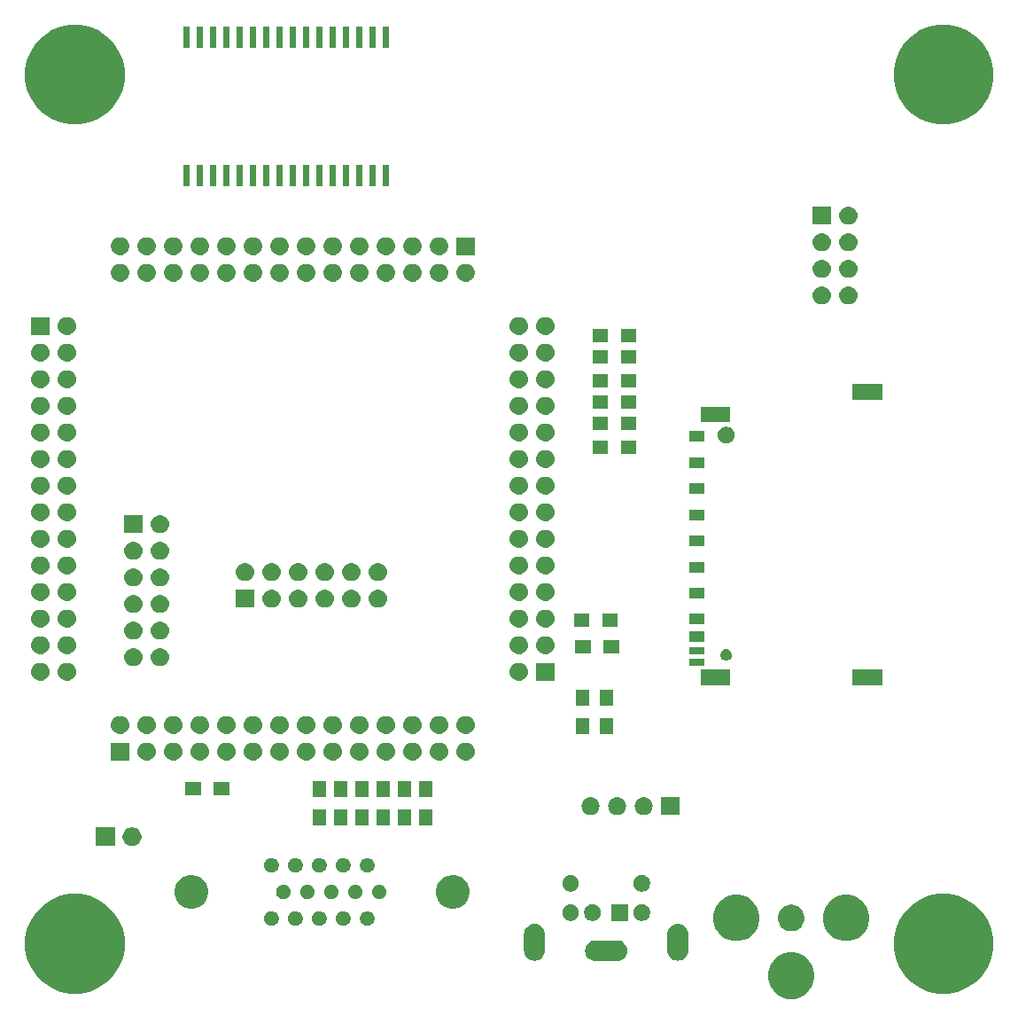
<source format=gbr>
G04 #@! TF.GenerationSoftware,KiCad,Pcbnew,(5.0.2)-1*
G04 #@! TF.CreationDate,2019-11-15T13:05:00-05:00*
G04 #@! TF.ProjectId,EP2C5-DB,45503243-352d-4444-922e-6b696361645f,X2*
G04 #@! TF.SameCoordinates,Original*
G04 #@! TF.FileFunction,Soldermask,Top*
G04 #@! TF.FilePolarity,Negative*
%FSLAX46Y46*%
G04 Gerber Fmt 4.6, Leading zero omitted, Abs format (unit mm)*
G04 Created by KiCad (PCBNEW (5.0.2)-1) date 11/15/2019 1:05:00 PM*
%MOMM*%
%LPD*%
G01*
G04 APERTURE LIST*
%ADD10C,0.150000*%
G04 APERTURE END LIST*
D10*
G36*
X85103279Y-99894709D02*
X85469825Y-100046537D01*
X85507749Y-100062246D01*
X85669400Y-100170258D01*
X85871764Y-100305473D01*
X86181327Y-100615036D01*
X86424555Y-100979053D01*
X86592091Y-101383521D01*
X86677500Y-101812903D01*
X86677500Y-102250697D01*
X86592091Y-102680079D01*
X86424554Y-103084549D01*
X86333732Y-103220474D01*
X86181327Y-103448564D01*
X85871764Y-103758127D01*
X85871761Y-103758129D01*
X85507749Y-104001354D01*
X85507748Y-104001355D01*
X85507747Y-104001355D01*
X85103279Y-104168891D01*
X84673899Y-104254300D01*
X84236101Y-104254300D01*
X83806721Y-104168891D01*
X83402253Y-104001355D01*
X83402252Y-104001355D01*
X83402251Y-104001354D01*
X83038239Y-103758129D01*
X83038236Y-103758127D01*
X82728673Y-103448564D01*
X82576268Y-103220474D01*
X82485446Y-103084549D01*
X82317909Y-102680079D01*
X82232500Y-102250697D01*
X82232500Y-101812903D01*
X82317909Y-101383521D01*
X82485445Y-100979053D01*
X82728673Y-100615036D01*
X83038236Y-100305473D01*
X83240600Y-100170258D01*
X83402251Y-100062246D01*
X83440176Y-100046537D01*
X83806721Y-99894709D01*
X84236101Y-99809300D01*
X84673899Y-99809300D01*
X85103279Y-99894709D01*
X85103279Y-99894709D01*
G37*
G36*
X100389169Y-94420519D02*
X101255889Y-94779526D01*
X102035920Y-95300726D01*
X102699274Y-95964080D01*
X103220474Y-96744111D01*
X103579481Y-97610831D01*
X103762500Y-98530933D01*
X103762500Y-99469067D01*
X103579481Y-100389169D01*
X103220474Y-101255889D01*
X102699274Y-102035920D01*
X102035920Y-102699274D01*
X101255889Y-103220474D01*
X100389169Y-103579481D01*
X99469067Y-103762500D01*
X98530933Y-103762500D01*
X97610831Y-103579481D01*
X96744111Y-103220474D01*
X95964080Y-102699274D01*
X95300726Y-102035920D01*
X94779526Y-101255889D01*
X94420519Y-100389169D01*
X94237500Y-99469067D01*
X94237500Y-98530933D01*
X94420519Y-97610831D01*
X94779526Y-96744111D01*
X95300726Y-95964080D01*
X95964080Y-95300726D01*
X96744111Y-94779526D01*
X97610831Y-94420519D01*
X98530933Y-94237500D01*
X99469067Y-94237500D01*
X100389169Y-94420519D01*
X100389169Y-94420519D01*
G37*
G36*
X17389169Y-94420519D02*
X18255889Y-94779526D01*
X19035920Y-95300726D01*
X19699274Y-95964080D01*
X20220474Y-96744111D01*
X20579481Y-97610831D01*
X20762500Y-98530933D01*
X20762500Y-99469067D01*
X20579481Y-100389169D01*
X20220474Y-101255889D01*
X19699274Y-102035920D01*
X19035920Y-102699274D01*
X18255889Y-103220474D01*
X17389169Y-103579481D01*
X16469067Y-103762500D01*
X15530933Y-103762500D01*
X14610831Y-103579481D01*
X13744111Y-103220474D01*
X12964080Y-102699274D01*
X12300726Y-102035920D01*
X11779526Y-101255889D01*
X11420519Y-100389169D01*
X11237500Y-99469067D01*
X11237500Y-98530933D01*
X11420519Y-97610831D01*
X11779526Y-96744111D01*
X12300726Y-95964080D01*
X12964080Y-95300726D01*
X13744111Y-94779526D01*
X14610831Y-94420519D01*
X15530933Y-94237500D01*
X16469067Y-94237500D01*
X17389169Y-94420519D01*
X17389169Y-94420519D01*
G37*
G36*
X67968030Y-98676469D02*
X67968033Y-98676470D01*
X67968034Y-98676470D01*
X68156535Y-98733651D01*
X68156537Y-98733652D01*
X68330260Y-98826509D01*
X68482528Y-98951472D01*
X68607491Y-99103740D01*
X68700348Y-99277463D01*
X68757531Y-99465970D01*
X68776838Y-99662000D01*
X68757531Y-99858030D01*
X68757530Y-99858033D01*
X68757530Y-99858034D01*
X68715516Y-99996537D01*
X68700348Y-100046537D01*
X68607491Y-100220260D01*
X68482528Y-100372528D01*
X68330260Y-100497491D01*
X68330258Y-100497492D01*
X68156535Y-100590349D01*
X67968034Y-100647530D01*
X67968033Y-100647530D01*
X67968030Y-100647531D01*
X67821124Y-100662000D01*
X65722876Y-100662000D01*
X65575970Y-100647531D01*
X65575967Y-100647530D01*
X65575966Y-100647530D01*
X65387465Y-100590349D01*
X65213742Y-100497492D01*
X65213740Y-100497491D01*
X65061472Y-100372528D01*
X64936509Y-100220260D01*
X64843652Y-100046537D01*
X64828485Y-99996537D01*
X64786470Y-99858034D01*
X64786470Y-99858033D01*
X64786469Y-99858030D01*
X64767162Y-99662000D01*
X64786469Y-99465970D01*
X64843652Y-99277463D01*
X64936509Y-99103740D01*
X65061472Y-98951472D01*
X65213740Y-98826509D01*
X65387463Y-98733652D01*
X65387465Y-98733651D01*
X65575966Y-98676470D01*
X65575967Y-98676470D01*
X65575970Y-98676469D01*
X65722876Y-98662000D01*
X67821124Y-98662000D01*
X67968030Y-98676469D01*
X67968030Y-98676469D01*
G37*
G36*
X73818029Y-97126469D02*
X73818032Y-97126470D01*
X73818033Y-97126470D01*
X74006534Y-97183651D01*
X74006536Y-97183652D01*
X74006539Y-97183653D01*
X74180258Y-97276507D01*
X74332528Y-97401472D01*
X74457491Y-97553740D01*
X74488006Y-97610830D01*
X74550349Y-97727465D01*
X74607530Y-97915966D01*
X74607531Y-97915970D01*
X74622000Y-98062876D01*
X74622000Y-99661124D01*
X74607531Y-99808030D01*
X74607530Y-99808033D01*
X74607530Y-99808034D01*
X74550350Y-99996533D01*
X74550348Y-99996537D01*
X74457491Y-100170260D01*
X74332528Y-100322528D01*
X74180260Y-100447491D01*
X74180258Y-100447492D01*
X74006535Y-100540349D01*
X73818034Y-100597530D01*
X73818033Y-100597530D01*
X73818030Y-100597531D01*
X73622000Y-100616838D01*
X73425971Y-100597531D01*
X73425968Y-100597530D01*
X73425967Y-100597530D01*
X73237466Y-100540349D01*
X73063743Y-100447492D01*
X73063741Y-100447491D01*
X72911473Y-100322528D01*
X72786510Y-100170260D01*
X72693651Y-99996533D01*
X72636469Y-99808035D01*
X72622000Y-99661124D01*
X72622000Y-98062877D01*
X72636469Y-97915971D01*
X72636470Y-97915967D01*
X72693651Y-97727466D01*
X72693652Y-97727464D01*
X72693653Y-97727461D01*
X72786507Y-97553742D01*
X72911472Y-97401472D01*
X73063740Y-97276509D01*
X73237463Y-97183652D01*
X73237465Y-97183651D01*
X73425966Y-97126470D01*
X73425967Y-97126470D01*
X73425970Y-97126469D01*
X73622000Y-97107162D01*
X73818029Y-97126469D01*
X73818029Y-97126469D01*
G37*
G36*
X60118029Y-97126469D02*
X60118032Y-97126470D01*
X60118033Y-97126470D01*
X60306534Y-97183651D01*
X60306536Y-97183652D01*
X60306539Y-97183653D01*
X60480258Y-97276507D01*
X60632528Y-97401472D01*
X60757491Y-97553740D01*
X60788006Y-97610830D01*
X60850349Y-97727465D01*
X60907530Y-97915966D01*
X60907531Y-97915970D01*
X60922000Y-98062876D01*
X60922000Y-99661124D01*
X60907531Y-99808030D01*
X60907530Y-99808033D01*
X60907530Y-99808034D01*
X60850350Y-99996533D01*
X60850348Y-99996537D01*
X60757491Y-100170260D01*
X60632528Y-100322528D01*
X60480260Y-100447491D01*
X60480258Y-100447492D01*
X60306535Y-100540349D01*
X60118034Y-100597530D01*
X60118033Y-100597530D01*
X60118030Y-100597531D01*
X59922000Y-100616838D01*
X59725971Y-100597531D01*
X59725968Y-100597530D01*
X59725967Y-100597530D01*
X59537466Y-100540349D01*
X59363743Y-100447492D01*
X59363741Y-100447491D01*
X59211473Y-100322528D01*
X59086510Y-100170260D01*
X58993651Y-99996533D01*
X58936469Y-99808035D01*
X58922000Y-99661124D01*
X58922000Y-98062877D01*
X58936469Y-97915971D01*
X58936470Y-97915967D01*
X58993651Y-97727466D01*
X58993652Y-97727464D01*
X58993653Y-97727461D01*
X59086507Y-97553742D01*
X59211472Y-97401472D01*
X59363740Y-97276509D01*
X59537463Y-97183652D01*
X59537465Y-97183651D01*
X59725966Y-97126470D01*
X59725967Y-97126470D01*
X59725970Y-97126469D01*
X59922000Y-97107162D01*
X60118029Y-97126469D01*
X60118029Y-97126469D01*
G37*
G36*
X90348379Y-94382909D02*
X90631166Y-94500043D01*
X90752849Y-94550446D01*
X91095693Y-94779527D01*
X91116864Y-94793673D01*
X91426427Y-95103236D01*
X91426429Y-95103239D01*
X91658958Y-95451243D01*
X91669655Y-95467253D01*
X91837191Y-95871721D01*
X91922600Y-96301101D01*
X91922600Y-96738899D01*
X91837191Y-97168279D01*
X91697107Y-97506473D01*
X91669654Y-97572749D01*
X91440324Y-97915966D01*
X91426427Y-97936764D01*
X91116864Y-98246327D01*
X91116861Y-98246329D01*
X90752849Y-98489554D01*
X90752848Y-98489555D01*
X90752847Y-98489555D01*
X90348379Y-98657091D01*
X89918999Y-98742500D01*
X89481201Y-98742500D01*
X89051821Y-98657091D01*
X88647353Y-98489555D01*
X88647352Y-98489555D01*
X88647351Y-98489554D01*
X88283339Y-98246329D01*
X88283336Y-98246327D01*
X87973773Y-97936764D01*
X87959876Y-97915966D01*
X87730546Y-97572749D01*
X87703094Y-97506473D01*
X87563009Y-97168279D01*
X87477600Y-96738899D01*
X87477600Y-96301101D01*
X87563009Y-95871721D01*
X87730545Y-95467253D01*
X87741243Y-95451243D01*
X87973771Y-95103239D01*
X87973773Y-95103236D01*
X88283336Y-94793673D01*
X88304507Y-94779527D01*
X88647351Y-94550446D01*
X88769035Y-94500043D01*
X89051821Y-94382909D01*
X89481201Y-94297500D01*
X89918999Y-94297500D01*
X90348379Y-94382909D01*
X90348379Y-94382909D01*
G37*
G36*
X79858179Y-94382909D02*
X80140966Y-94500043D01*
X80262649Y-94550446D01*
X80605493Y-94779527D01*
X80626664Y-94793673D01*
X80936227Y-95103236D01*
X80936229Y-95103239D01*
X81168758Y-95451243D01*
X81179455Y-95467253D01*
X81346991Y-95871721D01*
X81432400Y-96301101D01*
X81432400Y-96738899D01*
X81346991Y-97168279D01*
X81206907Y-97506473D01*
X81179454Y-97572749D01*
X80950124Y-97915966D01*
X80936227Y-97936764D01*
X80626664Y-98246327D01*
X80626661Y-98246329D01*
X80262649Y-98489554D01*
X80262648Y-98489555D01*
X80262647Y-98489555D01*
X79858179Y-98657091D01*
X79428799Y-98742500D01*
X78991001Y-98742500D01*
X78561621Y-98657091D01*
X78157153Y-98489555D01*
X78157152Y-98489555D01*
X78157151Y-98489554D01*
X77793139Y-98246329D01*
X77793136Y-98246327D01*
X77483573Y-97936764D01*
X77469676Y-97915966D01*
X77240346Y-97572749D01*
X77212894Y-97506473D01*
X77072809Y-97168279D01*
X76987400Y-96738899D01*
X76987400Y-96301101D01*
X77072809Y-95871721D01*
X77240345Y-95467253D01*
X77251043Y-95451243D01*
X77483571Y-95103239D01*
X77483573Y-95103236D01*
X77793136Y-94793673D01*
X77814307Y-94779527D01*
X78157151Y-94550446D01*
X78278835Y-94500043D01*
X78561621Y-94382909D01*
X78991001Y-94297500D01*
X79428799Y-94297500D01*
X79858179Y-94382909D01*
X79858179Y-94382909D01*
G37*
G36*
X84702764Y-95274402D02*
X84825445Y-95298805D01*
X85047054Y-95390599D01*
X85056571Y-95394541D01*
X85264581Y-95533529D01*
X85441471Y-95710419D01*
X85441473Y-95710422D01*
X85580459Y-95918429D01*
X85676195Y-96149555D01*
X85676195Y-96149557D01*
X85725000Y-96394914D01*
X85725000Y-96645086D01*
X85700598Y-96767764D01*
X85676195Y-96890445D01*
X85586427Y-97107162D01*
X85580459Y-97121571D01*
X85441471Y-97329581D01*
X85264581Y-97506471D01*
X85264578Y-97506473D01*
X85056571Y-97645459D01*
X84825445Y-97741195D01*
X84702764Y-97765598D01*
X84580086Y-97790000D01*
X84329914Y-97790000D01*
X84207236Y-97765598D01*
X84084555Y-97741195D01*
X83853429Y-97645459D01*
X83645422Y-97506473D01*
X83645419Y-97506471D01*
X83468529Y-97329581D01*
X83329541Y-97121571D01*
X83323573Y-97107162D01*
X83233805Y-96890445D01*
X83209402Y-96767764D01*
X83185000Y-96645086D01*
X83185000Y-96394914D01*
X83233805Y-96149557D01*
X83233805Y-96149555D01*
X83329541Y-95918429D01*
X83468527Y-95710422D01*
X83468529Y-95710419D01*
X83645419Y-95533529D01*
X83853429Y-95394541D01*
X83862946Y-95390599D01*
X84084555Y-95298805D01*
X84207236Y-95274402D01*
X84329914Y-95250000D01*
X84580086Y-95250000D01*
X84702764Y-95274402D01*
X84702764Y-95274402D01*
G37*
G36*
X44138125Y-95901682D02*
X44265243Y-95954336D01*
X44379651Y-96030781D01*
X44476939Y-96128069D01*
X44553384Y-96242477D01*
X44606038Y-96369595D01*
X44632880Y-96504542D01*
X44632880Y-96642138D01*
X44606038Y-96777085D01*
X44553384Y-96904203D01*
X44476939Y-97018611D01*
X44379651Y-97115899D01*
X44265243Y-97192344D01*
X44138125Y-97244998D01*
X44003178Y-97271840D01*
X43865582Y-97271840D01*
X43730635Y-97244998D01*
X43603517Y-97192344D01*
X43489109Y-97115899D01*
X43391821Y-97018611D01*
X43315376Y-96904203D01*
X43262722Y-96777085D01*
X43235880Y-96642138D01*
X43235880Y-96504542D01*
X43262722Y-96369595D01*
X43315376Y-96242477D01*
X43391821Y-96128069D01*
X43489109Y-96030781D01*
X43603517Y-95954336D01*
X43730635Y-95901682D01*
X43865582Y-95874840D01*
X44003178Y-95874840D01*
X44138125Y-95901682D01*
X44138125Y-95901682D01*
G37*
G36*
X41847045Y-95901682D02*
X41974163Y-95954336D01*
X42088571Y-96030781D01*
X42185859Y-96128069D01*
X42262304Y-96242477D01*
X42314958Y-96369595D01*
X42341800Y-96504542D01*
X42341800Y-96642138D01*
X42314958Y-96777085D01*
X42262304Y-96904203D01*
X42185859Y-97018611D01*
X42088571Y-97115899D01*
X41974163Y-97192344D01*
X41847045Y-97244998D01*
X41712098Y-97271840D01*
X41574502Y-97271840D01*
X41439555Y-97244998D01*
X41312437Y-97192344D01*
X41198029Y-97115899D01*
X41100741Y-97018611D01*
X41024296Y-96904203D01*
X40971642Y-96777085D01*
X40944800Y-96642138D01*
X40944800Y-96504542D01*
X40971642Y-96369595D01*
X41024296Y-96242477D01*
X41100741Y-96128069D01*
X41198029Y-96030781D01*
X41312437Y-95954336D01*
X41439555Y-95901682D01*
X41574502Y-95874840D01*
X41712098Y-95874840D01*
X41847045Y-95901682D01*
X41847045Y-95901682D01*
G37*
G36*
X37267425Y-95901682D02*
X37394543Y-95954336D01*
X37508951Y-96030781D01*
X37606239Y-96128069D01*
X37682684Y-96242477D01*
X37735338Y-96369595D01*
X37762180Y-96504542D01*
X37762180Y-96642138D01*
X37735338Y-96777085D01*
X37682684Y-96904203D01*
X37606239Y-97018611D01*
X37508951Y-97115899D01*
X37394543Y-97192344D01*
X37267425Y-97244998D01*
X37132478Y-97271840D01*
X36994882Y-97271840D01*
X36859935Y-97244998D01*
X36732817Y-97192344D01*
X36618409Y-97115899D01*
X36521121Y-97018611D01*
X36444676Y-96904203D01*
X36392022Y-96777085D01*
X36365180Y-96642138D01*
X36365180Y-96504542D01*
X36392022Y-96369595D01*
X36444676Y-96242477D01*
X36521121Y-96128069D01*
X36618409Y-96030781D01*
X36732817Y-95954336D01*
X36859935Y-95901682D01*
X36994882Y-95874840D01*
X37132478Y-95874840D01*
X37267425Y-95901682D01*
X37267425Y-95901682D01*
G37*
G36*
X34978885Y-95901682D02*
X35106003Y-95954336D01*
X35220411Y-96030781D01*
X35317699Y-96128069D01*
X35394144Y-96242477D01*
X35446798Y-96369595D01*
X35473640Y-96504542D01*
X35473640Y-96642138D01*
X35446798Y-96777085D01*
X35394144Y-96904203D01*
X35317699Y-97018611D01*
X35220411Y-97115899D01*
X35106003Y-97192344D01*
X34978885Y-97244998D01*
X34843938Y-97271840D01*
X34706342Y-97271840D01*
X34571395Y-97244998D01*
X34444277Y-97192344D01*
X34329869Y-97115899D01*
X34232581Y-97018611D01*
X34156136Y-96904203D01*
X34103482Y-96777085D01*
X34076640Y-96642138D01*
X34076640Y-96504542D01*
X34103482Y-96369595D01*
X34156136Y-96242477D01*
X34232581Y-96128069D01*
X34329869Y-96030781D01*
X34444277Y-95954336D01*
X34571395Y-95901682D01*
X34706342Y-95874840D01*
X34843938Y-95874840D01*
X34978885Y-95901682D01*
X34978885Y-95901682D01*
G37*
G36*
X39558505Y-95899142D02*
X39685623Y-95951796D01*
X39800031Y-96028241D01*
X39897319Y-96125529D01*
X39973764Y-96239937D01*
X40026418Y-96367055D01*
X40053260Y-96502002D01*
X40053260Y-96639598D01*
X40026418Y-96774545D01*
X39973764Y-96901663D01*
X39897319Y-97016071D01*
X39800031Y-97113359D01*
X39685623Y-97189804D01*
X39558505Y-97242458D01*
X39423558Y-97269300D01*
X39285962Y-97269300D01*
X39151015Y-97242458D01*
X39023897Y-97189804D01*
X38909489Y-97113359D01*
X38812201Y-97016071D01*
X38735756Y-96901663D01*
X38683102Y-96774545D01*
X38656260Y-96639598D01*
X38656260Y-96502002D01*
X38683102Y-96367055D01*
X38735756Y-96239937D01*
X38812201Y-96125529D01*
X38909489Y-96028241D01*
X39023897Y-95951796D01*
X39151015Y-95899142D01*
X39285962Y-95872300D01*
X39423558Y-95872300D01*
X39558505Y-95899142D01*
X39558505Y-95899142D01*
G37*
G36*
X70405352Y-95242743D02*
X70550941Y-95303048D01*
X70681973Y-95390601D01*
X70793399Y-95502027D01*
X70880952Y-95633059D01*
X70941257Y-95778648D01*
X70972000Y-95933205D01*
X70972000Y-96090795D01*
X70941257Y-96245352D01*
X70880952Y-96390941D01*
X70793399Y-96521973D01*
X70681973Y-96633399D01*
X70550941Y-96720952D01*
X70405352Y-96781257D01*
X70250795Y-96812000D01*
X70093205Y-96812000D01*
X69938648Y-96781257D01*
X69793059Y-96720952D01*
X69662027Y-96633399D01*
X69550601Y-96521973D01*
X69463048Y-96390941D01*
X69402743Y-96245352D01*
X69372000Y-96090795D01*
X69372000Y-95933205D01*
X69402743Y-95778648D01*
X69463048Y-95633059D01*
X69550601Y-95502027D01*
X69662027Y-95390601D01*
X69793059Y-95303048D01*
X69938648Y-95242743D01*
X70093205Y-95212000D01*
X70250795Y-95212000D01*
X70405352Y-95242743D01*
X70405352Y-95242743D01*
G37*
G36*
X68872000Y-96812000D02*
X67272000Y-96812000D01*
X67272000Y-95212000D01*
X68872000Y-95212000D01*
X68872000Y-96812000D01*
X68872000Y-96812000D01*
G37*
G36*
X65705352Y-95242743D02*
X65850941Y-95303048D01*
X65981973Y-95390601D01*
X66093399Y-95502027D01*
X66180952Y-95633059D01*
X66241257Y-95778648D01*
X66272000Y-95933205D01*
X66272000Y-96090795D01*
X66241257Y-96245352D01*
X66180952Y-96390941D01*
X66093399Y-96521973D01*
X65981973Y-96633399D01*
X65850941Y-96720952D01*
X65705352Y-96781257D01*
X65550795Y-96812000D01*
X65393205Y-96812000D01*
X65238648Y-96781257D01*
X65093059Y-96720952D01*
X64962027Y-96633399D01*
X64850601Y-96521973D01*
X64763048Y-96390941D01*
X64702743Y-96245352D01*
X64672000Y-96090795D01*
X64672000Y-95933205D01*
X64702743Y-95778648D01*
X64763048Y-95633059D01*
X64850601Y-95502027D01*
X64962027Y-95390601D01*
X65093059Y-95303048D01*
X65238648Y-95242743D01*
X65393205Y-95212000D01*
X65550795Y-95212000D01*
X65705352Y-95242743D01*
X65705352Y-95242743D01*
G37*
G36*
X63605352Y-95242743D02*
X63750941Y-95303048D01*
X63881973Y-95390601D01*
X63993399Y-95502027D01*
X64080952Y-95633059D01*
X64141257Y-95778648D01*
X64172000Y-95933205D01*
X64172000Y-96090795D01*
X64141257Y-96245352D01*
X64080952Y-96390941D01*
X63993399Y-96521973D01*
X63881973Y-96633399D01*
X63750941Y-96720952D01*
X63605352Y-96781257D01*
X63450795Y-96812000D01*
X63293205Y-96812000D01*
X63138648Y-96781257D01*
X62993059Y-96720952D01*
X62862027Y-96633399D01*
X62750601Y-96521973D01*
X62663048Y-96390941D01*
X62602743Y-96245352D01*
X62572000Y-96090795D01*
X62572000Y-95933205D01*
X62602743Y-95778648D01*
X62663048Y-95633059D01*
X62750601Y-95502027D01*
X62862027Y-95390601D01*
X62993059Y-95303048D01*
X63138648Y-95242743D01*
X63293205Y-95212000D01*
X63450795Y-95212000D01*
X63605352Y-95242743D01*
X63605352Y-95242743D01*
G37*
G36*
X52584963Y-92494826D02*
X52876143Y-92615437D01*
X53138204Y-92790541D01*
X53361059Y-93013396D01*
X53536163Y-93275457D01*
X53656774Y-93566637D01*
X53718260Y-93875752D01*
X53718260Y-94190928D01*
X53656774Y-94500043D01*
X53536163Y-94791223D01*
X53361059Y-95053284D01*
X53138204Y-95276139D01*
X52876143Y-95451243D01*
X52584963Y-95571854D01*
X52275848Y-95633340D01*
X51960672Y-95633340D01*
X51651557Y-95571854D01*
X51360377Y-95451243D01*
X51098316Y-95276139D01*
X50875461Y-95053284D01*
X50700357Y-94791223D01*
X50579746Y-94500043D01*
X50518260Y-94190928D01*
X50518260Y-93875752D01*
X50579746Y-93566637D01*
X50700357Y-93275457D01*
X50875461Y-93013396D01*
X51098316Y-92790541D01*
X51360377Y-92615437D01*
X51651557Y-92494826D01*
X51960672Y-92433340D01*
X52275848Y-92433340D01*
X52584963Y-92494826D01*
X52584963Y-92494826D01*
G37*
G36*
X27596443Y-92494826D02*
X27887623Y-92615437D01*
X28149684Y-92790541D01*
X28372539Y-93013396D01*
X28547643Y-93275457D01*
X28668254Y-93566637D01*
X28729740Y-93875752D01*
X28729740Y-94190928D01*
X28668254Y-94500043D01*
X28547643Y-94791223D01*
X28372539Y-95053284D01*
X28149684Y-95276139D01*
X27887623Y-95451243D01*
X27596443Y-95571854D01*
X27287328Y-95633340D01*
X26972152Y-95633340D01*
X26663037Y-95571854D01*
X26371857Y-95451243D01*
X26109796Y-95276139D01*
X25886941Y-95053284D01*
X25711837Y-94791223D01*
X25591226Y-94500043D01*
X25529740Y-94190928D01*
X25529740Y-93875752D01*
X25591226Y-93566637D01*
X25711837Y-93275457D01*
X25886941Y-93013396D01*
X26109796Y-92790541D01*
X26371857Y-92615437D01*
X26663037Y-92494826D01*
X26972152Y-92433340D01*
X27287328Y-92433340D01*
X27596443Y-92494826D01*
X27596443Y-92494826D01*
G37*
G36*
X45283665Y-93361682D02*
X45410783Y-93414336D01*
X45525191Y-93490781D01*
X45622479Y-93588069D01*
X45698924Y-93702477D01*
X45751578Y-93829595D01*
X45778420Y-93964542D01*
X45778420Y-94102138D01*
X45751578Y-94237085D01*
X45698924Y-94364203D01*
X45622479Y-94478611D01*
X45525191Y-94575899D01*
X45410783Y-94652344D01*
X45283665Y-94704998D01*
X45148718Y-94731840D01*
X45011122Y-94731840D01*
X44876175Y-94704998D01*
X44749057Y-94652344D01*
X44634649Y-94575899D01*
X44537361Y-94478611D01*
X44460916Y-94364203D01*
X44408262Y-94237085D01*
X44381420Y-94102138D01*
X44381420Y-93964542D01*
X44408262Y-93829595D01*
X44460916Y-93702477D01*
X44537361Y-93588069D01*
X44634649Y-93490781D01*
X44749057Y-93414336D01*
X44876175Y-93361682D01*
X45011122Y-93334840D01*
X45148718Y-93334840D01*
X45283665Y-93361682D01*
X45283665Y-93361682D01*
G37*
G36*
X38412965Y-93361682D02*
X38540083Y-93414336D01*
X38654491Y-93490781D01*
X38751779Y-93588069D01*
X38828224Y-93702477D01*
X38880878Y-93829595D01*
X38907720Y-93964542D01*
X38907720Y-94102138D01*
X38880878Y-94237085D01*
X38828224Y-94364203D01*
X38751779Y-94478611D01*
X38654491Y-94575899D01*
X38540083Y-94652344D01*
X38412965Y-94704998D01*
X38278018Y-94731840D01*
X38140422Y-94731840D01*
X38005475Y-94704998D01*
X37878357Y-94652344D01*
X37763949Y-94575899D01*
X37666661Y-94478611D01*
X37590216Y-94364203D01*
X37537562Y-94237085D01*
X37510720Y-94102138D01*
X37510720Y-93964542D01*
X37537562Y-93829595D01*
X37590216Y-93702477D01*
X37666661Y-93588069D01*
X37763949Y-93490781D01*
X37878357Y-93414336D01*
X38005475Y-93361682D01*
X38140422Y-93334840D01*
X38278018Y-93334840D01*
X38412965Y-93361682D01*
X38412965Y-93361682D01*
G37*
G36*
X36121885Y-93361682D02*
X36249003Y-93414336D01*
X36363411Y-93490781D01*
X36460699Y-93588069D01*
X36537144Y-93702477D01*
X36589798Y-93829595D01*
X36616640Y-93964542D01*
X36616640Y-94102138D01*
X36589798Y-94237085D01*
X36537144Y-94364203D01*
X36460699Y-94478611D01*
X36363411Y-94575899D01*
X36249003Y-94652344D01*
X36121885Y-94704998D01*
X35986938Y-94731840D01*
X35849342Y-94731840D01*
X35714395Y-94704998D01*
X35587277Y-94652344D01*
X35472869Y-94575899D01*
X35375581Y-94478611D01*
X35299136Y-94364203D01*
X35246482Y-94237085D01*
X35219640Y-94102138D01*
X35219640Y-93964542D01*
X35246482Y-93829595D01*
X35299136Y-93702477D01*
X35375581Y-93588069D01*
X35472869Y-93490781D01*
X35587277Y-93414336D01*
X35714395Y-93361682D01*
X35849342Y-93334840D01*
X35986938Y-93334840D01*
X36121885Y-93361682D01*
X36121885Y-93361682D01*
G37*
G36*
X42992585Y-93361682D02*
X43119703Y-93414336D01*
X43234111Y-93490781D01*
X43331399Y-93588069D01*
X43407844Y-93702477D01*
X43460498Y-93829595D01*
X43487340Y-93964542D01*
X43487340Y-94102138D01*
X43460498Y-94237085D01*
X43407844Y-94364203D01*
X43331399Y-94478611D01*
X43234111Y-94575899D01*
X43119703Y-94652344D01*
X42992585Y-94704998D01*
X42857638Y-94731840D01*
X42720042Y-94731840D01*
X42585095Y-94704998D01*
X42457977Y-94652344D01*
X42343569Y-94575899D01*
X42246281Y-94478611D01*
X42169836Y-94364203D01*
X42117182Y-94237085D01*
X42090340Y-94102138D01*
X42090340Y-93964542D01*
X42117182Y-93829595D01*
X42169836Y-93702477D01*
X42246281Y-93588069D01*
X42343569Y-93490781D01*
X42457977Y-93414336D01*
X42585095Y-93361682D01*
X42720042Y-93334840D01*
X42857638Y-93334840D01*
X42992585Y-93361682D01*
X42992585Y-93361682D01*
G37*
G36*
X40701505Y-93361682D02*
X40828623Y-93414336D01*
X40943031Y-93490781D01*
X41040319Y-93588069D01*
X41116764Y-93702477D01*
X41169418Y-93829595D01*
X41196260Y-93964542D01*
X41196260Y-94102138D01*
X41169418Y-94237085D01*
X41116764Y-94364203D01*
X41040319Y-94478611D01*
X40943031Y-94575899D01*
X40828623Y-94652344D01*
X40701505Y-94704998D01*
X40566558Y-94731840D01*
X40428962Y-94731840D01*
X40294015Y-94704998D01*
X40166897Y-94652344D01*
X40052489Y-94575899D01*
X39955201Y-94478611D01*
X39878756Y-94364203D01*
X39826102Y-94237085D01*
X39799260Y-94102138D01*
X39799260Y-93964542D01*
X39826102Y-93829595D01*
X39878756Y-93702477D01*
X39955201Y-93588069D01*
X40052489Y-93490781D01*
X40166897Y-93414336D01*
X40294015Y-93361682D01*
X40428962Y-93334840D01*
X40566558Y-93334840D01*
X40701505Y-93361682D01*
X40701505Y-93361682D01*
G37*
G36*
X70405352Y-92442743D02*
X70550941Y-92503048D01*
X70681973Y-92590601D01*
X70793399Y-92702027D01*
X70880952Y-92833059D01*
X70941257Y-92978648D01*
X70972000Y-93133205D01*
X70972000Y-93290795D01*
X70941257Y-93445352D01*
X70880952Y-93590941D01*
X70793399Y-93721973D01*
X70681973Y-93833399D01*
X70550941Y-93920952D01*
X70405352Y-93981257D01*
X70250795Y-94012000D01*
X70093205Y-94012000D01*
X69938648Y-93981257D01*
X69793059Y-93920952D01*
X69662027Y-93833399D01*
X69550601Y-93721973D01*
X69463048Y-93590941D01*
X69402743Y-93445352D01*
X69372000Y-93290795D01*
X69372000Y-93133205D01*
X69402743Y-92978648D01*
X69463048Y-92833059D01*
X69550601Y-92702027D01*
X69662027Y-92590601D01*
X69793059Y-92503048D01*
X69938648Y-92442743D01*
X70093205Y-92412000D01*
X70250795Y-92412000D01*
X70405352Y-92442743D01*
X70405352Y-92442743D01*
G37*
G36*
X63605352Y-92442743D02*
X63750941Y-92503048D01*
X63881973Y-92590601D01*
X63993399Y-92702027D01*
X64080952Y-92833059D01*
X64141257Y-92978648D01*
X64172000Y-93133205D01*
X64172000Y-93290795D01*
X64141257Y-93445352D01*
X64080952Y-93590941D01*
X63993399Y-93721973D01*
X63881973Y-93833399D01*
X63750941Y-93920952D01*
X63605352Y-93981257D01*
X63450795Y-94012000D01*
X63293205Y-94012000D01*
X63138648Y-93981257D01*
X62993059Y-93920952D01*
X62862027Y-93833399D01*
X62750601Y-93721973D01*
X62663048Y-93590941D01*
X62602743Y-93445352D01*
X62572000Y-93290795D01*
X62572000Y-93133205D01*
X62602743Y-92978648D01*
X62663048Y-92833059D01*
X62750601Y-92702027D01*
X62862027Y-92590601D01*
X62993059Y-92503048D01*
X63138648Y-92442743D01*
X63293205Y-92412000D01*
X63450795Y-92412000D01*
X63605352Y-92442743D01*
X63605352Y-92442743D01*
G37*
G36*
X39561045Y-90821682D02*
X39688163Y-90874336D01*
X39802571Y-90950781D01*
X39899859Y-91048069D01*
X39976304Y-91162477D01*
X40028958Y-91289595D01*
X40055800Y-91424542D01*
X40055800Y-91562138D01*
X40028958Y-91697085D01*
X39976304Y-91824203D01*
X39899859Y-91938611D01*
X39802571Y-92035899D01*
X39688163Y-92112344D01*
X39561045Y-92164998D01*
X39426098Y-92191840D01*
X39288502Y-92191840D01*
X39153555Y-92164998D01*
X39026437Y-92112344D01*
X38912029Y-92035899D01*
X38814741Y-91938611D01*
X38738296Y-91824203D01*
X38685642Y-91697085D01*
X38658800Y-91562138D01*
X38658800Y-91424542D01*
X38685642Y-91289595D01*
X38738296Y-91162477D01*
X38814741Y-91048069D01*
X38912029Y-90950781D01*
X39026437Y-90874336D01*
X39153555Y-90821682D01*
X39288502Y-90794840D01*
X39426098Y-90794840D01*
X39561045Y-90821682D01*
X39561045Y-90821682D01*
G37*
G36*
X34978885Y-90821682D02*
X35106003Y-90874336D01*
X35220411Y-90950781D01*
X35317699Y-91048069D01*
X35394144Y-91162477D01*
X35446798Y-91289595D01*
X35473640Y-91424542D01*
X35473640Y-91562138D01*
X35446798Y-91697085D01*
X35394144Y-91824203D01*
X35317699Y-91938611D01*
X35220411Y-92035899D01*
X35106003Y-92112344D01*
X34978885Y-92164998D01*
X34843938Y-92191840D01*
X34706342Y-92191840D01*
X34571395Y-92164998D01*
X34444277Y-92112344D01*
X34329869Y-92035899D01*
X34232581Y-91938611D01*
X34156136Y-91824203D01*
X34103482Y-91697085D01*
X34076640Y-91562138D01*
X34076640Y-91424542D01*
X34103482Y-91289595D01*
X34156136Y-91162477D01*
X34232581Y-91048069D01*
X34329869Y-90950781D01*
X34444277Y-90874336D01*
X34571395Y-90821682D01*
X34706342Y-90794840D01*
X34843938Y-90794840D01*
X34978885Y-90821682D01*
X34978885Y-90821682D01*
G37*
G36*
X44138125Y-90821682D02*
X44265243Y-90874336D01*
X44379651Y-90950781D01*
X44476939Y-91048069D01*
X44553384Y-91162477D01*
X44606038Y-91289595D01*
X44632880Y-91424542D01*
X44632880Y-91562138D01*
X44606038Y-91697085D01*
X44553384Y-91824203D01*
X44476939Y-91938611D01*
X44379651Y-92035899D01*
X44265243Y-92112344D01*
X44138125Y-92164998D01*
X44003178Y-92191840D01*
X43865582Y-92191840D01*
X43730635Y-92164998D01*
X43603517Y-92112344D01*
X43489109Y-92035899D01*
X43391821Y-91938611D01*
X43315376Y-91824203D01*
X43262722Y-91697085D01*
X43235880Y-91562138D01*
X43235880Y-91424542D01*
X43262722Y-91289595D01*
X43315376Y-91162477D01*
X43391821Y-91048069D01*
X43489109Y-90950781D01*
X43603517Y-90874336D01*
X43730635Y-90821682D01*
X43865582Y-90794840D01*
X44003178Y-90794840D01*
X44138125Y-90821682D01*
X44138125Y-90821682D01*
G37*
G36*
X41847045Y-90821682D02*
X41974163Y-90874336D01*
X42088571Y-90950781D01*
X42185859Y-91048069D01*
X42262304Y-91162477D01*
X42314958Y-91289595D01*
X42341800Y-91424542D01*
X42341800Y-91562138D01*
X42314958Y-91697085D01*
X42262304Y-91824203D01*
X42185859Y-91938611D01*
X42088571Y-92035899D01*
X41974163Y-92112344D01*
X41847045Y-92164998D01*
X41712098Y-92191840D01*
X41574502Y-92191840D01*
X41439555Y-92164998D01*
X41312437Y-92112344D01*
X41198029Y-92035899D01*
X41100741Y-91938611D01*
X41024296Y-91824203D01*
X40971642Y-91697085D01*
X40944800Y-91562138D01*
X40944800Y-91424542D01*
X40971642Y-91289595D01*
X41024296Y-91162477D01*
X41100741Y-91048069D01*
X41198029Y-90950781D01*
X41312437Y-90874336D01*
X41439555Y-90821682D01*
X41574502Y-90794840D01*
X41712098Y-90794840D01*
X41847045Y-90821682D01*
X41847045Y-90821682D01*
G37*
G36*
X37267425Y-90821682D02*
X37394543Y-90874336D01*
X37508951Y-90950781D01*
X37606239Y-91048069D01*
X37682684Y-91162477D01*
X37735338Y-91289595D01*
X37762180Y-91424542D01*
X37762180Y-91562138D01*
X37735338Y-91697085D01*
X37682684Y-91824203D01*
X37606239Y-91938611D01*
X37508951Y-92035899D01*
X37394543Y-92112344D01*
X37267425Y-92164998D01*
X37132478Y-92191840D01*
X36994882Y-92191840D01*
X36859935Y-92164998D01*
X36732817Y-92112344D01*
X36618409Y-92035899D01*
X36521121Y-91938611D01*
X36444676Y-91824203D01*
X36392022Y-91697085D01*
X36365180Y-91562138D01*
X36365180Y-91424542D01*
X36392022Y-91289595D01*
X36444676Y-91162477D01*
X36521121Y-91048069D01*
X36618409Y-90950781D01*
X36732817Y-90874336D01*
X36859935Y-90821682D01*
X36994882Y-90794840D01*
X37132478Y-90794840D01*
X37267425Y-90821682D01*
X37267425Y-90821682D01*
G37*
G36*
X21725521Y-87907586D02*
X21889309Y-87975429D01*
X22036720Y-88073926D01*
X22162074Y-88199280D01*
X22260571Y-88346691D01*
X22328414Y-88510479D01*
X22363000Y-88684356D01*
X22363000Y-88861644D01*
X22328414Y-89035521D01*
X22260571Y-89199309D01*
X22162074Y-89346720D01*
X22036720Y-89472074D01*
X21889309Y-89570571D01*
X21725521Y-89638414D01*
X21551644Y-89673000D01*
X21374356Y-89673000D01*
X21200479Y-89638414D01*
X21036691Y-89570571D01*
X20889280Y-89472074D01*
X20763926Y-89346720D01*
X20665429Y-89199309D01*
X20597586Y-89035521D01*
X20563000Y-88861644D01*
X20563000Y-88684356D01*
X20597586Y-88510479D01*
X20665429Y-88346691D01*
X20763926Y-88199280D01*
X20889280Y-88073926D01*
X21036691Y-87975429D01*
X21200479Y-87907586D01*
X21374356Y-87873000D01*
X21551644Y-87873000D01*
X21725521Y-87907586D01*
X21725521Y-87907586D01*
G37*
G36*
X19823000Y-89673000D02*
X18023000Y-89673000D01*
X18023000Y-87873000D01*
X19823000Y-87873000D01*
X19823000Y-89673000D01*
X19823000Y-89673000D01*
G37*
G36*
X44084000Y-87698000D02*
X42784000Y-87698000D01*
X42784000Y-86198000D01*
X44084000Y-86198000D01*
X44084000Y-87698000D01*
X44084000Y-87698000D01*
G37*
G36*
X50180000Y-87698000D02*
X48880000Y-87698000D01*
X48880000Y-86198000D01*
X50180000Y-86198000D01*
X50180000Y-87698000D01*
X50180000Y-87698000D01*
G37*
G36*
X46116000Y-87698000D02*
X44816000Y-87698000D01*
X44816000Y-86198000D01*
X46116000Y-86198000D01*
X46116000Y-87698000D01*
X46116000Y-87698000D01*
G37*
G36*
X42052000Y-87698000D02*
X40752000Y-87698000D01*
X40752000Y-86198000D01*
X42052000Y-86198000D01*
X42052000Y-87698000D01*
X42052000Y-87698000D01*
G37*
G36*
X40020000Y-87698000D02*
X38720000Y-87698000D01*
X38720000Y-86198000D01*
X40020000Y-86198000D01*
X40020000Y-87698000D01*
X40020000Y-87698000D01*
G37*
G36*
X48148000Y-87698000D02*
X46848000Y-87698000D01*
X46848000Y-86198000D01*
X48148000Y-86198000D01*
X48148000Y-87698000D01*
X48148000Y-87698000D01*
G37*
G36*
X65444630Y-85014299D02*
X65604855Y-85062903D01*
X65752520Y-85141831D01*
X65881949Y-85248051D01*
X65988169Y-85377480D01*
X66067097Y-85525145D01*
X66115701Y-85685370D01*
X66132112Y-85852000D01*
X66115701Y-86018630D01*
X66067097Y-86178855D01*
X65988169Y-86326520D01*
X65881949Y-86455949D01*
X65752520Y-86562169D01*
X65604855Y-86641097D01*
X65444630Y-86689701D01*
X65319752Y-86702000D01*
X65236248Y-86702000D01*
X65111370Y-86689701D01*
X64951145Y-86641097D01*
X64803480Y-86562169D01*
X64674051Y-86455949D01*
X64567831Y-86326520D01*
X64488903Y-86178855D01*
X64440299Y-86018630D01*
X64423888Y-85852000D01*
X64440299Y-85685370D01*
X64488903Y-85525145D01*
X64567831Y-85377480D01*
X64674051Y-85248051D01*
X64803480Y-85141831D01*
X64951145Y-85062903D01*
X65111370Y-85014299D01*
X65236248Y-85002000D01*
X65319752Y-85002000D01*
X65444630Y-85014299D01*
X65444630Y-85014299D01*
G37*
G36*
X67984630Y-85014299D02*
X68144855Y-85062903D01*
X68292520Y-85141831D01*
X68421949Y-85248051D01*
X68528169Y-85377480D01*
X68607097Y-85525145D01*
X68655701Y-85685370D01*
X68672112Y-85852000D01*
X68655701Y-86018630D01*
X68607097Y-86178855D01*
X68528169Y-86326520D01*
X68421949Y-86455949D01*
X68292520Y-86562169D01*
X68144855Y-86641097D01*
X67984630Y-86689701D01*
X67859752Y-86702000D01*
X67776248Y-86702000D01*
X67651370Y-86689701D01*
X67491145Y-86641097D01*
X67343480Y-86562169D01*
X67214051Y-86455949D01*
X67107831Y-86326520D01*
X67028903Y-86178855D01*
X66980299Y-86018630D01*
X66963888Y-85852000D01*
X66980299Y-85685370D01*
X67028903Y-85525145D01*
X67107831Y-85377480D01*
X67214051Y-85248051D01*
X67343480Y-85141831D01*
X67491145Y-85062903D01*
X67651370Y-85014299D01*
X67776248Y-85002000D01*
X67859752Y-85002000D01*
X67984630Y-85014299D01*
X67984630Y-85014299D01*
G37*
G36*
X73748000Y-86702000D02*
X72048000Y-86702000D01*
X72048000Y-85002000D01*
X73748000Y-85002000D01*
X73748000Y-86702000D01*
X73748000Y-86702000D01*
G37*
G36*
X70524630Y-85014299D02*
X70684855Y-85062903D01*
X70832520Y-85141831D01*
X70961949Y-85248051D01*
X71068169Y-85377480D01*
X71147097Y-85525145D01*
X71195701Y-85685370D01*
X71212112Y-85852000D01*
X71195701Y-86018630D01*
X71147097Y-86178855D01*
X71068169Y-86326520D01*
X70961949Y-86455949D01*
X70832520Y-86562169D01*
X70684855Y-86641097D01*
X70524630Y-86689701D01*
X70399752Y-86702000D01*
X70316248Y-86702000D01*
X70191370Y-86689701D01*
X70031145Y-86641097D01*
X69883480Y-86562169D01*
X69754051Y-86455949D01*
X69647831Y-86326520D01*
X69568903Y-86178855D01*
X69520299Y-86018630D01*
X69503888Y-85852000D01*
X69520299Y-85685370D01*
X69568903Y-85525145D01*
X69647831Y-85377480D01*
X69754051Y-85248051D01*
X69883480Y-85141831D01*
X70031145Y-85062903D01*
X70191370Y-85014299D01*
X70316248Y-85002000D01*
X70399752Y-85002000D01*
X70524630Y-85014299D01*
X70524630Y-85014299D01*
G37*
G36*
X42052000Y-84998000D02*
X40752000Y-84998000D01*
X40752000Y-83498000D01*
X42052000Y-83498000D01*
X42052000Y-84998000D01*
X42052000Y-84998000D01*
G37*
G36*
X40020000Y-84998000D02*
X38720000Y-84998000D01*
X38720000Y-83498000D01*
X40020000Y-83498000D01*
X40020000Y-84998000D01*
X40020000Y-84998000D01*
G37*
G36*
X46116000Y-84998000D02*
X44816000Y-84998000D01*
X44816000Y-83498000D01*
X46116000Y-83498000D01*
X46116000Y-84998000D01*
X46116000Y-84998000D01*
G37*
G36*
X44084000Y-84998000D02*
X42784000Y-84998000D01*
X42784000Y-83498000D01*
X44084000Y-83498000D01*
X44084000Y-84998000D01*
X44084000Y-84998000D01*
G37*
G36*
X48148000Y-84998000D02*
X46848000Y-84998000D01*
X46848000Y-83498000D01*
X48148000Y-83498000D01*
X48148000Y-84998000D01*
X48148000Y-84998000D01*
G37*
G36*
X50180000Y-84998000D02*
X48880000Y-84998000D01*
X48880000Y-83498000D01*
X50180000Y-83498000D01*
X50180000Y-84998000D01*
X50180000Y-84998000D01*
G37*
G36*
X28038500Y-84851000D02*
X26538500Y-84851000D01*
X26538500Y-83551000D01*
X28038500Y-83551000D01*
X28038500Y-84851000D01*
X28038500Y-84851000D01*
G37*
G36*
X30738500Y-84851000D02*
X29238500Y-84851000D01*
X29238500Y-83551000D01*
X30738500Y-83551000D01*
X30738500Y-84851000D01*
X30738500Y-84851000D01*
G37*
G36*
X30564712Y-79785565D02*
X30649295Y-79793896D01*
X30769727Y-79830429D01*
X30812088Y-79843279D01*
X30962112Y-79923468D01*
X31093612Y-80031388D01*
X31201532Y-80162888D01*
X31281721Y-80312912D01*
X31281722Y-80312916D01*
X31331104Y-80475705D01*
X31347778Y-80645000D01*
X31331104Y-80814295D01*
X31294571Y-80934727D01*
X31281721Y-80977088D01*
X31201532Y-81127112D01*
X31093612Y-81258612D01*
X30962112Y-81366532D01*
X30812088Y-81446721D01*
X30769727Y-81459571D01*
X30649295Y-81496104D01*
X30564712Y-81504435D01*
X30522421Y-81508600D01*
X30437579Y-81508600D01*
X30395288Y-81504435D01*
X30310705Y-81496104D01*
X30190273Y-81459571D01*
X30147912Y-81446721D01*
X29997888Y-81366532D01*
X29866388Y-81258612D01*
X29758468Y-81127112D01*
X29678279Y-80977088D01*
X29665429Y-80934727D01*
X29628896Y-80814295D01*
X29612222Y-80645000D01*
X29628896Y-80475705D01*
X29678278Y-80312916D01*
X29678279Y-80312912D01*
X29758468Y-80162888D01*
X29866388Y-80031388D01*
X29997888Y-79923468D01*
X30147912Y-79843279D01*
X30190273Y-79830429D01*
X30310705Y-79793896D01*
X30395288Y-79785565D01*
X30437579Y-79781400D01*
X30522421Y-79781400D01*
X30564712Y-79785565D01*
X30564712Y-79785565D01*
G37*
G36*
X21183600Y-81508600D02*
X19456400Y-81508600D01*
X19456400Y-79781400D01*
X21183600Y-79781400D01*
X21183600Y-81508600D01*
X21183600Y-81508600D01*
G37*
G36*
X53424712Y-79785565D02*
X53509295Y-79793896D01*
X53629727Y-79830429D01*
X53672088Y-79843279D01*
X53822112Y-79923468D01*
X53953612Y-80031388D01*
X54061532Y-80162888D01*
X54141721Y-80312912D01*
X54141722Y-80312916D01*
X54191104Y-80475705D01*
X54207778Y-80645000D01*
X54191104Y-80814295D01*
X54154571Y-80934727D01*
X54141721Y-80977088D01*
X54061532Y-81127112D01*
X53953612Y-81258612D01*
X53822112Y-81366532D01*
X53672088Y-81446721D01*
X53629727Y-81459571D01*
X53509295Y-81496104D01*
X53424712Y-81504435D01*
X53382421Y-81508600D01*
X53297579Y-81508600D01*
X53255288Y-81504435D01*
X53170705Y-81496104D01*
X53050273Y-81459571D01*
X53007912Y-81446721D01*
X52857888Y-81366532D01*
X52726388Y-81258612D01*
X52618468Y-81127112D01*
X52538279Y-80977088D01*
X52525429Y-80934727D01*
X52488896Y-80814295D01*
X52472222Y-80645000D01*
X52488896Y-80475705D01*
X52538278Y-80312916D01*
X52538279Y-80312912D01*
X52618468Y-80162888D01*
X52726388Y-80031388D01*
X52857888Y-79923468D01*
X53007912Y-79843279D01*
X53050273Y-79830429D01*
X53170705Y-79793896D01*
X53255288Y-79785565D01*
X53297579Y-79781400D01*
X53382421Y-79781400D01*
X53424712Y-79785565D01*
X53424712Y-79785565D01*
G37*
G36*
X50884712Y-79785565D02*
X50969295Y-79793896D01*
X51089727Y-79830429D01*
X51132088Y-79843279D01*
X51282112Y-79923468D01*
X51413612Y-80031388D01*
X51521532Y-80162888D01*
X51601721Y-80312912D01*
X51601722Y-80312916D01*
X51651104Y-80475705D01*
X51667778Y-80645000D01*
X51651104Y-80814295D01*
X51614571Y-80934727D01*
X51601721Y-80977088D01*
X51521532Y-81127112D01*
X51413612Y-81258612D01*
X51282112Y-81366532D01*
X51132088Y-81446721D01*
X51089727Y-81459571D01*
X50969295Y-81496104D01*
X50884712Y-81504435D01*
X50842421Y-81508600D01*
X50757579Y-81508600D01*
X50715288Y-81504435D01*
X50630705Y-81496104D01*
X50510273Y-81459571D01*
X50467912Y-81446721D01*
X50317888Y-81366532D01*
X50186388Y-81258612D01*
X50078468Y-81127112D01*
X49998279Y-80977088D01*
X49985429Y-80934727D01*
X49948896Y-80814295D01*
X49932222Y-80645000D01*
X49948896Y-80475705D01*
X49998278Y-80312916D01*
X49998279Y-80312912D01*
X50078468Y-80162888D01*
X50186388Y-80031388D01*
X50317888Y-79923468D01*
X50467912Y-79843279D01*
X50510273Y-79830429D01*
X50630705Y-79793896D01*
X50715288Y-79785565D01*
X50757579Y-79781400D01*
X50842421Y-79781400D01*
X50884712Y-79785565D01*
X50884712Y-79785565D01*
G37*
G36*
X48344712Y-79785565D02*
X48429295Y-79793896D01*
X48549727Y-79830429D01*
X48592088Y-79843279D01*
X48742112Y-79923468D01*
X48873612Y-80031388D01*
X48981532Y-80162888D01*
X49061721Y-80312912D01*
X49061722Y-80312916D01*
X49111104Y-80475705D01*
X49127778Y-80645000D01*
X49111104Y-80814295D01*
X49074571Y-80934727D01*
X49061721Y-80977088D01*
X48981532Y-81127112D01*
X48873612Y-81258612D01*
X48742112Y-81366532D01*
X48592088Y-81446721D01*
X48549727Y-81459571D01*
X48429295Y-81496104D01*
X48344712Y-81504435D01*
X48302421Y-81508600D01*
X48217579Y-81508600D01*
X48175288Y-81504435D01*
X48090705Y-81496104D01*
X47970273Y-81459571D01*
X47927912Y-81446721D01*
X47777888Y-81366532D01*
X47646388Y-81258612D01*
X47538468Y-81127112D01*
X47458279Y-80977088D01*
X47445429Y-80934727D01*
X47408896Y-80814295D01*
X47392222Y-80645000D01*
X47408896Y-80475705D01*
X47458278Y-80312916D01*
X47458279Y-80312912D01*
X47538468Y-80162888D01*
X47646388Y-80031388D01*
X47777888Y-79923468D01*
X47927912Y-79843279D01*
X47970273Y-79830429D01*
X48090705Y-79793896D01*
X48175288Y-79785565D01*
X48217579Y-79781400D01*
X48302421Y-79781400D01*
X48344712Y-79785565D01*
X48344712Y-79785565D01*
G37*
G36*
X45804712Y-79785565D02*
X45889295Y-79793896D01*
X46009727Y-79830429D01*
X46052088Y-79843279D01*
X46202112Y-79923468D01*
X46333612Y-80031388D01*
X46441532Y-80162888D01*
X46521721Y-80312912D01*
X46521722Y-80312916D01*
X46571104Y-80475705D01*
X46587778Y-80645000D01*
X46571104Y-80814295D01*
X46534571Y-80934727D01*
X46521721Y-80977088D01*
X46441532Y-81127112D01*
X46333612Y-81258612D01*
X46202112Y-81366532D01*
X46052088Y-81446721D01*
X46009727Y-81459571D01*
X45889295Y-81496104D01*
X45804712Y-81504435D01*
X45762421Y-81508600D01*
X45677579Y-81508600D01*
X45635288Y-81504435D01*
X45550705Y-81496104D01*
X45430273Y-81459571D01*
X45387912Y-81446721D01*
X45237888Y-81366532D01*
X45106388Y-81258612D01*
X44998468Y-81127112D01*
X44918279Y-80977088D01*
X44905429Y-80934727D01*
X44868896Y-80814295D01*
X44852222Y-80645000D01*
X44868896Y-80475705D01*
X44918278Y-80312916D01*
X44918279Y-80312912D01*
X44998468Y-80162888D01*
X45106388Y-80031388D01*
X45237888Y-79923468D01*
X45387912Y-79843279D01*
X45430273Y-79830429D01*
X45550705Y-79793896D01*
X45635288Y-79785565D01*
X45677579Y-79781400D01*
X45762421Y-79781400D01*
X45804712Y-79785565D01*
X45804712Y-79785565D01*
G37*
G36*
X43264712Y-79785565D02*
X43349295Y-79793896D01*
X43469727Y-79830429D01*
X43512088Y-79843279D01*
X43662112Y-79923468D01*
X43793612Y-80031388D01*
X43901532Y-80162888D01*
X43981721Y-80312912D01*
X43981722Y-80312916D01*
X44031104Y-80475705D01*
X44047778Y-80645000D01*
X44031104Y-80814295D01*
X43994571Y-80934727D01*
X43981721Y-80977088D01*
X43901532Y-81127112D01*
X43793612Y-81258612D01*
X43662112Y-81366532D01*
X43512088Y-81446721D01*
X43469727Y-81459571D01*
X43349295Y-81496104D01*
X43264712Y-81504435D01*
X43222421Y-81508600D01*
X43137579Y-81508600D01*
X43095288Y-81504435D01*
X43010705Y-81496104D01*
X42890273Y-81459571D01*
X42847912Y-81446721D01*
X42697888Y-81366532D01*
X42566388Y-81258612D01*
X42458468Y-81127112D01*
X42378279Y-80977088D01*
X42365429Y-80934727D01*
X42328896Y-80814295D01*
X42312222Y-80645000D01*
X42328896Y-80475705D01*
X42378278Y-80312916D01*
X42378279Y-80312912D01*
X42458468Y-80162888D01*
X42566388Y-80031388D01*
X42697888Y-79923468D01*
X42847912Y-79843279D01*
X42890273Y-79830429D01*
X43010705Y-79793896D01*
X43095288Y-79785565D01*
X43137579Y-79781400D01*
X43222421Y-79781400D01*
X43264712Y-79785565D01*
X43264712Y-79785565D01*
G37*
G36*
X40724712Y-79785565D02*
X40809295Y-79793896D01*
X40929727Y-79830429D01*
X40972088Y-79843279D01*
X41122112Y-79923468D01*
X41253612Y-80031388D01*
X41361532Y-80162888D01*
X41441721Y-80312912D01*
X41441722Y-80312916D01*
X41491104Y-80475705D01*
X41507778Y-80645000D01*
X41491104Y-80814295D01*
X41454571Y-80934727D01*
X41441721Y-80977088D01*
X41361532Y-81127112D01*
X41253612Y-81258612D01*
X41122112Y-81366532D01*
X40972088Y-81446721D01*
X40929727Y-81459571D01*
X40809295Y-81496104D01*
X40724712Y-81504435D01*
X40682421Y-81508600D01*
X40597579Y-81508600D01*
X40555288Y-81504435D01*
X40470705Y-81496104D01*
X40350273Y-81459571D01*
X40307912Y-81446721D01*
X40157888Y-81366532D01*
X40026388Y-81258612D01*
X39918468Y-81127112D01*
X39838279Y-80977088D01*
X39825429Y-80934727D01*
X39788896Y-80814295D01*
X39772222Y-80645000D01*
X39788896Y-80475705D01*
X39838278Y-80312916D01*
X39838279Y-80312912D01*
X39918468Y-80162888D01*
X40026388Y-80031388D01*
X40157888Y-79923468D01*
X40307912Y-79843279D01*
X40350273Y-79830429D01*
X40470705Y-79793896D01*
X40555288Y-79785565D01*
X40597579Y-79781400D01*
X40682421Y-79781400D01*
X40724712Y-79785565D01*
X40724712Y-79785565D01*
G37*
G36*
X38184712Y-79785565D02*
X38269295Y-79793896D01*
X38389727Y-79830429D01*
X38432088Y-79843279D01*
X38582112Y-79923468D01*
X38713612Y-80031388D01*
X38821532Y-80162888D01*
X38901721Y-80312912D01*
X38901722Y-80312916D01*
X38951104Y-80475705D01*
X38967778Y-80645000D01*
X38951104Y-80814295D01*
X38914571Y-80934727D01*
X38901721Y-80977088D01*
X38821532Y-81127112D01*
X38713612Y-81258612D01*
X38582112Y-81366532D01*
X38432088Y-81446721D01*
X38389727Y-81459571D01*
X38269295Y-81496104D01*
X38184712Y-81504435D01*
X38142421Y-81508600D01*
X38057579Y-81508600D01*
X38015288Y-81504435D01*
X37930705Y-81496104D01*
X37810273Y-81459571D01*
X37767912Y-81446721D01*
X37617888Y-81366532D01*
X37486388Y-81258612D01*
X37378468Y-81127112D01*
X37298279Y-80977088D01*
X37285429Y-80934727D01*
X37248896Y-80814295D01*
X37232222Y-80645000D01*
X37248896Y-80475705D01*
X37298278Y-80312916D01*
X37298279Y-80312912D01*
X37378468Y-80162888D01*
X37486388Y-80031388D01*
X37617888Y-79923468D01*
X37767912Y-79843279D01*
X37810273Y-79830429D01*
X37930705Y-79793896D01*
X38015288Y-79785565D01*
X38057579Y-79781400D01*
X38142421Y-79781400D01*
X38184712Y-79785565D01*
X38184712Y-79785565D01*
G37*
G36*
X35644712Y-79785565D02*
X35729295Y-79793896D01*
X35849727Y-79830429D01*
X35892088Y-79843279D01*
X36042112Y-79923468D01*
X36173612Y-80031388D01*
X36281532Y-80162888D01*
X36361721Y-80312912D01*
X36361722Y-80312916D01*
X36411104Y-80475705D01*
X36427778Y-80645000D01*
X36411104Y-80814295D01*
X36374571Y-80934727D01*
X36361721Y-80977088D01*
X36281532Y-81127112D01*
X36173612Y-81258612D01*
X36042112Y-81366532D01*
X35892088Y-81446721D01*
X35849727Y-81459571D01*
X35729295Y-81496104D01*
X35644712Y-81504435D01*
X35602421Y-81508600D01*
X35517579Y-81508600D01*
X35475288Y-81504435D01*
X35390705Y-81496104D01*
X35270273Y-81459571D01*
X35227912Y-81446721D01*
X35077888Y-81366532D01*
X34946388Y-81258612D01*
X34838468Y-81127112D01*
X34758279Y-80977088D01*
X34745429Y-80934727D01*
X34708896Y-80814295D01*
X34692222Y-80645000D01*
X34708896Y-80475705D01*
X34758278Y-80312916D01*
X34758279Y-80312912D01*
X34838468Y-80162888D01*
X34946388Y-80031388D01*
X35077888Y-79923468D01*
X35227912Y-79843279D01*
X35270273Y-79830429D01*
X35390705Y-79793896D01*
X35475288Y-79785565D01*
X35517579Y-79781400D01*
X35602421Y-79781400D01*
X35644712Y-79785565D01*
X35644712Y-79785565D01*
G37*
G36*
X33104712Y-79785565D02*
X33189295Y-79793896D01*
X33309727Y-79830429D01*
X33352088Y-79843279D01*
X33502112Y-79923468D01*
X33633612Y-80031388D01*
X33741532Y-80162888D01*
X33821721Y-80312912D01*
X33821722Y-80312916D01*
X33871104Y-80475705D01*
X33887778Y-80645000D01*
X33871104Y-80814295D01*
X33834571Y-80934727D01*
X33821721Y-80977088D01*
X33741532Y-81127112D01*
X33633612Y-81258612D01*
X33502112Y-81366532D01*
X33352088Y-81446721D01*
X33309727Y-81459571D01*
X33189295Y-81496104D01*
X33104712Y-81504435D01*
X33062421Y-81508600D01*
X32977579Y-81508600D01*
X32935288Y-81504435D01*
X32850705Y-81496104D01*
X32730273Y-81459571D01*
X32687912Y-81446721D01*
X32537888Y-81366532D01*
X32406388Y-81258612D01*
X32298468Y-81127112D01*
X32218279Y-80977088D01*
X32205429Y-80934727D01*
X32168896Y-80814295D01*
X32152222Y-80645000D01*
X32168896Y-80475705D01*
X32218278Y-80312916D01*
X32218279Y-80312912D01*
X32298468Y-80162888D01*
X32406388Y-80031388D01*
X32537888Y-79923468D01*
X32687912Y-79843279D01*
X32730273Y-79830429D01*
X32850705Y-79793896D01*
X32935288Y-79785565D01*
X32977579Y-79781400D01*
X33062421Y-79781400D01*
X33104712Y-79785565D01*
X33104712Y-79785565D01*
G37*
G36*
X28024712Y-79785565D02*
X28109295Y-79793896D01*
X28229727Y-79830429D01*
X28272088Y-79843279D01*
X28422112Y-79923468D01*
X28553612Y-80031388D01*
X28661532Y-80162888D01*
X28741721Y-80312912D01*
X28741722Y-80312916D01*
X28791104Y-80475705D01*
X28807778Y-80645000D01*
X28791104Y-80814295D01*
X28754571Y-80934727D01*
X28741721Y-80977088D01*
X28661532Y-81127112D01*
X28553612Y-81258612D01*
X28422112Y-81366532D01*
X28272088Y-81446721D01*
X28229727Y-81459571D01*
X28109295Y-81496104D01*
X28024712Y-81504435D01*
X27982421Y-81508600D01*
X27897579Y-81508600D01*
X27855288Y-81504435D01*
X27770705Y-81496104D01*
X27650273Y-81459571D01*
X27607912Y-81446721D01*
X27457888Y-81366532D01*
X27326388Y-81258612D01*
X27218468Y-81127112D01*
X27138279Y-80977088D01*
X27125429Y-80934727D01*
X27088896Y-80814295D01*
X27072222Y-80645000D01*
X27088896Y-80475705D01*
X27138278Y-80312916D01*
X27138279Y-80312912D01*
X27218468Y-80162888D01*
X27326388Y-80031388D01*
X27457888Y-79923468D01*
X27607912Y-79843279D01*
X27650273Y-79830429D01*
X27770705Y-79793896D01*
X27855288Y-79785565D01*
X27897579Y-79781400D01*
X27982421Y-79781400D01*
X28024712Y-79785565D01*
X28024712Y-79785565D01*
G37*
G36*
X25484712Y-79785565D02*
X25569295Y-79793896D01*
X25689727Y-79830429D01*
X25732088Y-79843279D01*
X25882112Y-79923468D01*
X26013612Y-80031388D01*
X26121532Y-80162888D01*
X26201721Y-80312912D01*
X26201722Y-80312916D01*
X26251104Y-80475705D01*
X26267778Y-80645000D01*
X26251104Y-80814295D01*
X26214571Y-80934727D01*
X26201721Y-80977088D01*
X26121532Y-81127112D01*
X26013612Y-81258612D01*
X25882112Y-81366532D01*
X25732088Y-81446721D01*
X25689727Y-81459571D01*
X25569295Y-81496104D01*
X25484712Y-81504435D01*
X25442421Y-81508600D01*
X25357579Y-81508600D01*
X25315288Y-81504435D01*
X25230705Y-81496104D01*
X25110273Y-81459571D01*
X25067912Y-81446721D01*
X24917888Y-81366532D01*
X24786388Y-81258612D01*
X24678468Y-81127112D01*
X24598279Y-80977088D01*
X24585429Y-80934727D01*
X24548896Y-80814295D01*
X24532222Y-80645000D01*
X24548896Y-80475705D01*
X24598278Y-80312916D01*
X24598279Y-80312912D01*
X24678468Y-80162888D01*
X24786388Y-80031388D01*
X24917888Y-79923468D01*
X25067912Y-79843279D01*
X25110273Y-79830429D01*
X25230705Y-79793896D01*
X25315288Y-79785565D01*
X25357579Y-79781400D01*
X25442421Y-79781400D01*
X25484712Y-79785565D01*
X25484712Y-79785565D01*
G37*
G36*
X22944712Y-79785565D02*
X23029295Y-79793896D01*
X23149727Y-79830429D01*
X23192088Y-79843279D01*
X23342112Y-79923468D01*
X23473612Y-80031388D01*
X23581532Y-80162888D01*
X23661721Y-80312912D01*
X23661722Y-80312916D01*
X23711104Y-80475705D01*
X23727778Y-80645000D01*
X23711104Y-80814295D01*
X23674571Y-80934727D01*
X23661721Y-80977088D01*
X23581532Y-81127112D01*
X23473612Y-81258612D01*
X23342112Y-81366532D01*
X23192088Y-81446721D01*
X23149727Y-81459571D01*
X23029295Y-81496104D01*
X22944712Y-81504435D01*
X22902421Y-81508600D01*
X22817579Y-81508600D01*
X22775288Y-81504435D01*
X22690705Y-81496104D01*
X22570273Y-81459571D01*
X22527912Y-81446721D01*
X22377888Y-81366532D01*
X22246388Y-81258612D01*
X22138468Y-81127112D01*
X22058279Y-80977088D01*
X22045429Y-80934727D01*
X22008896Y-80814295D01*
X21992222Y-80645000D01*
X22008896Y-80475705D01*
X22058278Y-80312916D01*
X22058279Y-80312912D01*
X22138468Y-80162888D01*
X22246388Y-80031388D01*
X22377888Y-79923468D01*
X22527912Y-79843279D01*
X22570273Y-79830429D01*
X22690705Y-79793896D01*
X22775288Y-79785565D01*
X22817579Y-79781400D01*
X22902421Y-79781400D01*
X22944712Y-79785565D01*
X22944712Y-79785565D01*
G37*
G36*
X25484712Y-77245565D02*
X25569295Y-77253896D01*
X25689727Y-77290429D01*
X25732088Y-77303279D01*
X25882112Y-77383468D01*
X26013612Y-77491388D01*
X26121532Y-77622888D01*
X26201721Y-77772912D01*
X26201722Y-77772916D01*
X26251104Y-77935705D01*
X26267778Y-78105000D01*
X26251104Y-78274295D01*
X26214571Y-78394727D01*
X26201721Y-78437088D01*
X26121532Y-78587112D01*
X26013612Y-78718612D01*
X25882112Y-78826532D01*
X25732088Y-78906721D01*
X25689727Y-78919571D01*
X25569295Y-78956104D01*
X25484712Y-78964435D01*
X25442421Y-78968600D01*
X25357579Y-78968600D01*
X25315288Y-78964435D01*
X25230705Y-78956104D01*
X25110273Y-78919571D01*
X25067912Y-78906721D01*
X24917888Y-78826532D01*
X24786388Y-78718612D01*
X24678468Y-78587112D01*
X24598279Y-78437088D01*
X24585429Y-78394727D01*
X24548896Y-78274295D01*
X24532222Y-78105000D01*
X24548896Y-77935705D01*
X24598278Y-77772916D01*
X24598279Y-77772912D01*
X24678468Y-77622888D01*
X24786388Y-77491388D01*
X24917888Y-77383468D01*
X25067912Y-77303279D01*
X25110273Y-77290429D01*
X25230705Y-77253896D01*
X25315288Y-77245565D01*
X25357579Y-77241400D01*
X25442421Y-77241400D01*
X25484712Y-77245565D01*
X25484712Y-77245565D01*
G37*
G36*
X48344712Y-77245565D02*
X48429295Y-77253896D01*
X48549727Y-77290429D01*
X48592088Y-77303279D01*
X48742112Y-77383468D01*
X48873612Y-77491388D01*
X48981532Y-77622888D01*
X49061721Y-77772912D01*
X49061722Y-77772916D01*
X49111104Y-77935705D01*
X49127778Y-78105000D01*
X49111104Y-78274295D01*
X49074571Y-78394727D01*
X49061721Y-78437088D01*
X48981532Y-78587112D01*
X48873612Y-78718612D01*
X48742112Y-78826532D01*
X48592088Y-78906721D01*
X48549727Y-78919571D01*
X48429295Y-78956104D01*
X48344712Y-78964435D01*
X48302421Y-78968600D01*
X48217579Y-78968600D01*
X48175288Y-78964435D01*
X48090705Y-78956104D01*
X47970273Y-78919571D01*
X47927912Y-78906721D01*
X47777888Y-78826532D01*
X47646388Y-78718612D01*
X47538468Y-78587112D01*
X47458279Y-78437088D01*
X47445429Y-78394727D01*
X47408896Y-78274295D01*
X47392222Y-78105000D01*
X47408896Y-77935705D01*
X47458278Y-77772916D01*
X47458279Y-77772912D01*
X47538468Y-77622888D01*
X47646388Y-77491388D01*
X47777888Y-77383468D01*
X47927912Y-77303279D01*
X47970273Y-77290429D01*
X48090705Y-77253896D01*
X48175288Y-77245565D01*
X48217579Y-77241400D01*
X48302421Y-77241400D01*
X48344712Y-77245565D01*
X48344712Y-77245565D01*
G37*
G36*
X45804712Y-77245565D02*
X45889295Y-77253896D01*
X46009727Y-77290429D01*
X46052088Y-77303279D01*
X46202112Y-77383468D01*
X46333612Y-77491388D01*
X46441532Y-77622888D01*
X46521721Y-77772912D01*
X46521722Y-77772916D01*
X46571104Y-77935705D01*
X46587778Y-78105000D01*
X46571104Y-78274295D01*
X46534571Y-78394727D01*
X46521721Y-78437088D01*
X46441532Y-78587112D01*
X46333612Y-78718612D01*
X46202112Y-78826532D01*
X46052088Y-78906721D01*
X46009727Y-78919571D01*
X45889295Y-78956104D01*
X45804712Y-78964435D01*
X45762421Y-78968600D01*
X45677579Y-78968600D01*
X45635288Y-78964435D01*
X45550705Y-78956104D01*
X45430273Y-78919571D01*
X45387912Y-78906721D01*
X45237888Y-78826532D01*
X45106388Y-78718612D01*
X44998468Y-78587112D01*
X44918279Y-78437088D01*
X44905429Y-78394727D01*
X44868896Y-78274295D01*
X44852222Y-78105000D01*
X44868896Y-77935705D01*
X44918278Y-77772916D01*
X44918279Y-77772912D01*
X44998468Y-77622888D01*
X45106388Y-77491388D01*
X45237888Y-77383468D01*
X45387912Y-77303279D01*
X45430273Y-77290429D01*
X45550705Y-77253896D01*
X45635288Y-77245565D01*
X45677579Y-77241400D01*
X45762421Y-77241400D01*
X45804712Y-77245565D01*
X45804712Y-77245565D01*
G37*
G36*
X43264712Y-77245565D02*
X43349295Y-77253896D01*
X43469727Y-77290429D01*
X43512088Y-77303279D01*
X43662112Y-77383468D01*
X43793612Y-77491388D01*
X43901532Y-77622888D01*
X43981721Y-77772912D01*
X43981722Y-77772916D01*
X44031104Y-77935705D01*
X44047778Y-78105000D01*
X44031104Y-78274295D01*
X43994571Y-78394727D01*
X43981721Y-78437088D01*
X43901532Y-78587112D01*
X43793612Y-78718612D01*
X43662112Y-78826532D01*
X43512088Y-78906721D01*
X43469727Y-78919571D01*
X43349295Y-78956104D01*
X43264712Y-78964435D01*
X43222421Y-78968600D01*
X43137579Y-78968600D01*
X43095288Y-78964435D01*
X43010705Y-78956104D01*
X42890273Y-78919571D01*
X42847912Y-78906721D01*
X42697888Y-78826532D01*
X42566388Y-78718612D01*
X42458468Y-78587112D01*
X42378279Y-78437088D01*
X42365429Y-78394727D01*
X42328896Y-78274295D01*
X42312222Y-78105000D01*
X42328896Y-77935705D01*
X42378278Y-77772916D01*
X42378279Y-77772912D01*
X42458468Y-77622888D01*
X42566388Y-77491388D01*
X42697888Y-77383468D01*
X42847912Y-77303279D01*
X42890273Y-77290429D01*
X43010705Y-77253896D01*
X43095288Y-77245565D01*
X43137579Y-77241400D01*
X43222421Y-77241400D01*
X43264712Y-77245565D01*
X43264712Y-77245565D01*
G37*
G36*
X40724712Y-77245565D02*
X40809295Y-77253896D01*
X40929727Y-77290429D01*
X40972088Y-77303279D01*
X41122112Y-77383468D01*
X41253612Y-77491388D01*
X41361532Y-77622888D01*
X41441721Y-77772912D01*
X41441722Y-77772916D01*
X41491104Y-77935705D01*
X41507778Y-78105000D01*
X41491104Y-78274295D01*
X41454571Y-78394727D01*
X41441721Y-78437088D01*
X41361532Y-78587112D01*
X41253612Y-78718612D01*
X41122112Y-78826532D01*
X40972088Y-78906721D01*
X40929727Y-78919571D01*
X40809295Y-78956104D01*
X40724712Y-78964435D01*
X40682421Y-78968600D01*
X40597579Y-78968600D01*
X40555288Y-78964435D01*
X40470705Y-78956104D01*
X40350273Y-78919571D01*
X40307912Y-78906721D01*
X40157888Y-78826532D01*
X40026388Y-78718612D01*
X39918468Y-78587112D01*
X39838279Y-78437088D01*
X39825429Y-78394727D01*
X39788896Y-78274295D01*
X39772222Y-78105000D01*
X39788896Y-77935705D01*
X39838278Y-77772916D01*
X39838279Y-77772912D01*
X39918468Y-77622888D01*
X40026388Y-77491388D01*
X40157888Y-77383468D01*
X40307912Y-77303279D01*
X40350273Y-77290429D01*
X40470705Y-77253896D01*
X40555288Y-77245565D01*
X40597579Y-77241400D01*
X40682421Y-77241400D01*
X40724712Y-77245565D01*
X40724712Y-77245565D01*
G37*
G36*
X53424712Y-77245565D02*
X53509295Y-77253896D01*
X53629727Y-77290429D01*
X53672088Y-77303279D01*
X53822112Y-77383468D01*
X53953612Y-77491388D01*
X54061532Y-77622888D01*
X54141721Y-77772912D01*
X54141722Y-77772916D01*
X54191104Y-77935705D01*
X54207778Y-78105000D01*
X54191104Y-78274295D01*
X54154571Y-78394727D01*
X54141721Y-78437088D01*
X54061532Y-78587112D01*
X53953612Y-78718612D01*
X53822112Y-78826532D01*
X53672088Y-78906721D01*
X53629727Y-78919571D01*
X53509295Y-78956104D01*
X53424712Y-78964435D01*
X53382421Y-78968600D01*
X53297579Y-78968600D01*
X53255288Y-78964435D01*
X53170705Y-78956104D01*
X53050273Y-78919571D01*
X53007912Y-78906721D01*
X52857888Y-78826532D01*
X52726388Y-78718612D01*
X52618468Y-78587112D01*
X52538279Y-78437088D01*
X52525429Y-78394727D01*
X52488896Y-78274295D01*
X52472222Y-78105000D01*
X52488896Y-77935705D01*
X52538278Y-77772916D01*
X52538279Y-77772912D01*
X52618468Y-77622888D01*
X52726388Y-77491388D01*
X52857888Y-77383468D01*
X53007912Y-77303279D01*
X53050273Y-77290429D01*
X53170705Y-77253896D01*
X53255288Y-77245565D01*
X53297579Y-77241400D01*
X53382421Y-77241400D01*
X53424712Y-77245565D01*
X53424712Y-77245565D01*
G37*
G36*
X38184712Y-77245565D02*
X38269295Y-77253896D01*
X38389727Y-77290429D01*
X38432088Y-77303279D01*
X38582112Y-77383468D01*
X38713612Y-77491388D01*
X38821532Y-77622888D01*
X38901721Y-77772912D01*
X38901722Y-77772916D01*
X38951104Y-77935705D01*
X38967778Y-78105000D01*
X38951104Y-78274295D01*
X38914571Y-78394727D01*
X38901721Y-78437088D01*
X38821532Y-78587112D01*
X38713612Y-78718612D01*
X38582112Y-78826532D01*
X38432088Y-78906721D01*
X38389727Y-78919571D01*
X38269295Y-78956104D01*
X38184712Y-78964435D01*
X38142421Y-78968600D01*
X38057579Y-78968600D01*
X38015288Y-78964435D01*
X37930705Y-78956104D01*
X37810273Y-78919571D01*
X37767912Y-78906721D01*
X37617888Y-78826532D01*
X37486388Y-78718612D01*
X37378468Y-78587112D01*
X37298279Y-78437088D01*
X37285429Y-78394727D01*
X37248896Y-78274295D01*
X37232222Y-78105000D01*
X37248896Y-77935705D01*
X37298278Y-77772916D01*
X37298279Y-77772912D01*
X37378468Y-77622888D01*
X37486388Y-77491388D01*
X37617888Y-77383468D01*
X37767912Y-77303279D01*
X37810273Y-77290429D01*
X37930705Y-77253896D01*
X38015288Y-77245565D01*
X38057579Y-77241400D01*
X38142421Y-77241400D01*
X38184712Y-77245565D01*
X38184712Y-77245565D01*
G37*
G36*
X33104712Y-77245565D02*
X33189295Y-77253896D01*
X33309727Y-77290429D01*
X33352088Y-77303279D01*
X33502112Y-77383468D01*
X33633612Y-77491388D01*
X33741532Y-77622888D01*
X33821721Y-77772912D01*
X33821722Y-77772916D01*
X33871104Y-77935705D01*
X33887778Y-78105000D01*
X33871104Y-78274295D01*
X33834571Y-78394727D01*
X33821721Y-78437088D01*
X33741532Y-78587112D01*
X33633612Y-78718612D01*
X33502112Y-78826532D01*
X33352088Y-78906721D01*
X33309727Y-78919571D01*
X33189295Y-78956104D01*
X33104712Y-78964435D01*
X33062421Y-78968600D01*
X32977579Y-78968600D01*
X32935288Y-78964435D01*
X32850705Y-78956104D01*
X32730273Y-78919571D01*
X32687912Y-78906721D01*
X32537888Y-78826532D01*
X32406388Y-78718612D01*
X32298468Y-78587112D01*
X32218279Y-78437088D01*
X32205429Y-78394727D01*
X32168896Y-78274295D01*
X32152222Y-78105000D01*
X32168896Y-77935705D01*
X32218278Y-77772916D01*
X32218279Y-77772912D01*
X32298468Y-77622888D01*
X32406388Y-77491388D01*
X32537888Y-77383468D01*
X32687912Y-77303279D01*
X32730273Y-77290429D01*
X32850705Y-77253896D01*
X32935288Y-77245565D01*
X32977579Y-77241400D01*
X33062421Y-77241400D01*
X33104712Y-77245565D01*
X33104712Y-77245565D01*
G37*
G36*
X50884712Y-77245565D02*
X50969295Y-77253896D01*
X51089727Y-77290429D01*
X51132088Y-77303279D01*
X51282112Y-77383468D01*
X51413612Y-77491388D01*
X51521532Y-77622888D01*
X51601721Y-77772912D01*
X51601722Y-77772916D01*
X51651104Y-77935705D01*
X51667778Y-78105000D01*
X51651104Y-78274295D01*
X51614571Y-78394727D01*
X51601721Y-78437088D01*
X51521532Y-78587112D01*
X51413612Y-78718612D01*
X51282112Y-78826532D01*
X51132088Y-78906721D01*
X51089727Y-78919571D01*
X50969295Y-78956104D01*
X50884712Y-78964435D01*
X50842421Y-78968600D01*
X50757579Y-78968600D01*
X50715288Y-78964435D01*
X50630705Y-78956104D01*
X50510273Y-78919571D01*
X50467912Y-78906721D01*
X50317888Y-78826532D01*
X50186388Y-78718612D01*
X50078468Y-78587112D01*
X49998279Y-78437088D01*
X49985429Y-78394727D01*
X49948896Y-78274295D01*
X49932222Y-78105000D01*
X49948896Y-77935705D01*
X49998278Y-77772916D01*
X49998279Y-77772912D01*
X50078468Y-77622888D01*
X50186388Y-77491388D01*
X50317888Y-77383468D01*
X50467912Y-77303279D01*
X50510273Y-77290429D01*
X50630705Y-77253896D01*
X50715288Y-77245565D01*
X50757579Y-77241400D01*
X50842421Y-77241400D01*
X50884712Y-77245565D01*
X50884712Y-77245565D01*
G37*
G36*
X35644712Y-77245565D02*
X35729295Y-77253896D01*
X35849727Y-77290429D01*
X35892088Y-77303279D01*
X36042112Y-77383468D01*
X36173612Y-77491388D01*
X36281532Y-77622888D01*
X36361721Y-77772912D01*
X36361722Y-77772916D01*
X36411104Y-77935705D01*
X36427778Y-78105000D01*
X36411104Y-78274295D01*
X36374571Y-78394727D01*
X36361721Y-78437088D01*
X36281532Y-78587112D01*
X36173612Y-78718612D01*
X36042112Y-78826532D01*
X35892088Y-78906721D01*
X35849727Y-78919571D01*
X35729295Y-78956104D01*
X35644712Y-78964435D01*
X35602421Y-78968600D01*
X35517579Y-78968600D01*
X35475288Y-78964435D01*
X35390705Y-78956104D01*
X35270273Y-78919571D01*
X35227912Y-78906721D01*
X35077888Y-78826532D01*
X34946388Y-78718612D01*
X34838468Y-78587112D01*
X34758279Y-78437088D01*
X34745429Y-78394727D01*
X34708896Y-78274295D01*
X34692222Y-78105000D01*
X34708896Y-77935705D01*
X34758278Y-77772916D01*
X34758279Y-77772912D01*
X34838468Y-77622888D01*
X34946388Y-77491388D01*
X35077888Y-77383468D01*
X35227912Y-77303279D01*
X35270273Y-77290429D01*
X35390705Y-77253896D01*
X35475288Y-77245565D01*
X35517579Y-77241400D01*
X35602421Y-77241400D01*
X35644712Y-77245565D01*
X35644712Y-77245565D01*
G37*
G36*
X28024712Y-77245565D02*
X28109295Y-77253896D01*
X28229727Y-77290429D01*
X28272088Y-77303279D01*
X28422112Y-77383468D01*
X28553612Y-77491388D01*
X28661532Y-77622888D01*
X28741721Y-77772912D01*
X28741722Y-77772916D01*
X28791104Y-77935705D01*
X28807778Y-78105000D01*
X28791104Y-78274295D01*
X28754571Y-78394727D01*
X28741721Y-78437088D01*
X28661532Y-78587112D01*
X28553612Y-78718612D01*
X28422112Y-78826532D01*
X28272088Y-78906721D01*
X28229727Y-78919571D01*
X28109295Y-78956104D01*
X28024712Y-78964435D01*
X27982421Y-78968600D01*
X27897579Y-78968600D01*
X27855288Y-78964435D01*
X27770705Y-78956104D01*
X27650273Y-78919571D01*
X27607912Y-78906721D01*
X27457888Y-78826532D01*
X27326388Y-78718612D01*
X27218468Y-78587112D01*
X27138279Y-78437088D01*
X27125429Y-78394727D01*
X27088896Y-78274295D01*
X27072222Y-78105000D01*
X27088896Y-77935705D01*
X27138278Y-77772916D01*
X27138279Y-77772912D01*
X27218468Y-77622888D01*
X27326388Y-77491388D01*
X27457888Y-77383468D01*
X27607912Y-77303279D01*
X27650273Y-77290429D01*
X27770705Y-77253896D01*
X27855288Y-77245565D01*
X27897579Y-77241400D01*
X27982421Y-77241400D01*
X28024712Y-77245565D01*
X28024712Y-77245565D01*
G37*
G36*
X20404712Y-77245565D02*
X20489295Y-77253896D01*
X20609727Y-77290429D01*
X20652088Y-77303279D01*
X20802112Y-77383468D01*
X20933612Y-77491388D01*
X21041532Y-77622888D01*
X21121721Y-77772912D01*
X21121722Y-77772916D01*
X21171104Y-77935705D01*
X21187778Y-78105000D01*
X21171104Y-78274295D01*
X21134571Y-78394727D01*
X21121721Y-78437088D01*
X21041532Y-78587112D01*
X20933612Y-78718612D01*
X20802112Y-78826532D01*
X20652088Y-78906721D01*
X20609727Y-78919571D01*
X20489295Y-78956104D01*
X20404712Y-78964435D01*
X20362421Y-78968600D01*
X20277579Y-78968600D01*
X20235288Y-78964435D01*
X20150705Y-78956104D01*
X20030273Y-78919571D01*
X19987912Y-78906721D01*
X19837888Y-78826532D01*
X19706388Y-78718612D01*
X19598468Y-78587112D01*
X19518279Y-78437088D01*
X19505429Y-78394727D01*
X19468896Y-78274295D01*
X19452222Y-78105000D01*
X19468896Y-77935705D01*
X19518278Y-77772916D01*
X19518279Y-77772912D01*
X19598468Y-77622888D01*
X19706388Y-77491388D01*
X19837888Y-77383468D01*
X19987912Y-77303279D01*
X20030273Y-77290429D01*
X20150705Y-77253896D01*
X20235288Y-77245565D01*
X20277579Y-77241400D01*
X20362421Y-77241400D01*
X20404712Y-77245565D01*
X20404712Y-77245565D01*
G37*
G36*
X30564712Y-77245565D02*
X30649295Y-77253896D01*
X30769727Y-77290429D01*
X30812088Y-77303279D01*
X30962112Y-77383468D01*
X31093612Y-77491388D01*
X31201532Y-77622888D01*
X31281721Y-77772912D01*
X31281722Y-77772916D01*
X31331104Y-77935705D01*
X31347778Y-78105000D01*
X31331104Y-78274295D01*
X31294571Y-78394727D01*
X31281721Y-78437088D01*
X31201532Y-78587112D01*
X31093612Y-78718612D01*
X30962112Y-78826532D01*
X30812088Y-78906721D01*
X30769727Y-78919571D01*
X30649295Y-78956104D01*
X30564712Y-78964435D01*
X30522421Y-78968600D01*
X30437579Y-78968600D01*
X30395288Y-78964435D01*
X30310705Y-78956104D01*
X30190273Y-78919571D01*
X30147912Y-78906721D01*
X29997888Y-78826532D01*
X29866388Y-78718612D01*
X29758468Y-78587112D01*
X29678279Y-78437088D01*
X29665429Y-78394727D01*
X29628896Y-78274295D01*
X29612222Y-78105000D01*
X29628896Y-77935705D01*
X29678278Y-77772916D01*
X29678279Y-77772912D01*
X29758468Y-77622888D01*
X29866388Y-77491388D01*
X29997888Y-77383468D01*
X30147912Y-77303279D01*
X30190273Y-77290429D01*
X30310705Y-77253896D01*
X30395288Y-77245565D01*
X30437579Y-77241400D01*
X30522421Y-77241400D01*
X30564712Y-77245565D01*
X30564712Y-77245565D01*
G37*
G36*
X22944712Y-77245565D02*
X23029295Y-77253896D01*
X23149727Y-77290429D01*
X23192088Y-77303279D01*
X23342112Y-77383468D01*
X23473612Y-77491388D01*
X23581532Y-77622888D01*
X23661721Y-77772912D01*
X23661722Y-77772916D01*
X23711104Y-77935705D01*
X23727778Y-78105000D01*
X23711104Y-78274295D01*
X23674571Y-78394727D01*
X23661721Y-78437088D01*
X23581532Y-78587112D01*
X23473612Y-78718612D01*
X23342112Y-78826532D01*
X23192088Y-78906721D01*
X23149727Y-78919571D01*
X23029295Y-78956104D01*
X22944712Y-78964435D01*
X22902421Y-78968600D01*
X22817579Y-78968600D01*
X22775288Y-78964435D01*
X22690705Y-78956104D01*
X22570273Y-78919571D01*
X22527912Y-78906721D01*
X22377888Y-78826532D01*
X22246388Y-78718612D01*
X22138468Y-78587112D01*
X22058279Y-78437088D01*
X22045429Y-78394727D01*
X22008896Y-78274295D01*
X21992222Y-78105000D01*
X22008896Y-77935705D01*
X22058278Y-77772916D01*
X22058279Y-77772912D01*
X22138468Y-77622888D01*
X22246388Y-77491388D01*
X22377888Y-77383468D01*
X22527912Y-77303279D01*
X22570273Y-77290429D01*
X22690705Y-77253896D01*
X22775288Y-77245565D01*
X22817579Y-77241400D01*
X22902421Y-77241400D01*
X22944712Y-77245565D01*
X22944712Y-77245565D01*
G37*
G36*
X67452000Y-78935000D02*
X66152000Y-78935000D01*
X66152000Y-77435000D01*
X67452000Y-77435000D01*
X67452000Y-78935000D01*
X67452000Y-78935000D01*
G37*
G36*
X65166000Y-78935000D02*
X63866000Y-78935000D01*
X63866000Y-77435000D01*
X65166000Y-77435000D01*
X65166000Y-78935000D01*
X65166000Y-78935000D01*
G37*
G36*
X67452000Y-76235000D02*
X66152000Y-76235000D01*
X66152000Y-74735000D01*
X67452000Y-74735000D01*
X67452000Y-76235000D01*
X67452000Y-76235000D01*
G37*
G36*
X65166000Y-76235000D02*
X63866000Y-76235000D01*
X63866000Y-74735000D01*
X65166000Y-74735000D01*
X65166000Y-76235000D01*
X65166000Y-76235000D01*
G37*
G36*
X78632000Y-74312000D02*
X75832000Y-74312000D01*
X75832000Y-72812000D01*
X78632000Y-72812000D01*
X78632000Y-74312000D01*
X78632000Y-74312000D01*
G37*
G36*
X93132000Y-74312000D02*
X90332000Y-74312000D01*
X90332000Y-72812000D01*
X93132000Y-72812000D01*
X93132000Y-74312000D01*
X93132000Y-74312000D01*
G37*
G36*
X61823600Y-73888600D02*
X60096400Y-73888600D01*
X60096400Y-72161400D01*
X61823600Y-72161400D01*
X61823600Y-73888600D01*
X61823600Y-73888600D01*
G37*
G36*
X58504712Y-72165565D02*
X58589295Y-72173896D01*
X58709727Y-72210429D01*
X58752088Y-72223279D01*
X58902112Y-72303468D01*
X59033612Y-72411388D01*
X59141532Y-72542888D01*
X59221721Y-72692912D01*
X59221722Y-72692916D01*
X59271104Y-72855705D01*
X59287778Y-73025000D01*
X59271104Y-73194295D01*
X59234571Y-73314727D01*
X59221721Y-73357088D01*
X59141532Y-73507112D01*
X59033612Y-73638612D01*
X58902112Y-73746532D01*
X58752088Y-73826721D01*
X58709727Y-73839571D01*
X58589295Y-73876104D01*
X58504712Y-73884435D01*
X58462421Y-73888600D01*
X58377579Y-73888600D01*
X58335288Y-73884435D01*
X58250705Y-73876104D01*
X58130273Y-73839571D01*
X58087912Y-73826721D01*
X57937888Y-73746532D01*
X57806388Y-73638612D01*
X57698468Y-73507112D01*
X57618279Y-73357088D01*
X57605429Y-73314727D01*
X57568896Y-73194295D01*
X57552222Y-73025000D01*
X57568896Y-72855705D01*
X57618278Y-72692916D01*
X57618279Y-72692912D01*
X57698468Y-72542888D01*
X57806388Y-72411388D01*
X57937888Y-72303468D01*
X58087912Y-72223279D01*
X58130273Y-72210429D01*
X58250705Y-72173896D01*
X58335288Y-72165565D01*
X58377579Y-72161400D01*
X58462421Y-72161400D01*
X58504712Y-72165565D01*
X58504712Y-72165565D01*
G37*
G36*
X12784712Y-72165565D02*
X12869295Y-72173896D01*
X12989727Y-72210429D01*
X13032088Y-72223279D01*
X13182112Y-72303468D01*
X13313612Y-72411388D01*
X13421532Y-72542888D01*
X13501721Y-72692912D01*
X13501722Y-72692916D01*
X13551104Y-72855705D01*
X13567778Y-73025000D01*
X13551104Y-73194295D01*
X13514571Y-73314727D01*
X13501721Y-73357088D01*
X13421532Y-73507112D01*
X13313612Y-73638612D01*
X13182112Y-73746532D01*
X13032088Y-73826721D01*
X12989727Y-73839571D01*
X12869295Y-73876104D01*
X12784712Y-73884435D01*
X12742421Y-73888600D01*
X12657579Y-73888600D01*
X12615288Y-73884435D01*
X12530705Y-73876104D01*
X12410273Y-73839571D01*
X12367912Y-73826721D01*
X12217888Y-73746532D01*
X12086388Y-73638612D01*
X11978468Y-73507112D01*
X11898279Y-73357088D01*
X11885429Y-73314727D01*
X11848896Y-73194295D01*
X11832222Y-73025000D01*
X11848896Y-72855705D01*
X11898278Y-72692916D01*
X11898279Y-72692912D01*
X11978468Y-72542888D01*
X12086388Y-72411388D01*
X12217888Y-72303468D01*
X12367912Y-72223279D01*
X12410273Y-72210429D01*
X12530705Y-72173896D01*
X12615288Y-72165565D01*
X12657579Y-72161400D01*
X12742421Y-72161400D01*
X12784712Y-72165565D01*
X12784712Y-72165565D01*
G37*
G36*
X15324712Y-72165565D02*
X15409295Y-72173896D01*
X15529727Y-72210429D01*
X15572088Y-72223279D01*
X15722112Y-72303468D01*
X15853612Y-72411388D01*
X15961532Y-72542888D01*
X16041721Y-72692912D01*
X16041722Y-72692916D01*
X16091104Y-72855705D01*
X16107778Y-73025000D01*
X16091104Y-73194295D01*
X16054571Y-73314727D01*
X16041721Y-73357088D01*
X15961532Y-73507112D01*
X15853612Y-73638612D01*
X15722112Y-73746532D01*
X15572088Y-73826721D01*
X15529727Y-73839571D01*
X15409295Y-73876104D01*
X15324712Y-73884435D01*
X15282421Y-73888600D01*
X15197579Y-73888600D01*
X15155288Y-73884435D01*
X15070705Y-73876104D01*
X14950273Y-73839571D01*
X14907912Y-73826721D01*
X14757888Y-73746532D01*
X14626388Y-73638612D01*
X14518468Y-73507112D01*
X14438279Y-73357088D01*
X14425429Y-73314727D01*
X14388896Y-73194295D01*
X14372222Y-73025000D01*
X14388896Y-72855705D01*
X14438278Y-72692916D01*
X14438279Y-72692912D01*
X14518468Y-72542888D01*
X14626388Y-72411388D01*
X14757888Y-72303468D01*
X14907912Y-72223279D01*
X14950273Y-72210429D01*
X15070705Y-72173896D01*
X15155288Y-72165565D01*
X15197579Y-72161400D01*
X15282421Y-72161400D01*
X15324712Y-72165565D01*
X15324712Y-72165565D01*
G37*
G36*
X21674712Y-70768565D02*
X21759295Y-70776896D01*
X21879727Y-70813429D01*
X21922088Y-70826279D01*
X22072112Y-70906468D01*
X22203612Y-71014388D01*
X22311532Y-71145888D01*
X22391721Y-71295912D01*
X22391722Y-71295916D01*
X22441104Y-71458705D01*
X22457778Y-71628000D01*
X22441104Y-71797295D01*
X22404571Y-71917727D01*
X22391721Y-71960088D01*
X22311532Y-72110112D01*
X22203612Y-72241612D01*
X22072112Y-72349532D01*
X21922088Y-72429721D01*
X21879727Y-72442571D01*
X21759295Y-72479104D01*
X21674712Y-72487435D01*
X21632421Y-72491600D01*
X21547579Y-72491600D01*
X21505288Y-72487435D01*
X21420705Y-72479104D01*
X21300273Y-72442571D01*
X21257912Y-72429721D01*
X21107888Y-72349532D01*
X20976388Y-72241612D01*
X20868468Y-72110112D01*
X20788279Y-71960088D01*
X20775429Y-71917727D01*
X20738896Y-71797295D01*
X20722222Y-71628000D01*
X20738896Y-71458705D01*
X20788278Y-71295916D01*
X20788279Y-71295912D01*
X20868468Y-71145888D01*
X20976388Y-71014388D01*
X21107888Y-70906468D01*
X21257912Y-70826279D01*
X21300273Y-70813429D01*
X21420705Y-70776896D01*
X21505288Y-70768565D01*
X21547579Y-70764400D01*
X21632421Y-70764400D01*
X21674712Y-70768565D01*
X21674712Y-70768565D01*
G37*
G36*
X24214712Y-70768565D02*
X24299295Y-70776896D01*
X24419727Y-70813429D01*
X24462088Y-70826279D01*
X24612112Y-70906468D01*
X24743612Y-71014388D01*
X24851532Y-71145888D01*
X24931721Y-71295912D01*
X24931722Y-71295916D01*
X24981104Y-71458705D01*
X24997778Y-71628000D01*
X24981104Y-71797295D01*
X24944571Y-71917727D01*
X24931721Y-71960088D01*
X24851532Y-72110112D01*
X24743612Y-72241612D01*
X24612112Y-72349532D01*
X24462088Y-72429721D01*
X24419727Y-72442571D01*
X24299295Y-72479104D01*
X24214712Y-72487435D01*
X24172421Y-72491600D01*
X24087579Y-72491600D01*
X24045288Y-72487435D01*
X23960705Y-72479104D01*
X23840273Y-72442571D01*
X23797912Y-72429721D01*
X23647888Y-72349532D01*
X23516388Y-72241612D01*
X23408468Y-72110112D01*
X23328279Y-71960088D01*
X23315429Y-71917727D01*
X23278896Y-71797295D01*
X23262222Y-71628000D01*
X23278896Y-71458705D01*
X23328278Y-71295916D01*
X23328279Y-71295912D01*
X23408468Y-71145888D01*
X23516388Y-71014388D01*
X23647888Y-70906468D01*
X23797912Y-70826279D01*
X23840273Y-70813429D01*
X23960705Y-70776896D01*
X24045288Y-70768565D01*
X24087579Y-70764400D01*
X24172421Y-70764400D01*
X24214712Y-70768565D01*
X24214712Y-70768565D01*
G37*
G36*
X76182000Y-72482000D02*
X74682000Y-72482000D01*
X74682000Y-71782000D01*
X76182000Y-71782000D01*
X76182000Y-72482000D01*
X76182000Y-72482000D01*
G37*
G36*
X78321590Y-70869045D02*
X78392429Y-70883136D01*
X78492523Y-70924597D01*
X78582607Y-70984789D01*
X78659211Y-71061393D01*
X78659213Y-71061396D01*
X78719403Y-71151477D01*
X78760864Y-71251571D01*
X78767856Y-71286722D01*
X78777679Y-71336104D01*
X78782000Y-71357830D01*
X78782000Y-71466170D01*
X78760864Y-71572429D01*
X78737845Y-71628000D01*
X78719403Y-71672523D01*
X78659211Y-71762607D01*
X78582607Y-71839211D01*
X78582604Y-71839213D01*
X78492523Y-71899403D01*
X78392429Y-71940864D01*
X78321590Y-71954955D01*
X78286171Y-71962000D01*
X78177829Y-71962000D01*
X78142410Y-71954955D01*
X78071571Y-71940864D01*
X77971477Y-71899403D01*
X77881396Y-71839213D01*
X77881393Y-71839211D01*
X77804789Y-71762607D01*
X77744597Y-71672523D01*
X77726155Y-71628000D01*
X77703136Y-71572429D01*
X77682000Y-71466170D01*
X77682000Y-71357830D01*
X77686322Y-71336104D01*
X77696144Y-71286722D01*
X77703136Y-71251571D01*
X77744597Y-71151477D01*
X77804787Y-71061396D01*
X77804789Y-71061393D01*
X77881393Y-70984789D01*
X77971477Y-70924597D01*
X78071571Y-70883136D01*
X78142410Y-70869045D01*
X78177829Y-70862000D01*
X78286171Y-70862000D01*
X78321590Y-70869045D01*
X78321590Y-70869045D01*
G37*
G36*
X12784712Y-69625565D02*
X12869295Y-69633896D01*
X12989727Y-69670429D01*
X13032088Y-69683279D01*
X13182112Y-69763468D01*
X13313612Y-69871388D01*
X13421532Y-70002888D01*
X13501721Y-70152912D01*
X13501722Y-70152916D01*
X13551104Y-70315705D01*
X13567778Y-70485000D01*
X13551104Y-70654295D01*
X13517704Y-70764400D01*
X13501721Y-70817088D01*
X13421532Y-70967112D01*
X13313612Y-71098612D01*
X13182112Y-71206532D01*
X13032088Y-71286721D01*
X13001789Y-71295912D01*
X12869295Y-71336104D01*
X12809431Y-71342000D01*
X12742421Y-71348600D01*
X12657579Y-71348600D01*
X12590569Y-71342000D01*
X12530705Y-71336104D01*
X12398211Y-71295912D01*
X12367912Y-71286721D01*
X12217888Y-71206532D01*
X12086388Y-71098612D01*
X11978468Y-70967112D01*
X11898279Y-70817088D01*
X11882296Y-70764400D01*
X11848896Y-70654295D01*
X11832222Y-70485000D01*
X11848896Y-70315705D01*
X11898278Y-70152916D01*
X11898279Y-70152912D01*
X11978468Y-70002888D01*
X12086388Y-69871388D01*
X12217888Y-69763468D01*
X12367912Y-69683279D01*
X12410273Y-69670429D01*
X12530705Y-69633896D01*
X12615288Y-69625565D01*
X12657579Y-69621400D01*
X12742421Y-69621400D01*
X12784712Y-69625565D01*
X12784712Y-69625565D01*
G37*
G36*
X58504712Y-69625565D02*
X58589295Y-69633896D01*
X58709727Y-69670429D01*
X58752088Y-69683279D01*
X58902112Y-69763468D01*
X59033612Y-69871388D01*
X59141532Y-70002888D01*
X59221721Y-70152912D01*
X59221722Y-70152916D01*
X59271104Y-70315705D01*
X59287778Y-70485000D01*
X59271104Y-70654295D01*
X59237704Y-70764400D01*
X59221721Y-70817088D01*
X59141532Y-70967112D01*
X59033612Y-71098612D01*
X58902112Y-71206532D01*
X58752088Y-71286721D01*
X58721789Y-71295912D01*
X58589295Y-71336104D01*
X58529431Y-71342000D01*
X58462421Y-71348600D01*
X58377579Y-71348600D01*
X58310569Y-71342000D01*
X58250705Y-71336104D01*
X58118211Y-71295912D01*
X58087912Y-71286721D01*
X57937888Y-71206532D01*
X57806388Y-71098612D01*
X57698468Y-70967112D01*
X57618279Y-70817088D01*
X57602296Y-70764400D01*
X57568896Y-70654295D01*
X57552222Y-70485000D01*
X57568896Y-70315705D01*
X57618278Y-70152916D01*
X57618279Y-70152912D01*
X57698468Y-70002888D01*
X57806388Y-69871388D01*
X57937888Y-69763468D01*
X58087912Y-69683279D01*
X58130273Y-69670429D01*
X58250705Y-69633896D01*
X58335288Y-69625565D01*
X58377579Y-69621400D01*
X58462421Y-69621400D01*
X58504712Y-69625565D01*
X58504712Y-69625565D01*
G37*
G36*
X61044712Y-69625565D02*
X61129295Y-69633896D01*
X61249727Y-69670429D01*
X61292088Y-69683279D01*
X61442112Y-69763468D01*
X61573612Y-69871388D01*
X61681532Y-70002888D01*
X61761721Y-70152912D01*
X61761722Y-70152916D01*
X61811104Y-70315705D01*
X61827778Y-70485000D01*
X61811104Y-70654295D01*
X61777704Y-70764400D01*
X61761721Y-70817088D01*
X61681532Y-70967112D01*
X61573612Y-71098612D01*
X61442112Y-71206532D01*
X61292088Y-71286721D01*
X61261789Y-71295912D01*
X61129295Y-71336104D01*
X61069431Y-71342000D01*
X61002421Y-71348600D01*
X60917579Y-71348600D01*
X60850569Y-71342000D01*
X60790705Y-71336104D01*
X60658211Y-71295912D01*
X60627912Y-71286721D01*
X60477888Y-71206532D01*
X60346388Y-71098612D01*
X60238468Y-70967112D01*
X60158279Y-70817088D01*
X60142296Y-70764400D01*
X60108896Y-70654295D01*
X60092222Y-70485000D01*
X60108896Y-70315705D01*
X60158278Y-70152916D01*
X60158279Y-70152912D01*
X60238468Y-70002888D01*
X60346388Y-69871388D01*
X60477888Y-69763468D01*
X60627912Y-69683279D01*
X60670273Y-69670429D01*
X60790705Y-69633896D01*
X60875288Y-69625565D01*
X60917579Y-69621400D01*
X61002421Y-69621400D01*
X61044712Y-69625565D01*
X61044712Y-69625565D01*
G37*
G36*
X15324712Y-69625565D02*
X15409295Y-69633896D01*
X15529727Y-69670429D01*
X15572088Y-69683279D01*
X15722112Y-69763468D01*
X15853612Y-69871388D01*
X15961532Y-70002888D01*
X16041721Y-70152912D01*
X16041722Y-70152916D01*
X16091104Y-70315705D01*
X16107778Y-70485000D01*
X16091104Y-70654295D01*
X16057704Y-70764400D01*
X16041721Y-70817088D01*
X15961532Y-70967112D01*
X15853612Y-71098612D01*
X15722112Y-71206532D01*
X15572088Y-71286721D01*
X15541789Y-71295912D01*
X15409295Y-71336104D01*
X15349431Y-71342000D01*
X15282421Y-71348600D01*
X15197579Y-71348600D01*
X15130569Y-71342000D01*
X15070705Y-71336104D01*
X14938211Y-71295912D01*
X14907912Y-71286721D01*
X14757888Y-71206532D01*
X14626388Y-71098612D01*
X14518468Y-70967112D01*
X14438279Y-70817088D01*
X14422296Y-70764400D01*
X14388896Y-70654295D01*
X14372222Y-70485000D01*
X14388896Y-70315705D01*
X14438278Y-70152916D01*
X14438279Y-70152912D01*
X14518468Y-70002888D01*
X14626388Y-69871388D01*
X14757888Y-69763468D01*
X14907912Y-69683279D01*
X14950273Y-69670429D01*
X15070705Y-69633896D01*
X15155288Y-69625565D01*
X15197579Y-69621400D01*
X15282421Y-69621400D01*
X15324712Y-69625565D01*
X15324712Y-69625565D01*
G37*
G36*
X76182000Y-71342000D02*
X74682000Y-71342000D01*
X74682000Y-70642000D01*
X76182000Y-70642000D01*
X76182000Y-71342000D01*
X76182000Y-71342000D01*
G37*
G36*
X68013000Y-71262000D02*
X66513000Y-71262000D01*
X66513000Y-69962000D01*
X68013000Y-69962000D01*
X68013000Y-71262000D01*
X68013000Y-71262000D01*
G37*
G36*
X65313000Y-71262000D02*
X63813000Y-71262000D01*
X63813000Y-69962000D01*
X65313000Y-69962000D01*
X65313000Y-71262000D01*
X65313000Y-71262000D01*
G37*
G36*
X76182000Y-70152000D02*
X74682000Y-70152000D01*
X74682000Y-69152000D01*
X76182000Y-69152000D01*
X76182000Y-70152000D01*
X76182000Y-70152000D01*
G37*
G36*
X24214712Y-68228565D02*
X24299295Y-68236896D01*
X24419727Y-68273429D01*
X24462088Y-68286279D01*
X24612112Y-68366468D01*
X24743612Y-68474388D01*
X24851532Y-68605888D01*
X24931721Y-68755912D01*
X24931722Y-68755916D01*
X24981104Y-68918705D01*
X24997778Y-69088000D01*
X24981104Y-69257295D01*
X24944571Y-69377727D01*
X24931721Y-69420088D01*
X24851532Y-69570112D01*
X24743612Y-69701612D01*
X24612112Y-69809532D01*
X24462088Y-69889721D01*
X24419727Y-69902571D01*
X24299295Y-69939104D01*
X24214712Y-69947435D01*
X24172421Y-69951600D01*
X24087579Y-69951600D01*
X24045288Y-69947435D01*
X23960705Y-69939104D01*
X23840273Y-69902571D01*
X23797912Y-69889721D01*
X23647888Y-69809532D01*
X23516388Y-69701612D01*
X23408468Y-69570112D01*
X23328279Y-69420088D01*
X23315429Y-69377727D01*
X23278896Y-69257295D01*
X23262222Y-69088000D01*
X23278896Y-68918705D01*
X23328278Y-68755916D01*
X23328279Y-68755912D01*
X23408468Y-68605888D01*
X23516388Y-68474388D01*
X23647888Y-68366468D01*
X23797912Y-68286279D01*
X23840273Y-68273429D01*
X23960705Y-68236896D01*
X24045288Y-68228565D01*
X24087579Y-68224400D01*
X24172421Y-68224400D01*
X24214712Y-68228565D01*
X24214712Y-68228565D01*
G37*
G36*
X21674712Y-68228565D02*
X21759295Y-68236896D01*
X21879727Y-68273429D01*
X21922088Y-68286279D01*
X22072112Y-68366468D01*
X22203612Y-68474388D01*
X22311532Y-68605888D01*
X22391721Y-68755912D01*
X22391722Y-68755916D01*
X22441104Y-68918705D01*
X22457778Y-69088000D01*
X22441104Y-69257295D01*
X22404571Y-69377727D01*
X22391721Y-69420088D01*
X22311532Y-69570112D01*
X22203612Y-69701612D01*
X22072112Y-69809532D01*
X21922088Y-69889721D01*
X21879727Y-69902571D01*
X21759295Y-69939104D01*
X21674712Y-69947435D01*
X21632421Y-69951600D01*
X21547579Y-69951600D01*
X21505288Y-69947435D01*
X21420705Y-69939104D01*
X21300273Y-69902571D01*
X21257912Y-69889721D01*
X21107888Y-69809532D01*
X20976388Y-69701612D01*
X20868468Y-69570112D01*
X20788279Y-69420088D01*
X20775429Y-69377727D01*
X20738896Y-69257295D01*
X20722222Y-69088000D01*
X20738896Y-68918705D01*
X20788278Y-68755916D01*
X20788279Y-68755912D01*
X20868468Y-68605888D01*
X20976388Y-68474388D01*
X21107888Y-68366468D01*
X21257912Y-68286279D01*
X21300273Y-68273429D01*
X21420705Y-68236896D01*
X21505288Y-68228565D01*
X21547579Y-68224400D01*
X21632421Y-68224400D01*
X21674712Y-68228565D01*
X21674712Y-68228565D01*
G37*
G36*
X61044712Y-67085565D02*
X61129295Y-67093896D01*
X61249727Y-67130429D01*
X61292088Y-67143279D01*
X61442112Y-67223468D01*
X61573612Y-67331388D01*
X61681532Y-67462888D01*
X61761721Y-67612912D01*
X61761722Y-67612916D01*
X61811104Y-67775705D01*
X61827778Y-67945000D01*
X61811104Y-68114295D01*
X61777704Y-68224400D01*
X61761721Y-68277088D01*
X61681532Y-68427112D01*
X61573612Y-68558612D01*
X61442112Y-68666532D01*
X61292088Y-68746721D01*
X61261789Y-68755912D01*
X61129295Y-68796104D01*
X61044712Y-68804435D01*
X61002421Y-68808600D01*
X60917579Y-68808600D01*
X60875288Y-68804435D01*
X60790705Y-68796104D01*
X60658211Y-68755912D01*
X60627912Y-68746721D01*
X60477888Y-68666532D01*
X60346388Y-68558612D01*
X60238468Y-68427112D01*
X60158279Y-68277088D01*
X60142296Y-68224400D01*
X60108896Y-68114295D01*
X60092222Y-67945000D01*
X60108896Y-67775705D01*
X60158278Y-67612916D01*
X60158279Y-67612912D01*
X60238468Y-67462888D01*
X60346388Y-67331388D01*
X60477888Y-67223468D01*
X60627912Y-67143279D01*
X60670273Y-67130429D01*
X60790705Y-67093896D01*
X60875288Y-67085565D01*
X60917579Y-67081400D01*
X61002421Y-67081400D01*
X61044712Y-67085565D01*
X61044712Y-67085565D01*
G37*
G36*
X12784712Y-67085565D02*
X12869295Y-67093896D01*
X12989727Y-67130429D01*
X13032088Y-67143279D01*
X13182112Y-67223468D01*
X13313612Y-67331388D01*
X13421532Y-67462888D01*
X13501721Y-67612912D01*
X13501722Y-67612916D01*
X13551104Y-67775705D01*
X13567778Y-67945000D01*
X13551104Y-68114295D01*
X13517704Y-68224400D01*
X13501721Y-68277088D01*
X13421532Y-68427112D01*
X13313612Y-68558612D01*
X13182112Y-68666532D01*
X13032088Y-68746721D01*
X13001789Y-68755912D01*
X12869295Y-68796104D01*
X12784712Y-68804435D01*
X12742421Y-68808600D01*
X12657579Y-68808600D01*
X12615288Y-68804435D01*
X12530705Y-68796104D01*
X12398211Y-68755912D01*
X12367912Y-68746721D01*
X12217888Y-68666532D01*
X12086388Y-68558612D01*
X11978468Y-68427112D01*
X11898279Y-68277088D01*
X11882296Y-68224400D01*
X11848896Y-68114295D01*
X11832222Y-67945000D01*
X11848896Y-67775705D01*
X11898278Y-67612916D01*
X11898279Y-67612912D01*
X11978468Y-67462888D01*
X12086388Y-67331388D01*
X12217888Y-67223468D01*
X12367912Y-67143279D01*
X12410273Y-67130429D01*
X12530705Y-67093896D01*
X12615288Y-67085565D01*
X12657579Y-67081400D01*
X12742421Y-67081400D01*
X12784712Y-67085565D01*
X12784712Y-67085565D01*
G37*
G36*
X15324712Y-67085565D02*
X15409295Y-67093896D01*
X15529727Y-67130429D01*
X15572088Y-67143279D01*
X15722112Y-67223468D01*
X15853612Y-67331388D01*
X15961532Y-67462888D01*
X16041721Y-67612912D01*
X16041722Y-67612916D01*
X16091104Y-67775705D01*
X16107778Y-67945000D01*
X16091104Y-68114295D01*
X16057704Y-68224400D01*
X16041721Y-68277088D01*
X15961532Y-68427112D01*
X15853612Y-68558612D01*
X15722112Y-68666532D01*
X15572088Y-68746721D01*
X15541789Y-68755912D01*
X15409295Y-68796104D01*
X15324712Y-68804435D01*
X15282421Y-68808600D01*
X15197579Y-68808600D01*
X15155288Y-68804435D01*
X15070705Y-68796104D01*
X14938211Y-68755912D01*
X14907912Y-68746721D01*
X14757888Y-68666532D01*
X14626388Y-68558612D01*
X14518468Y-68427112D01*
X14438279Y-68277088D01*
X14422296Y-68224400D01*
X14388896Y-68114295D01*
X14372222Y-67945000D01*
X14388896Y-67775705D01*
X14438278Y-67612916D01*
X14438279Y-67612912D01*
X14518468Y-67462888D01*
X14626388Y-67331388D01*
X14757888Y-67223468D01*
X14907912Y-67143279D01*
X14950273Y-67130429D01*
X15070705Y-67093896D01*
X15155288Y-67085565D01*
X15197579Y-67081400D01*
X15282421Y-67081400D01*
X15324712Y-67085565D01*
X15324712Y-67085565D01*
G37*
G36*
X58504712Y-67085565D02*
X58589295Y-67093896D01*
X58709727Y-67130429D01*
X58752088Y-67143279D01*
X58902112Y-67223468D01*
X59033612Y-67331388D01*
X59141532Y-67462888D01*
X59221721Y-67612912D01*
X59221722Y-67612916D01*
X59271104Y-67775705D01*
X59287778Y-67945000D01*
X59271104Y-68114295D01*
X59237704Y-68224400D01*
X59221721Y-68277088D01*
X59141532Y-68427112D01*
X59033612Y-68558612D01*
X58902112Y-68666532D01*
X58752088Y-68746721D01*
X58721789Y-68755912D01*
X58589295Y-68796104D01*
X58504712Y-68804435D01*
X58462421Y-68808600D01*
X58377579Y-68808600D01*
X58335288Y-68804435D01*
X58250705Y-68796104D01*
X58118211Y-68755912D01*
X58087912Y-68746721D01*
X57937888Y-68666532D01*
X57806388Y-68558612D01*
X57698468Y-68427112D01*
X57618279Y-68277088D01*
X57602296Y-68224400D01*
X57568896Y-68114295D01*
X57552222Y-67945000D01*
X57568896Y-67775705D01*
X57618278Y-67612916D01*
X57618279Y-67612912D01*
X57698468Y-67462888D01*
X57806388Y-67331388D01*
X57937888Y-67223468D01*
X58087912Y-67143279D01*
X58130273Y-67130429D01*
X58250705Y-67093896D01*
X58335288Y-67085565D01*
X58377579Y-67081400D01*
X58462421Y-67081400D01*
X58504712Y-67085565D01*
X58504712Y-67085565D01*
G37*
G36*
X65186000Y-68722000D02*
X63686000Y-68722000D01*
X63686000Y-67422000D01*
X65186000Y-67422000D01*
X65186000Y-68722000D01*
X65186000Y-68722000D01*
G37*
G36*
X67886000Y-68722000D02*
X66386000Y-68722000D01*
X66386000Y-67422000D01*
X67886000Y-67422000D01*
X67886000Y-68722000D01*
X67886000Y-68722000D01*
G37*
G36*
X76182000Y-68452000D02*
X74682000Y-68452000D01*
X74682000Y-67452000D01*
X76182000Y-67452000D01*
X76182000Y-68452000D01*
X76182000Y-68452000D01*
G37*
G36*
X24214712Y-65688565D02*
X24299295Y-65696896D01*
X24419727Y-65733429D01*
X24462088Y-65746279D01*
X24612112Y-65826468D01*
X24743612Y-65934388D01*
X24851532Y-66065888D01*
X24931721Y-66215912D01*
X24931722Y-66215916D01*
X24981104Y-66378705D01*
X24997778Y-66548000D01*
X24981104Y-66717295D01*
X24944571Y-66837727D01*
X24931721Y-66880088D01*
X24851532Y-67030112D01*
X24743612Y-67161612D01*
X24612112Y-67269532D01*
X24462088Y-67349721D01*
X24419727Y-67362571D01*
X24299295Y-67399104D01*
X24214712Y-67407435D01*
X24172421Y-67411600D01*
X24087579Y-67411600D01*
X24045288Y-67407435D01*
X23960705Y-67399104D01*
X23840273Y-67362571D01*
X23797912Y-67349721D01*
X23647888Y-67269532D01*
X23516388Y-67161612D01*
X23408468Y-67030112D01*
X23328279Y-66880088D01*
X23315429Y-66837727D01*
X23278896Y-66717295D01*
X23262222Y-66548000D01*
X23278896Y-66378705D01*
X23328278Y-66215916D01*
X23328279Y-66215912D01*
X23408468Y-66065888D01*
X23516388Y-65934388D01*
X23647888Y-65826468D01*
X23797912Y-65746279D01*
X23840273Y-65733429D01*
X23960705Y-65696896D01*
X24045288Y-65688565D01*
X24087579Y-65684400D01*
X24172421Y-65684400D01*
X24214712Y-65688565D01*
X24214712Y-65688565D01*
G37*
G36*
X21674712Y-65688565D02*
X21759295Y-65696896D01*
X21879727Y-65733429D01*
X21922088Y-65746279D01*
X22072112Y-65826468D01*
X22203612Y-65934388D01*
X22311532Y-66065888D01*
X22391721Y-66215912D01*
X22391722Y-66215916D01*
X22441104Y-66378705D01*
X22457778Y-66548000D01*
X22441104Y-66717295D01*
X22404571Y-66837727D01*
X22391721Y-66880088D01*
X22311532Y-67030112D01*
X22203612Y-67161612D01*
X22072112Y-67269532D01*
X21922088Y-67349721D01*
X21879727Y-67362571D01*
X21759295Y-67399104D01*
X21674712Y-67407435D01*
X21632421Y-67411600D01*
X21547579Y-67411600D01*
X21505288Y-67407435D01*
X21420705Y-67399104D01*
X21300273Y-67362571D01*
X21257912Y-67349721D01*
X21107888Y-67269532D01*
X20976388Y-67161612D01*
X20868468Y-67030112D01*
X20788279Y-66880088D01*
X20775429Y-66837727D01*
X20738896Y-66717295D01*
X20722222Y-66548000D01*
X20738896Y-66378705D01*
X20788278Y-66215916D01*
X20788279Y-66215912D01*
X20868468Y-66065888D01*
X20976388Y-65934388D01*
X21107888Y-65826468D01*
X21257912Y-65746279D01*
X21300273Y-65733429D01*
X21420705Y-65696896D01*
X21505288Y-65688565D01*
X21547579Y-65684400D01*
X21632421Y-65684400D01*
X21674712Y-65688565D01*
X21674712Y-65688565D01*
G37*
G36*
X33121600Y-66903600D02*
X31394400Y-66903600D01*
X31394400Y-65176400D01*
X33121600Y-65176400D01*
X33121600Y-66903600D01*
X33121600Y-66903600D01*
G37*
G36*
X42502712Y-65180565D02*
X42587295Y-65188896D01*
X42707727Y-65225429D01*
X42750088Y-65238279D01*
X42900112Y-65318468D01*
X43031612Y-65426388D01*
X43139532Y-65557888D01*
X43219721Y-65707912D01*
X43219722Y-65707916D01*
X43269104Y-65870705D01*
X43285778Y-66040000D01*
X43269104Y-66209295D01*
X43251114Y-66268600D01*
X43219721Y-66372088D01*
X43139532Y-66522112D01*
X43031612Y-66653612D01*
X42900112Y-66761532D01*
X42750088Y-66841721D01*
X42707727Y-66854571D01*
X42587295Y-66891104D01*
X42502712Y-66899435D01*
X42460421Y-66903600D01*
X42375579Y-66903600D01*
X42333288Y-66899435D01*
X42248705Y-66891104D01*
X42128273Y-66854571D01*
X42085912Y-66841721D01*
X41935888Y-66761532D01*
X41804388Y-66653612D01*
X41696468Y-66522112D01*
X41616279Y-66372088D01*
X41584886Y-66268600D01*
X41566896Y-66209295D01*
X41550222Y-66040000D01*
X41566896Y-65870705D01*
X41616278Y-65707916D01*
X41616279Y-65707912D01*
X41696468Y-65557888D01*
X41804388Y-65426388D01*
X41935888Y-65318468D01*
X42085912Y-65238279D01*
X42128273Y-65225429D01*
X42248705Y-65188896D01*
X42333288Y-65180565D01*
X42375579Y-65176400D01*
X42460421Y-65176400D01*
X42502712Y-65180565D01*
X42502712Y-65180565D01*
G37*
G36*
X39962712Y-65180565D02*
X40047295Y-65188896D01*
X40167727Y-65225429D01*
X40210088Y-65238279D01*
X40360112Y-65318468D01*
X40491612Y-65426388D01*
X40599532Y-65557888D01*
X40679721Y-65707912D01*
X40679722Y-65707916D01*
X40729104Y-65870705D01*
X40745778Y-66040000D01*
X40729104Y-66209295D01*
X40711114Y-66268600D01*
X40679721Y-66372088D01*
X40599532Y-66522112D01*
X40491612Y-66653612D01*
X40360112Y-66761532D01*
X40210088Y-66841721D01*
X40167727Y-66854571D01*
X40047295Y-66891104D01*
X39962712Y-66899435D01*
X39920421Y-66903600D01*
X39835579Y-66903600D01*
X39793288Y-66899435D01*
X39708705Y-66891104D01*
X39588273Y-66854571D01*
X39545912Y-66841721D01*
X39395888Y-66761532D01*
X39264388Y-66653612D01*
X39156468Y-66522112D01*
X39076279Y-66372088D01*
X39044886Y-66268600D01*
X39026896Y-66209295D01*
X39010222Y-66040000D01*
X39026896Y-65870705D01*
X39076278Y-65707916D01*
X39076279Y-65707912D01*
X39156468Y-65557888D01*
X39264388Y-65426388D01*
X39395888Y-65318468D01*
X39545912Y-65238279D01*
X39588273Y-65225429D01*
X39708705Y-65188896D01*
X39793288Y-65180565D01*
X39835579Y-65176400D01*
X39920421Y-65176400D01*
X39962712Y-65180565D01*
X39962712Y-65180565D01*
G37*
G36*
X37422712Y-65180565D02*
X37507295Y-65188896D01*
X37627727Y-65225429D01*
X37670088Y-65238279D01*
X37820112Y-65318468D01*
X37951612Y-65426388D01*
X38059532Y-65557888D01*
X38139721Y-65707912D01*
X38139722Y-65707916D01*
X38189104Y-65870705D01*
X38205778Y-66040000D01*
X38189104Y-66209295D01*
X38171114Y-66268600D01*
X38139721Y-66372088D01*
X38059532Y-66522112D01*
X37951612Y-66653612D01*
X37820112Y-66761532D01*
X37670088Y-66841721D01*
X37627727Y-66854571D01*
X37507295Y-66891104D01*
X37422712Y-66899435D01*
X37380421Y-66903600D01*
X37295579Y-66903600D01*
X37253288Y-66899435D01*
X37168705Y-66891104D01*
X37048273Y-66854571D01*
X37005912Y-66841721D01*
X36855888Y-66761532D01*
X36724388Y-66653612D01*
X36616468Y-66522112D01*
X36536279Y-66372088D01*
X36504886Y-66268600D01*
X36486896Y-66209295D01*
X36470222Y-66040000D01*
X36486896Y-65870705D01*
X36536278Y-65707916D01*
X36536279Y-65707912D01*
X36616468Y-65557888D01*
X36724388Y-65426388D01*
X36855888Y-65318468D01*
X37005912Y-65238279D01*
X37048273Y-65225429D01*
X37168705Y-65188896D01*
X37253288Y-65180565D01*
X37295579Y-65176400D01*
X37380421Y-65176400D01*
X37422712Y-65180565D01*
X37422712Y-65180565D01*
G37*
G36*
X45042712Y-65180565D02*
X45127295Y-65188896D01*
X45247727Y-65225429D01*
X45290088Y-65238279D01*
X45440112Y-65318468D01*
X45571612Y-65426388D01*
X45679532Y-65557888D01*
X45759721Y-65707912D01*
X45759722Y-65707916D01*
X45809104Y-65870705D01*
X45825778Y-66040000D01*
X45809104Y-66209295D01*
X45791114Y-66268600D01*
X45759721Y-66372088D01*
X45679532Y-66522112D01*
X45571612Y-66653612D01*
X45440112Y-66761532D01*
X45290088Y-66841721D01*
X45247727Y-66854571D01*
X45127295Y-66891104D01*
X45042712Y-66899435D01*
X45000421Y-66903600D01*
X44915579Y-66903600D01*
X44873288Y-66899435D01*
X44788705Y-66891104D01*
X44668273Y-66854571D01*
X44625912Y-66841721D01*
X44475888Y-66761532D01*
X44344388Y-66653612D01*
X44236468Y-66522112D01*
X44156279Y-66372088D01*
X44124886Y-66268600D01*
X44106896Y-66209295D01*
X44090222Y-66040000D01*
X44106896Y-65870705D01*
X44156278Y-65707916D01*
X44156279Y-65707912D01*
X44236468Y-65557888D01*
X44344388Y-65426388D01*
X44475888Y-65318468D01*
X44625912Y-65238279D01*
X44668273Y-65225429D01*
X44788705Y-65188896D01*
X44873288Y-65180565D01*
X44915579Y-65176400D01*
X45000421Y-65176400D01*
X45042712Y-65180565D01*
X45042712Y-65180565D01*
G37*
G36*
X34882712Y-65180565D02*
X34967295Y-65188896D01*
X35087727Y-65225429D01*
X35130088Y-65238279D01*
X35280112Y-65318468D01*
X35411612Y-65426388D01*
X35519532Y-65557888D01*
X35599721Y-65707912D01*
X35599722Y-65707916D01*
X35649104Y-65870705D01*
X35665778Y-66040000D01*
X35649104Y-66209295D01*
X35631114Y-66268600D01*
X35599721Y-66372088D01*
X35519532Y-66522112D01*
X35411612Y-66653612D01*
X35280112Y-66761532D01*
X35130088Y-66841721D01*
X35087727Y-66854571D01*
X34967295Y-66891104D01*
X34882712Y-66899435D01*
X34840421Y-66903600D01*
X34755579Y-66903600D01*
X34713288Y-66899435D01*
X34628705Y-66891104D01*
X34508273Y-66854571D01*
X34465912Y-66841721D01*
X34315888Y-66761532D01*
X34184388Y-66653612D01*
X34076468Y-66522112D01*
X33996279Y-66372088D01*
X33964886Y-66268600D01*
X33946896Y-66209295D01*
X33930222Y-66040000D01*
X33946896Y-65870705D01*
X33996278Y-65707916D01*
X33996279Y-65707912D01*
X34076468Y-65557888D01*
X34184388Y-65426388D01*
X34315888Y-65318468D01*
X34465912Y-65238279D01*
X34508273Y-65225429D01*
X34628705Y-65188896D01*
X34713288Y-65180565D01*
X34755579Y-65176400D01*
X34840421Y-65176400D01*
X34882712Y-65180565D01*
X34882712Y-65180565D01*
G37*
G36*
X61044712Y-64545565D02*
X61129295Y-64553896D01*
X61249727Y-64590429D01*
X61292088Y-64603279D01*
X61442112Y-64683468D01*
X61573612Y-64791388D01*
X61681532Y-64922888D01*
X61761721Y-65072912D01*
X61761722Y-65072916D01*
X61811104Y-65235705D01*
X61827778Y-65405000D01*
X61811104Y-65574295D01*
X61777704Y-65684400D01*
X61761721Y-65737088D01*
X61681532Y-65887112D01*
X61573612Y-66018612D01*
X61442112Y-66126532D01*
X61292088Y-66206721D01*
X61261789Y-66215912D01*
X61129295Y-66256104D01*
X61044712Y-66264435D01*
X61002421Y-66268600D01*
X60917579Y-66268600D01*
X60875288Y-66264435D01*
X60790705Y-66256104D01*
X60658211Y-66215912D01*
X60627912Y-66206721D01*
X60477888Y-66126532D01*
X60346388Y-66018612D01*
X60238468Y-65887112D01*
X60158279Y-65737088D01*
X60142296Y-65684400D01*
X60108896Y-65574295D01*
X60092222Y-65405000D01*
X60108896Y-65235705D01*
X60158278Y-65072916D01*
X60158279Y-65072912D01*
X60238468Y-64922888D01*
X60346388Y-64791388D01*
X60477888Y-64683468D01*
X60627912Y-64603279D01*
X60670273Y-64590429D01*
X60790705Y-64553896D01*
X60875288Y-64545565D01*
X60917579Y-64541400D01*
X61002421Y-64541400D01*
X61044712Y-64545565D01*
X61044712Y-64545565D01*
G37*
G36*
X58504712Y-64545565D02*
X58589295Y-64553896D01*
X58709727Y-64590429D01*
X58752088Y-64603279D01*
X58902112Y-64683468D01*
X59033612Y-64791388D01*
X59141532Y-64922888D01*
X59221721Y-65072912D01*
X59221722Y-65072916D01*
X59271104Y-65235705D01*
X59287778Y-65405000D01*
X59271104Y-65574295D01*
X59237704Y-65684400D01*
X59221721Y-65737088D01*
X59141532Y-65887112D01*
X59033612Y-66018612D01*
X58902112Y-66126532D01*
X58752088Y-66206721D01*
X58721789Y-66215912D01*
X58589295Y-66256104D01*
X58504712Y-66264435D01*
X58462421Y-66268600D01*
X58377579Y-66268600D01*
X58335288Y-66264435D01*
X58250705Y-66256104D01*
X58118211Y-66215912D01*
X58087912Y-66206721D01*
X57937888Y-66126532D01*
X57806388Y-66018612D01*
X57698468Y-65887112D01*
X57618279Y-65737088D01*
X57602296Y-65684400D01*
X57568896Y-65574295D01*
X57552222Y-65405000D01*
X57568896Y-65235705D01*
X57618278Y-65072916D01*
X57618279Y-65072912D01*
X57698468Y-64922888D01*
X57806388Y-64791388D01*
X57937888Y-64683468D01*
X58087912Y-64603279D01*
X58130273Y-64590429D01*
X58250705Y-64553896D01*
X58335288Y-64545565D01*
X58377579Y-64541400D01*
X58462421Y-64541400D01*
X58504712Y-64545565D01*
X58504712Y-64545565D01*
G37*
G36*
X15324712Y-64545565D02*
X15409295Y-64553896D01*
X15529727Y-64590429D01*
X15572088Y-64603279D01*
X15722112Y-64683468D01*
X15853612Y-64791388D01*
X15961532Y-64922888D01*
X16041721Y-65072912D01*
X16041722Y-65072916D01*
X16091104Y-65235705D01*
X16107778Y-65405000D01*
X16091104Y-65574295D01*
X16057704Y-65684400D01*
X16041721Y-65737088D01*
X15961532Y-65887112D01*
X15853612Y-66018612D01*
X15722112Y-66126532D01*
X15572088Y-66206721D01*
X15541789Y-66215912D01*
X15409295Y-66256104D01*
X15324712Y-66264435D01*
X15282421Y-66268600D01*
X15197579Y-66268600D01*
X15155288Y-66264435D01*
X15070705Y-66256104D01*
X14938211Y-66215912D01*
X14907912Y-66206721D01*
X14757888Y-66126532D01*
X14626388Y-66018612D01*
X14518468Y-65887112D01*
X14438279Y-65737088D01*
X14422296Y-65684400D01*
X14388896Y-65574295D01*
X14372222Y-65405000D01*
X14388896Y-65235705D01*
X14438278Y-65072916D01*
X14438279Y-65072912D01*
X14518468Y-64922888D01*
X14626388Y-64791388D01*
X14757888Y-64683468D01*
X14907912Y-64603279D01*
X14950273Y-64590429D01*
X15070705Y-64553896D01*
X15155288Y-64545565D01*
X15197579Y-64541400D01*
X15282421Y-64541400D01*
X15324712Y-64545565D01*
X15324712Y-64545565D01*
G37*
G36*
X12784712Y-64545565D02*
X12869295Y-64553896D01*
X12989727Y-64590429D01*
X13032088Y-64603279D01*
X13182112Y-64683468D01*
X13313612Y-64791388D01*
X13421532Y-64922888D01*
X13501721Y-65072912D01*
X13501722Y-65072916D01*
X13551104Y-65235705D01*
X13567778Y-65405000D01*
X13551104Y-65574295D01*
X13517704Y-65684400D01*
X13501721Y-65737088D01*
X13421532Y-65887112D01*
X13313612Y-66018612D01*
X13182112Y-66126532D01*
X13032088Y-66206721D01*
X13001789Y-66215912D01*
X12869295Y-66256104D01*
X12784712Y-66264435D01*
X12742421Y-66268600D01*
X12657579Y-66268600D01*
X12615288Y-66264435D01*
X12530705Y-66256104D01*
X12398211Y-66215912D01*
X12367912Y-66206721D01*
X12217888Y-66126532D01*
X12086388Y-66018612D01*
X11978468Y-65887112D01*
X11898279Y-65737088D01*
X11882296Y-65684400D01*
X11848896Y-65574295D01*
X11832222Y-65405000D01*
X11848896Y-65235705D01*
X11898278Y-65072916D01*
X11898279Y-65072912D01*
X11978468Y-64922888D01*
X12086388Y-64791388D01*
X12217888Y-64683468D01*
X12367912Y-64603279D01*
X12410273Y-64590429D01*
X12530705Y-64553896D01*
X12615288Y-64545565D01*
X12657579Y-64541400D01*
X12742421Y-64541400D01*
X12784712Y-64545565D01*
X12784712Y-64545565D01*
G37*
G36*
X76182000Y-66032000D02*
X74682000Y-66032000D01*
X74682000Y-65032000D01*
X76182000Y-65032000D01*
X76182000Y-66032000D01*
X76182000Y-66032000D01*
G37*
G36*
X21674712Y-63148565D02*
X21759295Y-63156896D01*
X21879727Y-63193429D01*
X21922088Y-63206279D01*
X22072112Y-63286468D01*
X22203612Y-63394388D01*
X22311532Y-63525888D01*
X22391721Y-63675912D01*
X22391722Y-63675916D01*
X22441104Y-63838705D01*
X22457778Y-64008000D01*
X22441104Y-64177295D01*
X22404571Y-64297727D01*
X22391721Y-64340088D01*
X22311532Y-64490112D01*
X22203612Y-64621612D01*
X22072112Y-64729532D01*
X21922088Y-64809721D01*
X21879727Y-64822571D01*
X21759295Y-64859104D01*
X21674712Y-64867435D01*
X21632421Y-64871600D01*
X21547579Y-64871600D01*
X21505288Y-64867435D01*
X21420705Y-64859104D01*
X21300273Y-64822571D01*
X21257912Y-64809721D01*
X21107888Y-64729532D01*
X20976388Y-64621612D01*
X20868468Y-64490112D01*
X20788279Y-64340088D01*
X20775429Y-64297727D01*
X20738896Y-64177295D01*
X20722222Y-64008000D01*
X20738896Y-63838705D01*
X20788278Y-63675916D01*
X20788279Y-63675912D01*
X20868468Y-63525888D01*
X20976388Y-63394388D01*
X21107888Y-63286468D01*
X21257912Y-63206279D01*
X21300273Y-63193429D01*
X21420705Y-63156896D01*
X21505288Y-63148565D01*
X21547579Y-63144400D01*
X21632421Y-63144400D01*
X21674712Y-63148565D01*
X21674712Y-63148565D01*
G37*
G36*
X24214712Y-63148565D02*
X24299295Y-63156896D01*
X24419727Y-63193429D01*
X24462088Y-63206279D01*
X24612112Y-63286468D01*
X24743612Y-63394388D01*
X24851532Y-63525888D01*
X24931721Y-63675912D01*
X24931722Y-63675916D01*
X24981104Y-63838705D01*
X24997778Y-64008000D01*
X24981104Y-64177295D01*
X24944571Y-64297727D01*
X24931721Y-64340088D01*
X24851532Y-64490112D01*
X24743612Y-64621612D01*
X24612112Y-64729532D01*
X24462088Y-64809721D01*
X24419727Y-64822571D01*
X24299295Y-64859104D01*
X24214712Y-64867435D01*
X24172421Y-64871600D01*
X24087579Y-64871600D01*
X24045288Y-64867435D01*
X23960705Y-64859104D01*
X23840273Y-64822571D01*
X23797912Y-64809721D01*
X23647888Y-64729532D01*
X23516388Y-64621612D01*
X23408468Y-64490112D01*
X23328279Y-64340088D01*
X23315429Y-64297727D01*
X23278896Y-64177295D01*
X23262222Y-64008000D01*
X23278896Y-63838705D01*
X23328278Y-63675916D01*
X23328279Y-63675912D01*
X23408468Y-63525888D01*
X23516388Y-63394388D01*
X23647888Y-63286468D01*
X23797912Y-63206279D01*
X23840273Y-63193429D01*
X23960705Y-63156896D01*
X24045288Y-63148565D01*
X24087579Y-63144400D01*
X24172421Y-63144400D01*
X24214712Y-63148565D01*
X24214712Y-63148565D01*
G37*
G36*
X42502712Y-62640565D02*
X42587295Y-62648896D01*
X42707727Y-62685429D01*
X42750088Y-62698279D01*
X42900112Y-62778468D01*
X43031612Y-62886388D01*
X43139532Y-63017888D01*
X43219721Y-63167912D01*
X43219722Y-63167916D01*
X43269104Y-63330705D01*
X43285778Y-63500000D01*
X43269104Y-63669295D01*
X43251114Y-63728600D01*
X43219721Y-63832088D01*
X43139532Y-63982112D01*
X43031612Y-64113612D01*
X42900112Y-64221532D01*
X42750088Y-64301721D01*
X42707727Y-64314571D01*
X42587295Y-64351104D01*
X42502712Y-64359435D01*
X42460421Y-64363600D01*
X42375579Y-64363600D01*
X42333288Y-64359435D01*
X42248705Y-64351104D01*
X42128273Y-64314571D01*
X42085912Y-64301721D01*
X41935888Y-64221532D01*
X41804388Y-64113612D01*
X41696468Y-63982112D01*
X41616279Y-63832088D01*
X41584886Y-63728600D01*
X41566896Y-63669295D01*
X41550222Y-63500000D01*
X41566896Y-63330705D01*
X41616278Y-63167916D01*
X41616279Y-63167912D01*
X41696468Y-63017888D01*
X41804388Y-62886388D01*
X41935888Y-62778468D01*
X42085912Y-62698279D01*
X42128273Y-62685429D01*
X42248705Y-62648896D01*
X42333288Y-62640565D01*
X42375579Y-62636400D01*
X42460421Y-62636400D01*
X42502712Y-62640565D01*
X42502712Y-62640565D01*
G37*
G36*
X34882712Y-62640565D02*
X34967295Y-62648896D01*
X35087727Y-62685429D01*
X35130088Y-62698279D01*
X35280112Y-62778468D01*
X35411612Y-62886388D01*
X35519532Y-63017888D01*
X35599721Y-63167912D01*
X35599722Y-63167916D01*
X35649104Y-63330705D01*
X35665778Y-63500000D01*
X35649104Y-63669295D01*
X35631114Y-63728600D01*
X35599721Y-63832088D01*
X35519532Y-63982112D01*
X35411612Y-64113612D01*
X35280112Y-64221532D01*
X35130088Y-64301721D01*
X35087727Y-64314571D01*
X34967295Y-64351104D01*
X34882712Y-64359435D01*
X34840421Y-64363600D01*
X34755579Y-64363600D01*
X34713288Y-64359435D01*
X34628705Y-64351104D01*
X34508273Y-64314571D01*
X34465912Y-64301721D01*
X34315888Y-64221532D01*
X34184388Y-64113612D01*
X34076468Y-63982112D01*
X33996279Y-63832088D01*
X33964886Y-63728600D01*
X33946896Y-63669295D01*
X33930222Y-63500000D01*
X33946896Y-63330705D01*
X33996278Y-63167916D01*
X33996279Y-63167912D01*
X34076468Y-63017888D01*
X34184388Y-62886388D01*
X34315888Y-62778468D01*
X34465912Y-62698279D01*
X34508273Y-62685429D01*
X34628705Y-62648896D01*
X34713288Y-62640565D01*
X34755579Y-62636400D01*
X34840421Y-62636400D01*
X34882712Y-62640565D01*
X34882712Y-62640565D01*
G37*
G36*
X32342712Y-62640565D02*
X32427295Y-62648896D01*
X32547727Y-62685429D01*
X32590088Y-62698279D01*
X32740112Y-62778468D01*
X32871612Y-62886388D01*
X32979532Y-63017888D01*
X33059721Y-63167912D01*
X33059722Y-63167916D01*
X33109104Y-63330705D01*
X33125778Y-63500000D01*
X33109104Y-63669295D01*
X33091114Y-63728600D01*
X33059721Y-63832088D01*
X32979532Y-63982112D01*
X32871612Y-64113612D01*
X32740112Y-64221532D01*
X32590088Y-64301721D01*
X32547727Y-64314571D01*
X32427295Y-64351104D01*
X32342712Y-64359435D01*
X32300421Y-64363600D01*
X32215579Y-64363600D01*
X32173288Y-64359435D01*
X32088705Y-64351104D01*
X31968273Y-64314571D01*
X31925912Y-64301721D01*
X31775888Y-64221532D01*
X31644388Y-64113612D01*
X31536468Y-63982112D01*
X31456279Y-63832088D01*
X31424886Y-63728600D01*
X31406896Y-63669295D01*
X31390222Y-63500000D01*
X31406896Y-63330705D01*
X31456278Y-63167916D01*
X31456279Y-63167912D01*
X31536468Y-63017888D01*
X31644388Y-62886388D01*
X31775888Y-62778468D01*
X31925912Y-62698279D01*
X31968273Y-62685429D01*
X32088705Y-62648896D01*
X32173288Y-62640565D01*
X32215579Y-62636400D01*
X32300421Y-62636400D01*
X32342712Y-62640565D01*
X32342712Y-62640565D01*
G37*
G36*
X37422712Y-62640565D02*
X37507295Y-62648896D01*
X37627727Y-62685429D01*
X37670088Y-62698279D01*
X37820112Y-62778468D01*
X37951612Y-62886388D01*
X38059532Y-63017888D01*
X38139721Y-63167912D01*
X38139722Y-63167916D01*
X38189104Y-63330705D01*
X38205778Y-63500000D01*
X38189104Y-63669295D01*
X38171114Y-63728600D01*
X38139721Y-63832088D01*
X38059532Y-63982112D01*
X37951612Y-64113612D01*
X37820112Y-64221532D01*
X37670088Y-64301721D01*
X37627727Y-64314571D01*
X37507295Y-64351104D01*
X37422712Y-64359435D01*
X37380421Y-64363600D01*
X37295579Y-64363600D01*
X37253288Y-64359435D01*
X37168705Y-64351104D01*
X37048273Y-64314571D01*
X37005912Y-64301721D01*
X36855888Y-64221532D01*
X36724388Y-64113612D01*
X36616468Y-63982112D01*
X36536279Y-63832088D01*
X36504886Y-63728600D01*
X36486896Y-63669295D01*
X36470222Y-63500000D01*
X36486896Y-63330705D01*
X36536278Y-63167916D01*
X36536279Y-63167912D01*
X36616468Y-63017888D01*
X36724388Y-62886388D01*
X36855888Y-62778468D01*
X37005912Y-62698279D01*
X37048273Y-62685429D01*
X37168705Y-62648896D01*
X37253288Y-62640565D01*
X37295579Y-62636400D01*
X37380421Y-62636400D01*
X37422712Y-62640565D01*
X37422712Y-62640565D01*
G37*
G36*
X39962712Y-62640565D02*
X40047295Y-62648896D01*
X40167727Y-62685429D01*
X40210088Y-62698279D01*
X40360112Y-62778468D01*
X40491612Y-62886388D01*
X40599532Y-63017888D01*
X40679721Y-63167912D01*
X40679722Y-63167916D01*
X40729104Y-63330705D01*
X40745778Y-63500000D01*
X40729104Y-63669295D01*
X40711114Y-63728600D01*
X40679721Y-63832088D01*
X40599532Y-63982112D01*
X40491612Y-64113612D01*
X40360112Y-64221532D01*
X40210088Y-64301721D01*
X40167727Y-64314571D01*
X40047295Y-64351104D01*
X39962712Y-64359435D01*
X39920421Y-64363600D01*
X39835579Y-64363600D01*
X39793288Y-64359435D01*
X39708705Y-64351104D01*
X39588273Y-64314571D01*
X39545912Y-64301721D01*
X39395888Y-64221532D01*
X39264388Y-64113612D01*
X39156468Y-63982112D01*
X39076279Y-63832088D01*
X39044886Y-63728600D01*
X39026896Y-63669295D01*
X39010222Y-63500000D01*
X39026896Y-63330705D01*
X39076278Y-63167916D01*
X39076279Y-63167912D01*
X39156468Y-63017888D01*
X39264388Y-62886388D01*
X39395888Y-62778468D01*
X39545912Y-62698279D01*
X39588273Y-62685429D01*
X39708705Y-62648896D01*
X39793288Y-62640565D01*
X39835579Y-62636400D01*
X39920421Y-62636400D01*
X39962712Y-62640565D01*
X39962712Y-62640565D01*
G37*
G36*
X45042712Y-62640565D02*
X45127295Y-62648896D01*
X45247727Y-62685429D01*
X45290088Y-62698279D01*
X45440112Y-62778468D01*
X45571612Y-62886388D01*
X45679532Y-63017888D01*
X45759721Y-63167912D01*
X45759722Y-63167916D01*
X45809104Y-63330705D01*
X45825778Y-63500000D01*
X45809104Y-63669295D01*
X45791114Y-63728600D01*
X45759721Y-63832088D01*
X45679532Y-63982112D01*
X45571612Y-64113612D01*
X45440112Y-64221532D01*
X45290088Y-64301721D01*
X45247727Y-64314571D01*
X45127295Y-64351104D01*
X45042712Y-64359435D01*
X45000421Y-64363600D01*
X44915579Y-64363600D01*
X44873288Y-64359435D01*
X44788705Y-64351104D01*
X44668273Y-64314571D01*
X44625912Y-64301721D01*
X44475888Y-64221532D01*
X44344388Y-64113612D01*
X44236468Y-63982112D01*
X44156279Y-63832088D01*
X44124886Y-63728600D01*
X44106896Y-63669295D01*
X44090222Y-63500000D01*
X44106896Y-63330705D01*
X44156278Y-63167916D01*
X44156279Y-63167912D01*
X44236468Y-63017888D01*
X44344388Y-62886388D01*
X44475888Y-62778468D01*
X44625912Y-62698279D01*
X44668273Y-62685429D01*
X44788705Y-62648896D01*
X44873288Y-62640565D01*
X44915579Y-62636400D01*
X45000421Y-62636400D01*
X45042712Y-62640565D01*
X45042712Y-62640565D01*
G37*
G36*
X61044712Y-62005565D02*
X61129295Y-62013896D01*
X61249727Y-62050429D01*
X61292088Y-62063279D01*
X61442112Y-62143468D01*
X61573612Y-62251388D01*
X61681532Y-62382888D01*
X61761721Y-62532912D01*
X61761722Y-62532916D01*
X61811104Y-62695705D01*
X61827778Y-62865000D01*
X61811104Y-63034295D01*
X61777704Y-63144400D01*
X61761721Y-63197088D01*
X61681532Y-63347112D01*
X61573612Y-63478612D01*
X61442112Y-63586532D01*
X61292088Y-63666721D01*
X61261789Y-63675912D01*
X61129295Y-63716104D01*
X61044712Y-63724435D01*
X61002421Y-63728600D01*
X60917579Y-63728600D01*
X60875288Y-63724435D01*
X60790705Y-63716104D01*
X60658211Y-63675912D01*
X60627912Y-63666721D01*
X60477888Y-63586532D01*
X60346388Y-63478612D01*
X60238468Y-63347112D01*
X60158279Y-63197088D01*
X60142296Y-63144400D01*
X60108896Y-63034295D01*
X60092222Y-62865000D01*
X60108896Y-62695705D01*
X60158278Y-62532916D01*
X60158279Y-62532912D01*
X60238468Y-62382888D01*
X60346388Y-62251388D01*
X60477888Y-62143468D01*
X60627912Y-62063279D01*
X60670273Y-62050429D01*
X60790705Y-62013896D01*
X60875288Y-62005565D01*
X60917579Y-62001400D01*
X61002421Y-62001400D01*
X61044712Y-62005565D01*
X61044712Y-62005565D01*
G37*
G36*
X12784712Y-62005565D02*
X12869295Y-62013896D01*
X12989727Y-62050429D01*
X13032088Y-62063279D01*
X13182112Y-62143468D01*
X13313612Y-62251388D01*
X13421532Y-62382888D01*
X13501721Y-62532912D01*
X13501722Y-62532916D01*
X13551104Y-62695705D01*
X13567778Y-62865000D01*
X13551104Y-63034295D01*
X13517704Y-63144400D01*
X13501721Y-63197088D01*
X13421532Y-63347112D01*
X13313612Y-63478612D01*
X13182112Y-63586532D01*
X13032088Y-63666721D01*
X13001789Y-63675912D01*
X12869295Y-63716104D01*
X12784712Y-63724435D01*
X12742421Y-63728600D01*
X12657579Y-63728600D01*
X12615288Y-63724435D01*
X12530705Y-63716104D01*
X12398211Y-63675912D01*
X12367912Y-63666721D01*
X12217888Y-63586532D01*
X12086388Y-63478612D01*
X11978468Y-63347112D01*
X11898279Y-63197088D01*
X11882296Y-63144400D01*
X11848896Y-63034295D01*
X11832222Y-62865000D01*
X11848896Y-62695705D01*
X11898278Y-62532916D01*
X11898279Y-62532912D01*
X11978468Y-62382888D01*
X12086388Y-62251388D01*
X12217888Y-62143468D01*
X12367912Y-62063279D01*
X12410273Y-62050429D01*
X12530705Y-62013896D01*
X12615288Y-62005565D01*
X12657579Y-62001400D01*
X12742421Y-62001400D01*
X12784712Y-62005565D01*
X12784712Y-62005565D01*
G37*
G36*
X58504712Y-62005565D02*
X58589295Y-62013896D01*
X58709727Y-62050429D01*
X58752088Y-62063279D01*
X58902112Y-62143468D01*
X59033612Y-62251388D01*
X59141532Y-62382888D01*
X59221721Y-62532912D01*
X59221722Y-62532916D01*
X59271104Y-62695705D01*
X59287778Y-62865000D01*
X59271104Y-63034295D01*
X59237704Y-63144400D01*
X59221721Y-63197088D01*
X59141532Y-63347112D01*
X59033612Y-63478612D01*
X58902112Y-63586532D01*
X58752088Y-63666721D01*
X58721789Y-63675912D01*
X58589295Y-63716104D01*
X58504712Y-63724435D01*
X58462421Y-63728600D01*
X58377579Y-63728600D01*
X58335288Y-63724435D01*
X58250705Y-63716104D01*
X58118211Y-63675912D01*
X58087912Y-63666721D01*
X57937888Y-63586532D01*
X57806388Y-63478612D01*
X57698468Y-63347112D01*
X57618279Y-63197088D01*
X57602296Y-63144400D01*
X57568896Y-63034295D01*
X57552222Y-62865000D01*
X57568896Y-62695705D01*
X57618278Y-62532916D01*
X57618279Y-62532912D01*
X57698468Y-62382888D01*
X57806388Y-62251388D01*
X57937888Y-62143468D01*
X58087912Y-62063279D01*
X58130273Y-62050429D01*
X58250705Y-62013896D01*
X58335288Y-62005565D01*
X58377579Y-62001400D01*
X58462421Y-62001400D01*
X58504712Y-62005565D01*
X58504712Y-62005565D01*
G37*
G36*
X15324712Y-62005565D02*
X15409295Y-62013896D01*
X15529727Y-62050429D01*
X15572088Y-62063279D01*
X15722112Y-62143468D01*
X15853612Y-62251388D01*
X15961532Y-62382888D01*
X16041721Y-62532912D01*
X16041722Y-62532916D01*
X16091104Y-62695705D01*
X16107778Y-62865000D01*
X16091104Y-63034295D01*
X16057704Y-63144400D01*
X16041721Y-63197088D01*
X15961532Y-63347112D01*
X15853612Y-63478612D01*
X15722112Y-63586532D01*
X15572088Y-63666721D01*
X15541789Y-63675912D01*
X15409295Y-63716104D01*
X15324712Y-63724435D01*
X15282421Y-63728600D01*
X15197579Y-63728600D01*
X15155288Y-63724435D01*
X15070705Y-63716104D01*
X14938211Y-63675912D01*
X14907912Y-63666721D01*
X14757888Y-63586532D01*
X14626388Y-63478612D01*
X14518468Y-63347112D01*
X14438279Y-63197088D01*
X14422296Y-63144400D01*
X14388896Y-63034295D01*
X14372222Y-62865000D01*
X14388896Y-62695705D01*
X14438278Y-62532916D01*
X14438279Y-62532912D01*
X14518468Y-62382888D01*
X14626388Y-62251388D01*
X14757888Y-62143468D01*
X14907912Y-62063279D01*
X14950273Y-62050429D01*
X15070705Y-62013896D01*
X15155288Y-62005565D01*
X15197579Y-62001400D01*
X15282421Y-62001400D01*
X15324712Y-62005565D01*
X15324712Y-62005565D01*
G37*
G36*
X76182000Y-63532000D02*
X74682000Y-63532000D01*
X74682000Y-62532000D01*
X76182000Y-62532000D01*
X76182000Y-63532000D01*
X76182000Y-63532000D01*
G37*
G36*
X24214712Y-60608565D02*
X24299295Y-60616896D01*
X24419727Y-60653429D01*
X24462088Y-60666279D01*
X24612112Y-60746468D01*
X24743612Y-60854388D01*
X24851532Y-60985888D01*
X24931721Y-61135912D01*
X24931722Y-61135916D01*
X24981104Y-61298705D01*
X24997778Y-61468000D01*
X24981104Y-61637295D01*
X24944571Y-61757727D01*
X24931721Y-61800088D01*
X24851532Y-61950112D01*
X24743612Y-62081612D01*
X24612112Y-62189532D01*
X24462088Y-62269721D01*
X24419727Y-62282571D01*
X24299295Y-62319104D01*
X24214712Y-62327435D01*
X24172421Y-62331600D01*
X24087579Y-62331600D01*
X24045288Y-62327435D01*
X23960705Y-62319104D01*
X23840273Y-62282571D01*
X23797912Y-62269721D01*
X23647888Y-62189532D01*
X23516388Y-62081612D01*
X23408468Y-61950112D01*
X23328279Y-61800088D01*
X23315429Y-61757727D01*
X23278896Y-61637295D01*
X23262222Y-61468000D01*
X23278896Y-61298705D01*
X23328278Y-61135916D01*
X23328279Y-61135912D01*
X23408468Y-60985888D01*
X23516388Y-60854388D01*
X23647888Y-60746468D01*
X23797912Y-60666279D01*
X23840273Y-60653429D01*
X23960705Y-60616896D01*
X24045288Y-60608565D01*
X24087579Y-60604400D01*
X24172421Y-60604400D01*
X24214712Y-60608565D01*
X24214712Y-60608565D01*
G37*
G36*
X21674712Y-60608565D02*
X21759295Y-60616896D01*
X21879727Y-60653429D01*
X21922088Y-60666279D01*
X22072112Y-60746468D01*
X22203612Y-60854388D01*
X22311532Y-60985888D01*
X22391721Y-61135912D01*
X22391722Y-61135916D01*
X22441104Y-61298705D01*
X22457778Y-61468000D01*
X22441104Y-61637295D01*
X22404571Y-61757727D01*
X22391721Y-61800088D01*
X22311532Y-61950112D01*
X22203612Y-62081612D01*
X22072112Y-62189532D01*
X21922088Y-62269721D01*
X21879727Y-62282571D01*
X21759295Y-62319104D01*
X21674712Y-62327435D01*
X21632421Y-62331600D01*
X21547579Y-62331600D01*
X21505288Y-62327435D01*
X21420705Y-62319104D01*
X21300273Y-62282571D01*
X21257912Y-62269721D01*
X21107888Y-62189532D01*
X20976388Y-62081612D01*
X20868468Y-61950112D01*
X20788279Y-61800088D01*
X20775429Y-61757727D01*
X20738896Y-61637295D01*
X20722222Y-61468000D01*
X20738896Y-61298705D01*
X20788278Y-61135916D01*
X20788279Y-61135912D01*
X20868468Y-60985888D01*
X20976388Y-60854388D01*
X21107888Y-60746468D01*
X21257912Y-60666279D01*
X21300273Y-60653429D01*
X21420705Y-60616896D01*
X21505288Y-60608565D01*
X21547579Y-60604400D01*
X21632421Y-60604400D01*
X21674712Y-60608565D01*
X21674712Y-60608565D01*
G37*
G36*
X61044712Y-59465565D02*
X61129295Y-59473896D01*
X61249727Y-59510429D01*
X61292088Y-59523279D01*
X61442112Y-59603468D01*
X61573612Y-59711388D01*
X61681532Y-59842888D01*
X61761721Y-59992912D01*
X61761722Y-59992916D01*
X61811104Y-60155705D01*
X61827778Y-60325000D01*
X61811104Y-60494295D01*
X61777704Y-60604400D01*
X61761721Y-60657088D01*
X61681532Y-60807112D01*
X61573612Y-60938612D01*
X61442112Y-61046532D01*
X61292088Y-61126721D01*
X61261789Y-61135912D01*
X61129295Y-61176104D01*
X61044712Y-61184435D01*
X61002421Y-61188600D01*
X60917579Y-61188600D01*
X60875288Y-61184435D01*
X60790705Y-61176104D01*
X60658211Y-61135912D01*
X60627912Y-61126721D01*
X60477888Y-61046532D01*
X60346388Y-60938612D01*
X60238468Y-60807112D01*
X60158279Y-60657088D01*
X60142296Y-60604400D01*
X60108896Y-60494295D01*
X60092222Y-60325000D01*
X60108896Y-60155705D01*
X60158278Y-59992916D01*
X60158279Y-59992912D01*
X60238468Y-59842888D01*
X60346388Y-59711388D01*
X60477888Y-59603468D01*
X60627912Y-59523279D01*
X60670273Y-59510429D01*
X60790705Y-59473896D01*
X60875288Y-59465565D01*
X60917579Y-59461400D01*
X61002421Y-59461400D01*
X61044712Y-59465565D01*
X61044712Y-59465565D01*
G37*
G36*
X58504712Y-59465565D02*
X58589295Y-59473896D01*
X58709727Y-59510429D01*
X58752088Y-59523279D01*
X58902112Y-59603468D01*
X59033612Y-59711388D01*
X59141532Y-59842888D01*
X59221721Y-59992912D01*
X59221722Y-59992916D01*
X59271104Y-60155705D01*
X59287778Y-60325000D01*
X59271104Y-60494295D01*
X59237704Y-60604400D01*
X59221721Y-60657088D01*
X59141532Y-60807112D01*
X59033612Y-60938612D01*
X58902112Y-61046532D01*
X58752088Y-61126721D01*
X58721789Y-61135912D01*
X58589295Y-61176104D01*
X58504712Y-61184435D01*
X58462421Y-61188600D01*
X58377579Y-61188600D01*
X58335288Y-61184435D01*
X58250705Y-61176104D01*
X58118211Y-61135912D01*
X58087912Y-61126721D01*
X57937888Y-61046532D01*
X57806388Y-60938612D01*
X57698468Y-60807112D01*
X57618279Y-60657088D01*
X57602296Y-60604400D01*
X57568896Y-60494295D01*
X57552222Y-60325000D01*
X57568896Y-60155705D01*
X57618278Y-59992916D01*
X57618279Y-59992912D01*
X57698468Y-59842888D01*
X57806388Y-59711388D01*
X57937888Y-59603468D01*
X58087912Y-59523279D01*
X58130273Y-59510429D01*
X58250705Y-59473896D01*
X58335288Y-59465565D01*
X58377579Y-59461400D01*
X58462421Y-59461400D01*
X58504712Y-59465565D01*
X58504712Y-59465565D01*
G37*
G36*
X12784712Y-59465565D02*
X12869295Y-59473896D01*
X12989727Y-59510429D01*
X13032088Y-59523279D01*
X13182112Y-59603468D01*
X13313612Y-59711388D01*
X13421532Y-59842888D01*
X13501721Y-59992912D01*
X13501722Y-59992916D01*
X13551104Y-60155705D01*
X13567778Y-60325000D01*
X13551104Y-60494295D01*
X13517704Y-60604400D01*
X13501721Y-60657088D01*
X13421532Y-60807112D01*
X13313612Y-60938612D01*
X13182112Y-61046532D01*
X13032088Y-61126721D01*
X13001789Y-61135912D01*
X12869295Y-61176104D01*
X12784712Y-61184435D01*
X12742421Y-61188600D01*
X12657579Y-61188600D01*
X12615288Y-61184435D01*
X12530705Y-61176104D01*
X12398211Y-61135912D01*
X12367912Y-61126721D01*
X12217888Y-61046532D01*
X12086388Y-60938612D01*
X11978468Y-60807112D01*
X11898279Y-60657088D01*
X11882296Y-60604400D01*
X11848896Y-60494295D01*
X11832222Y-60325000D01*
X11848896Y-60155705D01*
X11898278Y-59992916D01*
X11898279Y-59992912D01*
X11978468Y-59842888D01*
X12086388Y-59711388D01*
X12217888Y-59603468D01*
X12367912Y-59523279D01*
X12410273Y-59510429D01*
X12530705Y-59473896D01*
X12615288Y-59465565D01*
X12657579Y-59461400D01*
X12742421Y-59461400D01*
X12784712Y-59465565D01*
X12784712Y-59465565D01*
G37*
G36*
X15324712Y-59465565D02*
X15409295Y-59473896D01*
X15529727Y-59510429D01*
X15572088Y-59523279D01*
X15722112Y-59603468D01*
X15853612Y-59711388D01*
X15961532Y-59842888D01*
X16041721Y-59992912D01*
X16041722Y-59992916D01*
X16091104Y-60155705D01*
X16107778Y-60325000D01*
X16091104Y-60494295D01*
X16057704Y-60604400D01*
X16041721Y-60657088D01*
X15961532Y-60807112D01*
X15853612Y-60938612D01*
X15722112Y-61046532D01*
X15572088Y-61126721D01*
X15541789Y-61135912D01*
X15409295Y-61176104D01*
X15324712Y-61184435D01*
X15282421Y-61188600D01*
X15197579Y-61188600D01*
X15155288Y-61184435D01*
X15070705Y-61176104D01*
X14938211Y-61135912D01*
X14907912Y-61126721D01*
X14757888Y-61046532D01*
X14626388Y-60938612D01*
X14518468Y-60807112D01*
X14438279Y-60657088D01*
X14422296Y-60604400D01*
X14388896Y-60494295D01*
X14372222Y-60325000D01*
X14388896Y-60155705D01*
X14438278Y-59992916D01*
X14438279Y-59992912D01*
X14518468Y-59842888D01*
X14626388Y-59711388D01*
X14757888Y-59603468D01*
X14907912Y-59523279D01*
X14950273Y-59510429D01*
X15070705Y-59473896D01*
X15155288Y-59465565D01*
X15197579Y-59461400D01*
X15282421Y-59461400D01*
X15324712Y-59465565D01*
X15324712Y-59465565D01*
G37*
G36*
X76182000Y-61032000D02*
X74682000Y-61032000D01*
X74682000Y-60032000D01*
X76182000Y-60032000D01*
X76182000Y-61032000D01*
X76182000Y-61032000D01*
G37*
G36*
X22453600Y-59791600D02*
X20726400Y-59791600D01*
X20726400Y-58064400D01*
X22453600Y-58064400D01*
X22453600Y-59791600D01*
X22453600Y-59791600D01*
G37*
G36*
X24214712Y-58068565D02*
X24299295Y-58076896D01*
X24419727Y-58113429D01*
X24462088Y-58126279D01*
X24612112Y-58206468D01*
X24743612Y-58314388D01*
X24851532Y-58445888D01*
X24931721Y-58595912D01*
X24931722Y-58595916D01*
X24981104Y-58758705D01*
X24997778Y-58928000D01*
X24981104Y-59097295D01*
X24944571Y-59217727D01*
X24931721Y-59260088D01*
X24851532Y-59410112D01*
X24743612Y-59541612D01*
X24612112Y-59649532D01*
X24462088Y-59729721D01*
X24419727Y-59742571D01*
X24299295Y-59779104D01*
X24214712Y-59787435D01*
X24172421Y-59791600D01*
X24087579Y-59791600D01*
X24045288Y-59787435D01*
X23960705Y-59779104D01*
X23840273Y-59742571D01*
X23797912Y-59729721D01*
X23647888Y-59649532D01*
X23516388Y-59541612D01*
X23408468Y-59410112D01*
X23328279Y-59260088D01*
X23315429Y-59217727D01*
X23278896Y-59097295D01*
X23262222Y-58928000D01*
X23278896Y-58758705D01*
X23328278Y-58595916D01*
X23328279Y-58595912D01*
X23408468Y-58445888D01*
X23516388Y-58314388D01*
X23647888Y-58206468D01*
X23797912Y-58126279D01*
X23840273Y-58113429D01*
X23960705Y-58076896D01*
X24045288Y-58068565D01*
X24087579Y-58064400D01*
X24172421Y-58064400D01*
X24214712Y-58068565D01*
X24214712Y-58068565D01*
G37*
G36*
X12784712Y-56925565D02*
X12869295Y-56933896D01*
X12989727Y-56970429D01*
X13032088Y-56983279D01*
X13182112Y-57063468D01*
X13313612Y-57171388D01*
X13421532Y-57302888D01*
X13501721Y-57452912D01*
X13501722Y-57452916D01*
X13551104Y-57615705D01*
X13567778Y-57785000D01*
X13551104Y-57954295D01*
X13517704Y-58064400D01*
X13501721Y-58117088D01*
X13421532Y-58267112D01*
X13313612Y-58398612D01*
X13182112Y-58506532D01*
X13032088Y-58586721D01*
X13001789Y-58595912D01*
X12869295Y-58636104D01*
X12784712Y-58644435D01*
X12742421Y-58648600D01*
X12657579Y-58648600D01*
X12615288Y-58644435D01*
X12530705Y-58636104D01*
X12398211Y-58595912D01*
X12367912Y-58586721D01*
X12217888Y-58506532D01*
X12086388Y-58398612D01*
X11978468Y-58267112D01*
X11898279Y-58117088D01*
X11882296Y-58064400D01*
X11848896Y-57954295D01*
X11832222Y-57785000D01*
X11848896Y-57615705D01*
X11898278Y-57452916D01*
X11898279Y-57452912D01*
X11978468Y-57302888D01*
X12086388Y-57171388D01*
X12217888Y-57063468D01*
X12367912Y-56983279D01*
X12410273Y-56970429D01*
X12530705Y-56933896D01*
X12615288Y-56925565D01*
X12657579Y-56921400D01*
X12742421Y-56921400D01*
X12784712Y-56925565D01*
X12784712Y-56925565D01*
G37*
G36*
X58504712Y-56925565D02*
X58589295Y-56933896D01*
X58709727Y-56970429D01*
X58752088Y-56983279D01*
X58902112Y-57063468D01*
X59033612Y-57171388D01*
X59141532Y-57302888D01*
X59221721Y-57452912D01*
X59221722Y-57452916D01*
X59271104Y-57615705D01*
X59287778Y-57785000D01*
X59271104Y-57954295D01*
X59237704Y-58064400D01*
X59221721Y-58117088D01*
X59141532Y-58267112D01*
X59033612Y-58398612D01*
X58902112Y-58506532D01*
X58752088Y-58586721D01*
X58721789Y-58595912D01*
X58589295Y-58636104D01*
X58504712Y-58644435D01*
X58462421Y-58648600D01*
X58377579Y-58648600D01*
X58335288Y-58644435D01*
X58250705Y-58636104D01*
X58118211Y-58595912D01*
X58087912Y-58586721D01*
X57937888Y-58506532D01*
X57806388Y-58398612D01*
X57698468Y-58267112D01*
X57618279Y-58117088D01*
X57602296Y-58064400D01*
X57568896Y-57954295D01*
X57552222Y-57785000D01*
X57568896Y-57615705D01*
X57618278Y-57452916D01*
X57618279Y-57452912D01*
X57698468Y-57302888D01*
X57806388Y-57171388D01*
X57937888Y-57063468D01*
X58087912Y-56983279D01*
X58130273Y-56970429D01*
X58250705Y-56933896D01*
X58335288Y-56925565D01*
X58377579Y-56921400D01*
X58462421Y-56921400D01*
X58504712Y-56925565D01*
X58504712Y-56925565D01*
G37*
G36*
X61044712Y-56925565D02*
X61129295Y-56933896D01*
X61249727Y-56970429D01*
X61292088Y-56983279D01*
X61442112Y-57063468D01*
X61573612Y-57171388D01*
X61681532Y-57302888D01*
X61761721Y-57452912D01*
X61761722Y-57452916D01*
X61811104Y-57615705D01*
X61827778Y-57785000D01*
X61811104Y-57954295D01*
X61777704Y-58064400D01*
X61761721Y-58117088D01*
X61681532Y-58267112D01*
X61573612Y-58398612D01*
X61442112Y-58506532D01*
X61292088Y-58586721D01*
X61261789Y-58595912D01*
X61129295Y-58636104D01*
X61044712Y-58644435D01*
X61002421Y-58648600D01*
X60917579Y-58648600D01*
X60875288Y-58644435D01*
X60790705Y-58636104D01*
X60658211Y-58595912D01*
X60627912Y-58586721D01*
X60477888Y-58506532D01*
X60346388Y-58398612D01*
X60238468Y-58267112D01*
X60158279Y-58117088D01*
X60142296Y-58064400D01*
X60108896Y-57954295D01*
X60092222Y-57785000D01*
X60108896Y-57615705D01*
X60158278Y-57452916D01*
X60158279Y-57452912D01*
X60238468Y-57302888D01*
X60346388Y-57171388D01*
X60477888Y-57063468D01*
X60627912Y-56983279D01*
X60670273Y-56970429D01*
X60790705Y-56933896D01*
X60875288Y-56925565D01*
X60917579Y-56921400D01*
X61002421Y-56921400D01*
X61044712Y-56925565D01*
X61044712Y-56925565D01*
G37*
G36*
X15324712Y-56925565D02*
X15409295Y-56933896D01*
X15529727Y-56970429D01*
X15572088Y-56983279D01*
X15722112Y-57063468D01*
X15853612Y-57171388D01*
X15961532Y-57302888D01*
X16041721Y-57452912D01*
X16041722Y-57452916D01*
X16091104Y-57615705D01*
X16107778Y-57785000D01*
X16091104Y-57954295D01*
X16057704Y-58064400D01*
X16041721Y-58117088D01*
X15961532Y-58267112D01*
X15853612Y-58398612D01*
X15722112Y-58506532D01*
X15572088Y-58586721D01*
X15541789Y-58595912D01*
X15409295Y-58636104D01*
X15324712Y-58644435D01*
X15282421Y-58648600D01*
X15197579Y-58648600D01*
X15155288Y-58644435D01*
X15070705Y-58636104D01*
X14938211Y-58595912D01*
X14907912Y-58586721D01*
X14757888Y-58506532D01*
X14626388Y-58398612D01*
X14518468Y-58267112D01*
X14438279Y-58117088D01*
X14422296Y-58064400D01*
X14388896Y-57954295D01*
X14372222Y-57785000D01*
X14388896Y-57615705D01*
X14438278Y-57452916D01*
X14438279Y-57452912D01*
X14518468Y-57302888D01*
X14626388Y-57171388D01*
X14757888Y-57063468D01*
X14907912Y-56983279D01*
X14950273Y-56970429D01*
X15070705Y-56933896D01*
X15155288Y-56925565D01*
X15197579Y-56921400D01*
X15282421Y-56921400D01*
X15324712Y-56925565D01*
X15324712Y-56925565D01*
G37*
G36*
X76182000Y-58532000D02*
X74682000Y-58532000D01*
X74682000Y-57532000D01*
X76182000Y-57532000D01*
X76182000Y-58532000D01*
X76182000Y-58532000D01*
G37*
G36*
X12784712Y-54385565D02*
X12869295Y-54393896D01*
X12989727Y-54430429D01*
X13032088Y-54443279D01*
X13182112Y-54523468D01*
X13313612Y-54631388D01*
X13421532Y-54762888D01*
X13501721Y-54912912D01*
X13501722Y-54912916D01*
X13551104Y-55075705D01*
X13567778Y-55245000D01*
X13551104Y-55414295D01*
X13514571Y-55534727D01*
X13501721Y-55577088D01*
X13421532Y-55727112D01*
X13313612Y-55858612D01*
X13182112Y-55966532D01*
X13032088Y-56046721D01*
X12989727Y-56059571D01*
X12869295Y-56096104D01*
X12784712Y-56104435D01*
X12742421Y-56108600D01*
X12657579Y-56108600D01*
X12615288Y-56104435D01*
X12530705Y-56096104D01*
X12410273Y-56059571D01*
X12367912Y-56046721D01*
X12217888Y-55966532D01*
X12086388Y-55858612D01*
X11978468Y-55727112D01*
X11898279Y-55577088D01*
X11885429Y-55534727D01*
X11848896Y-55414295D01*
X11832222Y-55245000D01*
X11848896Y-55075705D01*
X11898278Y-54912916D01*
X11898279Y-54912912D01*
X11978468Y-54762888D01*
X12086388Y-54631388D01*
X12217888Y-54523468D01*
X12367912Y-54443279D01*
X12410273Y-54430429D01*
X12530705Y-54393896D01*
X12615288Y-54385565D01*
X12657579Y-54381400D01*
X12742421Y-54381400D01*
X12784712Y-54385565D01*
X12784712Y-54385565D01*
G37*
G36*
X15324712Y-54385565D02*
X15409295Y-54393896D01*
X15529727Y-54430429D01*
X15572088Y-54443279D01*
X15722112Y-54523468D01*
X15853612Y-54631388D01*
X15961532Y-54762888D01*
X16041721Y-54912912D01*
X16041722Y-54912916D01*
X16091104Y-55075705D01*
X16107778Y-55245000D01*
X16091104Y-55414295D01*
X16054571Y-55534727D01*
X16041721Y-55577088D01*
X15961532Y-55727112D01*
X15853612Y-55858612D01*
X15722112Y-55966532D01*
X15572088Y-56046721D01*
X15529727Y-56059571D01*
X15409295Y-56096104D01*
X15324712Y-56104435D01*
X15282421Y-56108600D01*
X15197579Y-56108600D01*
X15155288Y-56104435D01*
X15070705Y-56096104D01*
X14950273Y-56059571D01*
X14907912Y-56046721D01*
X14757888Y-55966532D01*
X14626388Y-55858612D01*
X14518468Y-55727112D01*
X14438279Y-55577088D01*
X14425429Y-55534727D01*
X14388896Y-55414295D01*
X14372222Y-55245000D01*
X14388896Y-55075705D01*
X14438278Y-54912916D01*
X14438279Y-54912912D01*
X14518468Y-54762888D01*
X14626388Y-54631388D01*
X14757888Y-54523468D01*
X14907912Y-54443279D01*
X14950273Y-54430429D01*
X15070705Y-54393896D01*
X15155288Y-54385565D01*
X15197579Y-54381400D01*
X15282421Y-54381400D01*
X15324712Y-54385565D01*
X15324712Y-54385565D01*
G37*
G36*
X61044712Y-54385565D02*
X61129295Y-54393896D01*
X61249727Y-54430429D01*
X61292088Y-54443279D01*
X61442112Y-54523468D01*
X61573612Y-54631388D01*
X61681532Y-54762888D01*
X61761721Y-54912912D01*
X61761722Y-54912916D01*
X61811104Y-55075705D01*
X61827778Y-55245000D01*
X61811104Y-55414295D01*
X61774571Y-55534727D01*
X61761721Y-55577088D01*
X61681532Y-55727112D01*
X61573612Y-55858612D01*
X61442112Y-55966532D01*
X61292088Y-56046721D01*
X61249727Y-56059571D01*
X61129295Y-56096104D01*
X61044712Y-56104435D01*
X61002421Y-56108600D01*
X60917579Y-56108600D01*
X60875288Y-56104435D01*
X60790705Y-56096104D01*
X60670273Y-56059571D01*
X60627912Y-56046721D01*
X60477888Y-55966532D01*
X60346388Y-55858612D01*
X60238468Y-55727112D01*
X60158279Y-55577088D01*
X60145429Y-55534727D01*
X60108896Y-55414295D01*
X60092222Y-55245000D01*
X60108896Y-55075705D01*
X60158278Y-54912916D01*
X60158279Y-54912912D01*
X60238468Y-54762888D01*
X60346388Y-54631388D01*
X60477888Y-54523468D01*
X60627912Y-54443279D01*
X60670273Y-54430429D01*
X60790705Y-54393896D01*
X60875288Y-54385565D01*
X60917579Y-54381400D01*
X61002421Y-54381400D01*
X61044712Y-54385565D01*
X61044712Y-54385565D01*
G37*
G36*
X58504712Y-54385565D02*
X58589295Y-54393896D01*
X58709727Y-54430429D01*
X58752088Y-54443279D01*
X58902112Y-54523468D01*
X59033612Y-54631388D01*
X59141532Y-54762888D01*
X59221721Y-54912912D01*
X59221722Y-54912916D01*
X59271104Y-55075705D01*
X59287778Y-55245000D01*
X59271104Y-55414295D01*
X59234571Y-55534727D01*
X59221721Y-55577088D01*
X59141532Y-55727112D01*
X59033612Y-55858612D01*
X58902112Y-55966532D01*
X58752088Y-56046721D01*
X58709727Y-56059571D01*
X58589295Y-56096104D01*
X58504712Y-56104435D01*
X58462421Y-56108600D01*
X58377579Y-56108600D01*
X58335288Y-56104435D01*
X58250705Y-56096104D01*
X58130273Y-56059571D01*
X58087912Y-56046721D01*
X57937888Y-55966532D01*
X57806388Y-55858612D01*
X57698468Y-55727112D01*
X57618279Y-55577088D01*
X57605429Y-55534727D01*
X57568896Y-55414295D01*
X57552222Y-55245000D01*
X57568896Y-55075705D01*
X57618278Y-54912916D01*
X57618279Y-54912912D01*
X57698468Y-54762888D01*
X57806388Y-54631388D01*
X57937888Y-54523468D01*
X58087912Y-54443279D01*
X58130273Y-54430429D01*
X58250705Y-54393896D01*
X58335288Y-54385565D01*
X58377579Y-54381400D01*
X58462421Y-54381400D01*
X58504712Y-54385565D01*
X58504712Y-54385565D01*
G37*
G36*
X76182000Y-56032000D02*
X74682000Y-56032000D01*
X74682000Y-55032000D01*
X76182000Y-55032000D01*
X76182000Y-56032000D01*
X76182000Y-56032000D01*
G37*
G36*
X58504712Y-51845565D02*
X58589295Y-51853896D01*
X58709727Y-51890429D01*
X58752088Y-51903279D01*
X58902112Y-51983468D01*
X59033612Y-52091388D01*
X59141532Y-52222888D01*
X59221721Y-52372912D01*
X59221722Y-52372916D01*
X59271104Y-52535705D01*
X59287778Y-52705000D01*
X59271104Y-52874295D01*
X59234571Y-52994727D01*
X59221721Y-53037088D01*
X59141532Y-53187112D01*
X59033612Y-53318612D01*
X58902112Y-53426532D01*
X58752088Y-53506721D01*
X58709727Y-53519571D01*
X58589295Y-53556104D01*
X58504712Y-53564435D01*
X58462421Y-53568600D01*
X58377579Y-53568600D01*
X58335288Y-53564435D01*
X58250705Y-53556104D01*
X58130273Y-53519571D01*
X58087912Y-53506721D01*
X57937888Y-53426532D01*
X57806388Y-53318612D01*
X57698468Y-53187112D01*
X57618279Y-53037088D01*
X57605429Y-52994727D01*
X57568896Y-52874295D01*
X57552222Y-52705000D01*
X57568896Y-52535705D01*
X57618278Y-52372916D01*
X57618279Y-52372912D01*
X57698468Y-52222888D01*
X57806388Y-52091388D01*
X57937888Y-51983468D01*
X58087912Y-51903279D01*
X58130273Y-51890429D01*
X58250705Y-51853896D01*
X58335288Y-51845565D01*
X58377579Y-51841400D01*
X58462421Y-51841400D01*
X58504712Y-51845565D01*
X58504712Y-51845565D01*
G37*
G36*
X61044712Y-51845565D02*
X61129295Y-51853896D01*
X61249727Y-51890429D01*
X61292088Y-51903279D01*
X61442112Y-51983468D01*
X61573612Y-52091388D01*
X61681532Y-52222888D01*
X61761721Y-52372912D01*
X61761722Y-52372916D01*
X61811104Y-52535705D01*
X61827778Y-52705000D01*
X61811104Y-52874295D01*
X61774571Y-52994727D01*
X61761721Y-53037088D01*
X61681532Y-53187112D01*
X61573612Y-53318612D01*
X61442112Y-53426532D01*
X61292088Y-53506721D01*
X61249727Y-53519571D01*
X61129295Y-53556104D01*
X61044712Y-53564435D01*
X61002421Y-53568600D01*
X60917579Y-53568600D01*
X60875288Y-53564435D01*
X60790705Y-53556104D01*
X60670273Y-53519571D01*
X60627912Y-53506721D01*
X60477888Y-53426532D01*
X60346388Y-53318612D01*
X60238468Y-53187112D01*
X60158279Y-53037088D01*
X60145429Y-52994727D01*
X60108896Y-52874295D01*
X60092222Y-52705000D01*
X60108896Y-52535705D01*
X60158278Y-52372916D01*
X60158279Y-52372912D01*
X60238468Y-52222888D01*
X60346388Y-52091388D01*
X60477888Y-51983468D01*
X60627912Y-51903279D01*
X60670273Y-51890429D01*
X60790705Y-51853896D01*
X60875288Y-51845565D01*
X60917579Y-51841400D01*
X61002421Y-51841400D01*
X61044712Y-51845565D01*
X61044712Y-51845565D01*
G37*
G36*
X12784712Y-51845565D02*
X12869295Y-51853896D01*
X12989727Y-51890429D01*
X13032088Y-51903279D01*
X13182112Y-51983468D01*
X13313612Y-52091388D01*
X13421532Y-52222888D01*
X13501721Y-52372912D01*
X13501722Y-52372916D01*
X13551104Y-52535705D01*
X13567778Y-52705000D01*
X13551104Y-52874295D01*
X13514571Y-52994727D01*
X13501721Y-53037088D01*
X13421532Y-53187112D01*
X13313612Y-53318612D01*
X13182112Y-53426532D01*
X13032088Y-53506721D01*
X12989727Y-53519571D01*
X12869295Y-53556104D01*
X12784712Y-53564435D01*
X12742421Y-53568600D01*
X12657579Y-53568600D01*
X12615288Y-53564435D01*
X12530705Y-53556104D01*
X12410273Y-53519571D01*
X12367912Y-53506721D01*
X12217888Y-53426532D01*
X12086388Y-53318612D01*
X11978468Y-53187112D01*
X11898279Y-53037088D01*
X11885429Y-52994727D01*
X11848896Y-52874295D01*
X11832222Y-52705000D01*
X11848896Y-52535705D01*
X11898278Y-52372916D01*
X11898279Y-52372912D01*
X11978468Y-52222888D01*
X12086388Y-52091388D01*
X12217888Y-51983468D01*
X12367912Y-51903279D01*
X12410273Y-51890429D01*
X12530705Y-51853896D01*
X12615288Y-51845565D01*
X12657579Y-51841400D01*
X12742421Y-51841400D01*
X12784712Y-51845565D01*
X12784712Y-51845565D01*
G37*
G36*
X15324712Y-51845565D02*
X15409295Y-51853896D01*
X15529727Y-51890429D01*
X15572088Y-51903279D01*
X15722112Y-51983468D01*
X15853612Y-52091388D01*
X15961532Y-52222888D01*
X16041721Y-52372912D01*
X16041722Y-52372916D01*
X16091104Y-52535705D01*
X16107778Y-52705000D01*
X16091104Y-52874295D01*
X16054571Y-52994727D01*
X16041721Y-53037088D01*
X15961532Y-53187112D01*
X15853612Y-53318612D01*
X15722112Y-53426532D01*
X15572088Y-53506721D01*
X15529727Y-53519571D01*
X15409295Y-53556104D01*
X15324712Y-53564435D01*
X15282421Y-53568600D01*
X15197579Y-53568600D01*
X15155288Y-53564435D01*
X15070705Y-53556104D01*
X14950273Y-53519571D01*
X14907912Y-53506721D01*
X14757888Y-53426532D01*
X14626388Y-53318612D01*
X14518468Y-53187112D01*
X14438279Y-53037088D01*
X14425429Y-52994727D01*
X14388896Y-52874295D01*
X14372222Y-52705000D01*
X14388896Y-52535705D01*
X14438278Y-52372916D01*
X14438279Y-52372912D01*
X14518468Y-52222888D01*
X14626388Y-52091388D01*
X14757888Y-51983468D01*
X14907912Y-51903279D01*
X14950273Y-51890429D01*
X15070705Y-51853896D01*
X15155288Y-51845565D01*
X15197579Y-51841400D01*
X15282421Y-51841400D01*
X15324712Y-51845565D01*
X15324712Y-51845565D01*
G37*
G36*
X76182000Y-53532000D02*
X74682000Y-53532000D01*
X74682000Y-52532000D01*
X76182000Y-52532000D01*
X76182000Y-53532000D01*
X76182000Y-53532000D01*
G37*
G36*
X66964000Y-52212000D02*
X65464000Y-52212000D01*
X65464000Y-50912000D01*
X66964000Y-50912000D01*
X66964000Y-52212000D01*
X66964000Y-52212000D01*
G37*
G36*
X69664000Y-52212000D02*
X68164000Y-52212000D01*
X68164000Y-50912000D01*
X69664000Y-50912000D01*
X69664000Y-52212000D01*
X69664000Y-52212000D01*
G37*
G36*
X78465352Y-49642743D02*
X78610941Y-49703048D01*
X78741973Y-49790601D01*
X78853399Y-49902027D01*
X78940952Y-50033059D01*
X79001257Y-50178648D01*
X79032000Y-50333205D01*
X79032000Y-50490795D01*
X79001257Y-50645352D01*
X78940952Y-50790941D01*
X78853399Y-50921973D01*
X78741973Y-51033399D01*
X78610941Y-51120952D01*
X78465352Y-51181257D01*
X78310795Y-51212000D01*
X78153205Y-51212000D01*
X77998648Y-51181257D01*
X77853059Y-51120952D01*
X77722027Y-51033399D01*
X77610601Y-50921973D01*
X77523048Y-50790941D01*
X77462743Y-50645352D01*
X77432000Y-50490795D01*
X77432000Y-50333205D01*
X77462743Y-50178648D01*
X77523048Y-50033059D01*
X77610601Y-49902027D01*
X77722027Y-49790601D01*
X77853059Y-49703048D01*
X77998648Y-49642743D01*
X78153205Y-49612000D01*
X78310795Y-49612000D01*
X78465352Y-49642743D01*
X78465352Y-49642743D01*
G37*
G36*
X76182000Y-51032000D02*
X74682000Y-51032000D01*
X74682000Y-50032000D01*
X76182000Y-50032000D01*
X76182000Y-51032000D01*
X76182000Y-51032000D01*
G37*
G36*
X12784712Y-49305565D02*
X12869295Y-49313896D01*
X12989727Y-49350429D01*
X13032088Y-49363279D01*
X13182112Y-49443468D01*
X13313612Y-49551388D01*
X13421532Y-49682888D01*
X13501721Y-49832912D01*
X13501722Y-49832916D01*
X13551104Y-49995705D01*
X13567778Y-50165000D01*
X13551104Y-50334295D01*
X13514571Y-50454727D01*
X13501721Y-50497088D01*
X13421532Y-50647112D01*
X13313612Y-50778612D01*
X13182112Y-50886532D01*
X13032088Y-50966721D01*
X12989727Y-50979571D01*
X12869295Y-51016104D01*
X12784712Y-51024435D01*
X12742421Y-51028600D01*
X12657579Y-51028600D01*
X12615288Y-51024435D01*
X12530705Y-51016104D01*
X12410273Y-50979571D01*
X12367912Y-50966721D01*
X12217888Y-50886532D01*
X12086388Y-50778612D01*
X11978468Y-50647112D01*
X11898279Y-50497088D01*
X11885429Y-50454727D01*
X11848896Y-50334295D01*
X11832222Y-50165000D01*
X11848896Y-49995705D01*
X11898278Y-49832916D01*
X11898279Y-49832912D01*
X11978468Y-49682888D01*
X12086388Y-49551388D01*
X12217888Y-49443468D01*
X12367912Y-49363279D01*
X12410273Y-49350429D01*
X12530705Y-49313896D01*
X12615288Y-49305565D01*
X12657579Y-49301400D01*
X12742421Y-49301400D01*
X12784712Y-49305565D01*
X12784712Y-49305565D01*
G37*
G36*
X15324712Y-49305565D02*
X15409295Y-49313896D01*
X15529727Y-49350429D01*
X15572088Y-49363279D01*
X15722112Y-49443468D01*
X15853612Y-49551388D01*
X15961532Y-49682888D01*
X16041721Y-49832912D01*
X16041722Y-49832916D01*
X16091104Y-49995705D01*
X16107778Y-50165000D01*
X16091104Y-50334295D01*
X16054571Y-50454727D01*
X16041721Y-50497088D01*
X15961532Y-50647112D01*
X15853612Y-50778612D01*
X15722112Y-50886532D01*
X15572088Y-50966721D01*
X15529727Y-50979571D01*
X15409295Y-51016104D01*
X15324712Y-51024435D01*
X15282421Y-51028600D01*
X15197579Y-51028600D01*
X15155288Y-51024435D01*
X15070705Y-51016104D01*
X14950273Y-50979571D01*
X14907912Y-50966721D01*
X14757888Y-50886532D01*
X14626388Y-50778612D01*
X14518468Y-50647112D01*
X14438279Y-50497088D01*
X14425429Y-50454727D01*
X14388896Y-50334295D01*
X14372222Y-50165000D01*
X14388896Y-49995705D01*
X14438278Y-49832916D01*
X14438279Y-49832912D01*
X14518468Y-49682888D01*
X14626388Y-49551388D01*
X14757888Y-49443468D01*
X14907912Y-49363279D01*
X14950273Y-49350429D01*
X15070705Y-49313896D01*
X15155288Y-49305565D01*
X15197579Y-49301400D01*
X15282421Y-49301400D01*
X15324712Y-49305565D01*
X15324712Y-49305565D01*
G37*
G36*
X58504712Y-49305565D02*
X58589295Y-49313896D01*
X58709727Y-49350429D01*
X58752088Y-49363279D01*
X58902112Y-49443468D01*
X59033612Y-49551388D01*
X59141532Y-49682888D01*
X59221721Y-49832912D01*
X59221722Y-49832916D01*
X59271104Y-49995705D01*
X59287778Y-50165000D01*
X59271104Y-50334295D01*
X59234571Y-50454727D01*
X59221721Y-50497088D01*
X59141532Y-50647112D01*
X59033612Y-50778612D01*
X58902112Y-50886532D01*
X58752088Y-50966721D01*
X58709727Y-50979571D01*
X58589295Y-51016104D01*
X58504712Y-51024435D01*
X58462421Y-51028600D01*
X58377579Y-51028600D01*
X58335288Y-51024435D01*
X58250705Y-51016104D01*
X58130273Y-50979571D01*
X58087912Y-50966721D01*
X57937888Y-50886532D01*
X57806388Y-50778612D01*
X57698468Y-50647112D01*
X57618279Y-50497088D01*
X57605429Y-50454727D01*
X57568896Y-50334295D01*
X57552222Y-50165000D01*
X57568896Y-49995705D01*
X57618278Y-49832916D01*
X57618279Y-49832912D01*
X57698468Y-49682888D01*
X57806388Y-49551388D01*
X57937888Y-49443468D01*
X58087912Y-49363279D01*
X58130273Y-49350429D01*
X58250705Y-49313896D01*
X58335288Y-49305565D01*
X58377579Y-49301400D01*
X58462421Y-49301400D01*
X58504712Y-49305565D01*
X58504712Y-49305565D01*
G37*
G36*
X61044712Y-49305565D02*
X61129295Y-49313896D01*
X61249727Y-49350429D01*
X61292088Y-49363279D01*
X61442112Y-49443468D01*
X61573612Y-49551388D01*
X61681532Y-49682888D01*
X61761721Y-49832912D01*
X61761722Y-49832916D01*
X61811104Y-49995705D01*
X61827778Y-50165000D01*
X61811104Y-50334295D01*
X61774571Y-50454727D01*
X61761721Y-50497088D01*
X61681532Y-50647112D01*
X61573612Y-50778612D01*
X61442112Y-50886532D01*
X61292088Y-50966721D01*
X61249727Y-50979571D01*
X61129295Y-51016104D01*
X61044712Y-51024435D01*
X61002421Y-51028600D01*
X60917579Y-51028600D01*
X60875288Y-51024435D01*
X60790705Y-51016104D01*
X60670273Y-50979571D01*
X60627912Y-50966721D01*
X60477888Y-50886532D01*
X60346388Y-50778612D01*
X60238468Y-50647112D01*
X60158279Y-50497088D01*
X60145429Y-50454727D01*
X60108896Y-50334295D01*
X60092222Y-50165000D01*
X60108896Y-49995705D01*
X60158278Y-49832916D01*
X60158279Y-49832912D01*
X60238468Y-49682888D01*
X60346388Y-49551388D01*
X60477888Y-49443468D01*
X60627912Y-49363279D01*
X60670273Y-49350429D01*
X60790705Y-49313896D01*
X60875288Y-49305565D01*
X60917579Y-49301400D01*
X61002421Y-49301400D01*
X61044712Y-49305565D01*
X61044712Y-49305565D01*
G37*
G36*
X66964000Y-49926000D02*
X65464000Y-49926000D01*
X65464000Y-48626000D01*
X66964000Y-48626000D01*
X66964000Y-49926000D01*
X66964000Y-49926000D01*
G37*
G36*
X69664000Y-49926000D02*
X68164000Y-49926000D01*
X68164000Y-48626000D01*
X69664000Y-48626000D01*
X69664000Y-49926000D01*
X69664000Y-49926000D01*
G37*
G36*
X78632000Y-49212000D02*
X75832000Y-49212000D01*
X75832000Y-47712000D01*
X78632000Y-47712000D01*
X78632000Y-49212000D01*
X78632000Y-49212000D01*
G37*
G36*
X58504712Y-46765565D02*
X58589295Y-46773896D01*
X58709727Y-46810429D01*
X58752088Y-46823279D01*
X58902112Y-46903468D01*
X59033612Y-47011388D01*
X59141532Y-47142888D01*
X59221721Y-47292912D01*
X59221722Y-47292916D01*
X59271104Y-47455705D01*
X59287778Y-47625000D01*
X59271104Y-47794295D01*
X59234571Y-47914727D01*
X59221721Y-47957088D01*
X59141532Y-48107112D01*
X59033612Y-48238612D01*
X58902112Y-48346532D01*
X58752088Y-48426721D01*
X58709727Y-48439571D01*
X58589295Y-48476104D01*
X58504712Y-48484435D01*
X58462421Y-48488600D01*
X58377579Y-48488600D01*
X58335288Y-48484435D01*
X58250705Y-48476104D01*
X58130273Y-48439571D01*
X58087912Y-48426721D01*
X57937888Y-48346532D01*
X57806388Y-48238612D01*
X57698468Y-48107112D01*
X57618279Y-47957088D01*
X57605429Y-47914727D01*
X57568896Y-47794295D01*
X57552222Y-47625000D01*
X57568896Y-47455705D01*
X57618278Y-47292916D01*
X57618279Y-47292912D01*
X57698468Y-47142888D01*
X57806388Y-47011388D01*
X57937888Y-46903468D01*
X58087912Y-46823279D01*
X58130273Y-46810429D01*
X58250705Y-46773896D01*
X58335288Y-46765565D01*
X58377579Y-46761400D01*
X58462421Y-46761400D01*
X58504712Y-46765565D01*
X58504712Y-46765565D01*
G37*
G36*
X61044712Y-46765565D02*
X61129295Y-46773896D01*
X61249727Y-46810429D01*
X61292088Y-46823279D01*
X61442112Y-46903468D01*
X61573612Y-47011388D01*
X61681532Y-47142888D01*
X61761721Y-47292912D01*
X61761722Y-47292916D01*
X61811104Y-47455705D01*
X61827778Y-47625000D01*
X61811104Y-47794295D01*
X61774571Y-47914727D01*
X61761721Y-47957088D01*
X61681532Y-48107112D01*
X61573612Y-48238612D01*
X61442112Y-48346532D01*
X61292088Y-48426721D01*
X61249727Y-48439571D01*
X61129295Y-48476104D01*
X61044712Y-48484435D01*
X61002421Y-48488600D01*
X60917579Y-48488600D01*
X60875288Y-48484435D01*
X60790705Y-48476104D01*
X60670273Y-48439571D01*
X60627912Y-48426721D01*
X60477888Y-48346532D01*
X60346388Y-48238612D01*
X60238468Y-48107112D01*
X60158279Y-47957088D01*
X60145429Y-47914727D01*
X60108896Y-47794295D01*
X60092222Y-47625000D01*
X60108896Y-47455705D01*
X60158278Y-47292916D01*
X60158279Y-47292912D01*
X60238468Y-47142888D01*
X60346388Y-47011388D01*
X60477888Y-46903468D01*
X60627912Y-46823279D01*
X60670273Y-46810429D01*
X60790705Y-46773896D01*
X60875288Y-46765565D01*
X60917579Y-46761400D01*
X61002421Y-46761400D01*
X61044712Y-46765565D01*
X61044712Y-46765565D01*
G37*
G36*
X12784712Y-46765565D02*
X12869295Y-46773896D01*
X12989727Y-46810429D01*
X13032088Y-46823279D01*
X13182112Y-46903468D01*
X13313612Y-47011388D01*
X13421532Y-47142888D01*
X13501721Y-47292912D01*
X13501722Y-47292916D01*
X13551104Y-47455705D01*
X13567778Y-47625000D01*
X13551104Y-47794295D01*
X13514571Y-47914727D01*
X13501721Y-47957088D01*
X13421532Y-48107112D01*
X13313612Y-48238612D01*
X13182112Y-48346532D01*
X13032088Y-48426721D01*
X12989727Y-48439571D01*
X12869295Y-48476104D01*
X12784712Y-48484435D01*
X12742421Y-48488600D01*
X12657579Y-48488600D01*
X12615288Y-48484435D01*
X12530705Y-48476104D01*
X12410273Y-48439571D01*
X12367912Y-48426721D01*
X12217888Y-48346532D01*
X12086388Y-48238612D01*
X11978468Y-48107112D01*
X11898279Y-47957088D01*
X11885429Y-47914727D01*
X11848896Y-47794295D01*
X11832222Y-47625000D01*
X11848896Y-47455705D01*
X11898278Y-47292916D01*
X11898279Y-47292912D01*
X11978468Y-47142888D01*
X12086388Y-47011388D01*
X12217888Y-46903468D01*
X12367912Y-46823279D01*
X12410273Y-46810429D01*
X12530705Y-46773896D01*
X12615288Y-46765565D01*
X12657579Y-46761400D01*
X12742421Y-46761400D01*
X12784712Y-46765565D01*
X12784712Y-46765565D01*
G37*
G36*
X15324712Y-46765565D02*
X15409295Y-46773896D01*
X15529727Y-46810429D01*
X15572088Y-46823279D01*
X15722112Y-46903468D01*
X15853612Y-47011388D01*
X15961532Y-47142888D01*
X16041721Y-47292912D01*
X16041722Y-47292916D01*
X16091104Y-47455705D01*
X16107778Y-47625000D01*
X16091104Y-47794295D01*
X16054571Y-47914727D01*
X16041721Y-47957088D01*
X15961532Y-48107112D01*
X15853612Y-48238612D01*
X15722112Y-48346532D01*
X15572088Y-48426721D01*
X15529727Y-48439571D01*
X15409295Y-48476104D01*
X15324712Y-48484435D01*
X15282421Y-48488600D01*
X15197579Y-48488600D01*
X15155288Y-48484435D01*
X15070705Y-48476104D01*
X14950273Y-48439571D01*
X14907912Y-48426721D01*
X14757888Y-48346532D01*
X14626388Y-48238612D01*
X14518468Y-48107112D01*
X14438279Y-47957088D01*
X14425429Y-47914727D01*
X14388896Y-47794295D01*
X14372222Y-47625000D01*
X14388896Y-47455705D01*
X14438278Y-47292916D01*
X14438279Y-47292912D01*
X14518468Y-47142888D01*
X14626388Y-47011388D01*
X14757888Y-46903468D01*
X14907912Y-46823279D01*
X14950273Y-46810429D01*
X15070705Y-46773896D01*
X15155288Y-46765565D01*
X15197579Y-46761400D01*
X15282421Y-46761400D01*
X15324712Y-46765565D01*
X15324712Y-46765565D01*
G37*
G36*
X66964000Y-47894000D02*
X65464000Y-47894000D01*
X65464000Y-46594000D01*
X66964000Y-46594000D01*
X66964000Y-47894000D01*
X66964000Y-47894000D01*
G37*
G36*
X69664000Y-47894000D02*
X68164000Y-47894000D01*
X68164000Y-46594000D01*
X69664000Y-46594000D01*
X69664000Y-47894000D01*
X69664000Y-47894000D01*
G37*
G36*
X93132000Y-47012000D02*
X90332000Y-47012000D01*
X90332000Y-45512000D01*
X93132000Y-45512000D01*
X93132000Y-47012000D01*
X93132000Y-47012000D01*
G37*
G36*
X58504712Y-44225565D02*
X58589295Y-44233896D01*
X58709727Y-44270429D01*
X58752088Y-44283279D01*
X58902112Y-44363468D01*
X59033612Y-44471388D01*
X59141532Y-44602888D01*
X59221721Y-44752912D01*
X59221722Y-44752916D01*
X59271104Y-44915705D01*
X59287778Y-45085000D01*
X59271104Y-45254295D01*
X59234571Y-45374727D01*
X59221721Y-45417088D01*
X59141532Y-45567112D01*
X59033612Y-45698612D01*
X58902112Y-45806532D01*
X58752088Y-45886721D01*
X58709727Y-45899571D01*
X58589295Y-45936104D01*
X58504712Y-45944435D01*
X58462421Y-45948600D01*
X58377579Y-45948600D01*
X58335288Y-45944435D01*
X58250705Y-45936104D01*
X58130273Y-45899571D01*
X58087912Y-45886721D01*
X57937888Y-45806532D01*
X57806388Y-45698612D01*
X57698468Y-45567112D01*
X57618279Y-45417088D01*
X57605429Y-45374727D01*
X57568896Y-45254295D01*
X57552222Y-45085000D01*
X57568896Y-44915705D01*
X57618278Y-44752916D01*
X57618279Y-44752912D01*
X57698468Y-44602888D01*
X57806388Y-44471388D01*
X57937888Y-44363468D01*
X58087912Y-44283279D01*
X58130273Y-44270429D01*
X58250705Y-44233896D01*
X58335288Y-44225565D01*
X58377579Y-44221400D01*
X58462421Y-44221400D01*
X58504712Y-44225565D01*
X58504712Y-44225565D01*
G37*
G36*
X61044712Y-44225565D02*
X61129295Y-44233896D01*
X61249727Y-44270429D01*
X61292088Y-44283279D01*
X61442112Y-44363468D01*
X61573612Y-44471388D01*
X61681532Y-44602888D01*
X61761721Y-44752912D01*
X61761722Y-44752916D01*
X61811104Y-44915705D01*
X61827778Y-45085000D01*
X61811104Y-45254295D01*
X61774571Y-45374727D01*
X61761721Y-45417088D01*
X61681532Y-45567112D01*
X61573612Y-45698612D01*
X61442112Y-45806532D01*
X61292088Y-45886721D01*
X61249727Y-45899571D01*
X61129295Y-45936104D01*
X61044712Y-45944435D01*
X61002421Y-45948600D01*
X60917579Y-45948600D01*
X60875288Y-45944435D01*
X60790705Y-45936104D01*
X60670273Y-45899571D01*
X60627912Y-45886721D01*
X60477888Y-45806532D01*
X60346388Y-45698612D01*
X60238468Y-45567112D01*
X60158279Y-45417088D01*
X60145429Y-45374727D01*
X60108896Y-45254295D01*
X60092222Y-45085000D01*
X60108896Y-44915705D01*
X60158278Y-44752916D01*
X60158279Y-44752912D01*
X60238468Y-44602888D01*
X60346388Y-44471388D01*
X60477888Y-44363468D01*
X60627912Y-44283279D01*
X60670273Y-44270429D01*
X60790705Y-44233896D01*
X60875288Y-44225565D01*
X60917579Y-44221400D01*
X61002421Y-44221400D01*
X61044712Y-44225565D01*
X61044712Y-44225565D01*
G37*
G36*
X12784712Y-44225565D02*
X12869295Y-44233896D01*
X12989727Y-44270429D01*
X13032088Y-44283279D01*
X13182112Y-44363468D01*
X13313612Y-44471388D01*
X13421532Y-44602888D01*
X13501721Y-44752912D01*
X13501722Y-44752916D01*
X13551104Y-44915705D01*
X13567778Y-45085000D01*
X13551104Y-45254295D01*
X13514571Y-45374727D01*
X13501721Y-45417088D01*
X13421532Y-45567112D01*
X13313612Y-45698612D01*
X13182112Y-45806532D01*
X13032088Y-45886721D01*
X12989727Y-45899571D01*
X12869295Y-45936104D01*
X12784712Y-45944435D01*
X12742421Y-45948600D01*
X12657579Y-45948600D01*
X12615288Y-45944435D01*
X12530705Y-45936104D01*
X12410273Y-45899571D01*
X12367912Y-45886721D01*
X12217888Y-45806532D01*
X12086388Y-45698612D01*
X11978468Y-45567112D01*
X11898279Y-45417088D01*
X11885429Y-45374727D01*
X11848896Y-45254295D01*
X11832222Y-45085000D01*
X11848896Y-44915705D01*
X11898278Y-44752916D01*
X11898279Y-44752912D01*
X11978468Y-44602888D01*
X12086388Y-44471388D01*
X12217888Y-44363468D01*
X12367912Y-44283279D01*
X12410273Y-44270429D01*
X12530705Y-44233896D01*
X12615288Y-44225565D01*
X12657579Y-44221400D01*
X12742421Y-44221400D01*
X12784712Y-44225565D01*
X12784712Y-44225565D01*
G37*
G36*
X15324712Y-44225565D02*
X15409295Y-44233896D01*
X15529727Y-44270429D01*
X15572088Y-44283279D01*
X15722112Y-44363468D01*
X15853612Y-44471388D01*
X15961532Y-44602888D01*
X16041721Y-44752912D01*
X16041722Y-44752916D01*
X16091104Y-44915705D01*
X16107778Y-45085000D01*
X16091104Y-45254295D01*
X16054571Y-45374727D01*
X16041721Y-45417088D01*
X15961532Y-45567112D01*
X15853612Y-45698612D01*
X15722112Y-45806532D01*
X15572088Y-45886721D01*
X15529727Y-45899571D01*
X15409295Y-45936104D01*
X15324712Y-45944435D01*
X15282421Y-45948600D01*
X15197579Y-45948600D01*
X15155288Y-45944435D01*
X15070705Y-45936104D01*
X14950273Y-45899571D01*
X14907912Y-45886721D01*
X14757888Y-45806532D01*
X14626388Y-45698612D01*
X14518468Y-45567112D01*
X14438279Y-45417088D01*
X14425429Y-45374727D01*
X14388896Y-45254295D01*
X14372222Y-45085000D01*
X14388896Y-44915705D01*
X14438278Y-44752916D01*
X14438279Y-44752912D01*
X14518468Y-44602888D01*
X14626388Y-44471388D01*
X14757888Y-44363468D01*
X14907912Y-44283279D01*
X14950273Y-44270429D01*
X15070705Y-44233896D01*
X15155288Y-44225565D01*
X15197579Y-44221400D01*
X15282421Y-44221400D01*
X15324712Y-44225565D01*
X15324712Y-44225565D01*
G37*
G36*
X66964000Y-45862000D02*
X65464000Y-45862000D01*
X65464000Y-44562000D01*
X66964000Y-44562000D01*
X66964000Y-45862000D01*
X66964000Y-45862000D01*
G37*
G36*
X69664000Y-45862000D02*
X68164000Y-45862000D01*
X68164000Y-44562000D01*
X69664000Y-44562000D01*
X69664000Y-45862000D01*
X69664000Y-45862000D01*
G37*
G36*
X69664000Y-43576000D02*
X68164000Y-43576000D01*
X68164000Y-42276000D01*
X69664000Y-42276000D01*
X69664000Y-43576000D01*
X69664000Y-43576000D01*
G37*
G36*
X66964000Y-43576000D02*
X65464000Y-43576000D01*
X65464000Y-42276000D01*
X66964000Y-42276000D01*
X66964000Y-43576000D01*
X66964000Y-43576000D01*
G37*
G36*
X61044712Y-41685565D02*
X61129295Y-41693896D01*
X61249727Y-41730429D01*
X61292088Y-41743279D01*
X61442112Y-41823468D01*
X61573612Y-41931388D01*
X61681532Y-42062888D01*
X61761721Y-42212912D01*
X61761722Y-42212916D01*
X61811104Y-42375705D01*
X61827778Y-42545000D01*
X61811104Y-42714295D01*
X61774571Y-42834727D01*
X61761721Y-42877088D01*
X61681532Y-43027112D01*
X61573612Y-43158612D01*
X61442112Y-43266532D01*
X61292088Y-43346721D01*
X61249727Y-43359571D01*
X61129295Y-43396104D01*
X61044712Y-43404435D01*
X61002421Y-43408600D01*
X60917579Y-43408600D01*
X60875288Y-43404435D01*
X60790705Y-43396104D01*
X60670273Y-43359571D01*
X60627912Y-43346721D01*
X60477888Y-43266532D01*
X60346388Y-43158612D01*
X60238468Y-43027112D01*
X60158279Y-42877088D01*
X60145429Y-42834727D01*
X60108896Y-42714295D01*
X60092222Y-42545000D01*
X60108896Y-42375705D01*
X60158278Y-42212916D01*
X60158279Y-42212912D01*
X60238468Y-42062888D01*
X60346388Y-41931388D01*
X60477888Y-41823468D01*
X60627912Y-41743279D01*
X60670273Y-41730429D01*
X60790705Y-41693896D01*
X60875288Y-41685565D01*
X60917579Y-41681400D01*
X61002421Y-41681400D01*
X61044712Y-41685565D01*
X61044712Y-41685565D01*
G37*
G36*
X15324712Y-41685565D02*
X15409295Y-41693896D01*
X15529727Y-41730429D01*
X15572088Y-41743279D01*
X15722112Y-41823468D01*
X15853612Y-41931388D01*
X15961532Y-42062888D01*
X16041721Y-42212912D01*
X16041722Y-42212916D01*
X16091104Y-42375705D01*
X16107778Y-42545000D01*
X16091104Y-42714295D01*
X16054571Y-42834727D01*
X16041721Y-42877088D01*
X15961532Y-43027112D01*
X15853612Y-43158612D01*
X15722112Y-43266532D01*
X15572088Y-43346721D01*
X15529727Y-43359571D01*
X15409295Y-43396104D01*
X15324712Y-43404435D01*
X15282421Y-43408600D01*
X15197579Y-43408600D01*
X15155288Y-43404435D01*
X15070705Y-43396104D01*
X14950273Y-43359571D01*
X14907912Y-43346721D01*
X14757888Y-43266532D01*
X14626388Y-43158612D01*
X14518468Y-43027112D01*
X14438279Y-42877088D01*
X14425429Y-42834727D01*
X14388896Y-42714295D01*
X14372222Y-42545000D01*
X14388896Y-42375705D01*
X14438278Y-42212916D01*
X14438279Y-42212912D01*
X14518468Y-42062888D01*
X14626388Y-41931388D01*
X14757888Y-41823468D01*
X14907912Y-41743279D01*
X14950273Y-41730429D01*
X15070705Y-41693896D01*
X15155288Y-41685565D01*
X15197579Y-41681400D01*
X15282421Y-41681400D01*
X15324712Y-41685565D01*
X15324712Y-41685565D01*
G37*
G36*
X58504712Y-41685565D02*
X58589295Y-41693896D01*
X58709727Y-41730429D01*
X58752088Y-41743279D01*
X58902112Y-41823468D01*
X59033612Y-41931388D01*
X59141532Y-42062888D01*
X59221721Y-42212912D01*
X59221722Y-42212916D01*
X59271104Y-42375705D01*
X59287778Y-42545000D01*
X59271104Y-42714295D01*
X59234571Y-42834727D01*
X59221721Y-42877088D01*
X59141532Y-43027112D01*
X59033612Y-43158612D01*
X58902112Y-43266532D01*
X58752088Y-43346721D01*
X58709727Y-43359571D01*
X58589295Y-43396104D01*
X58504712Y-43404435D01*
X58462421Y-43408600D01*
X58377579Y-43408600D01*
X58335288Y-43404435D01*
X58250705Y-43396104D01*
X58130273Y-43359571D01*
X58087912Y-43346721D01*
X57937888Y-43266532D01*
X57806388Y-43158612D01*
X57698468Y-43027112D01*
X57618279Y-42877088D01*
X57605429Y-42834727D01*
X57568896Y-42714295D01*
X57552222Y-42545000D01*
X57568896Y-42375705D01*
X57618278Y-42212916D01*
X57618279Y-42212912D01*
X57698468Y-42062888D01*
X57806388Y-41931388D01*
X57937888Y-41823468D01*
X58087912Y-41743279D01*
X58130273Y-41730429D01*
X58250705Y-41693896D01*
X58335288Y-41685565D01*
X58377579Y-41681400D01*
X58462421Y-41681400D01*
X58504712Y-41685565D01*
X58504712Y-41685565D01*
G37*
G36*
X12784712Y-41685565D02*
X12869295Y-41693896D01*
X12989727Y-41730429D01*
X13032088Y-41743279D01*
X13182112Y-41823468D01*
X13313612Y-41931388D01*
X13421532Y-42062888D01*
X13501721Y-42212912D01*
X13501722Y-42212916D01*
X13551104Y-42375705D01*
X13567778Y-42545000D01*
X13551104Y-42714295D01*
X13514571Y-42834727D01*
X13501721Y-42877088D01*
X13421532Y-43027112D01*
X13313612Y-43158612D01*
X13182112Y-43266532D01*
X13032088Y-43346721D01*
X12989727Y-43359571D01*
X12869295Y-43396104D01*
X12784712Y-43404435D01*
X12742421Y-43408600D01*
X12657579Y-43408600D01*
X12615288Y-43404435D01*
X12530705Y-43396104D01*
X12410273Y-43359571D01*
X12367912Y-43346721D01*
X12217888Y-43266532D01*
X12086388Y-43158612D01*
X11978468Y-43027112D01*
X11898279Y-42877088D01*
X11885429Y-42834727D01*
X11848896Y-42714295D01*
X11832222Y-42545000D01*
X11848896Y-42375705D01*
X11898278Y-42212916D01*
X11898279Y-42212912D01*
X11978468Y-42062888D01*
X12086388Y-41931388D01*
X12217888Y-41823468D01*
X12367912Y-41743279D01*
X12410273Y-41730429D01*
X12530705Y-41693896D01*
X12615288Y-41685565D01*
X12657579Y-41681400D01*
X12742421Y-41681400D01*
X12784712Y-41685565D01*
X12784712Y-41685565D01*
G37*
G36*
X69664000Y-41544000D02*
X68164000Y-41544000D01*
X68164000Y-40244000D01*
X69664000Y-40244000D01*
X69664000Y-41544000D01*
X69664000Y-41544000D01*
G37*
G36*
X66964000Y-41544000D02*
X65464000Y-41544000D01*
X65464000Y-40244000D01*
X66964000Y-40244000D01*
X66964000Y-41544000D01*
X66964000Y-41544000D01*
G37*
G36*
X61044712Y-39145565D02*
X61129295Y-39153896D01*
X61249727Y-39190429D01*
X61292088Y-39203279D01*
X61442112Y-39283468D01*
X61573612Y-39391388D01*
X61681532Y-39522888D01*
X61761721Y-39672912D01*
X61761722Y-39672916D01*
X61811104Y-39835705D01*
X61827778Y-40005000D01*
X61811104Y-40174295D01*
X61789959Y-40244000D01*
X61761721Y-40337088D01*
X61681532Y-40487112D01*
X61573612Y-40618612D01*
X61442112Y-40726532D01*
X61292088Y-40806721D01*
X61249727Y-40819571D01*
X61129295Y-40856104D01*
X61044712Y-40864435D01*
X61002421Y-40868600D01*
X60917579Y-40868600D01*
X60875288Y-40864435D01*
X60790705Y-40856104D01*
X60670273Y-40819571D01*
X60627912Y-40806721D01*
X60477888Y-40726532D01*
X60346388Y-40618612D01*
X60238468Y-40487112D01*
X60158279Y-40337088D01*
X60130041Y-40244000D01*
X60108896Y-40174295D01*
X60092222Y-40005000D01*
X60108896Y-39835705D01*
X60158278Y-39672916D01*
X60158279Y-39672912D01*
X60238468Y-39522888D01*
X60346388Y-39391388D01*
X60477888Y-39283468D01*
X60627912Y-39203279D01*
X60670273Y-39190429D01*
X60790705Y-39153896D01*
X60875288Y-39145565D01*
X60917579Y-39141400D01*
X61002421Y-39141400D01*
X61044712Y-39145565D01*
X61044712Y-39145565D01*
G37*
G36*
X15324712Y-39145565D02*
X15409295Y-39153896D01*
X15529727Y-39190429D01*
X15572088Y-39203279D01*
X15722112Y-39283468D01*
X15853612Y-39391388D01*
X15961532Y-39522888D01*
X16041721Y-39672912D01*
X16041722Y-39672916D01*
X16091104Y-39835705D01*
X16107778Y-40005000D01*
X16091104Y-40174295D01*
X16069959Y-40244000D01*
X16041721Y-40337088D01*
X15961532Y-40487112D01*
X15853612Y-40618612D01*
X15722112Y-40726532D01*
X15572088Y-40806721D01*
X15529727Y-40819571D01*
X15409295Y-40856104D01*
X15324712Y-40864435D01*
X15282421Y-40868600D01*
X15197579Y-40868600D01*
X15155288Y-40864435D01*
X15070705Y-40856104D01*
X14950273Y-40819571D01*
X14907912Y-40806721D01*
X14757888Y-40726532D01*
X14626388Y-40618612D01*
X14518468Y-40487112D01*
X14438279Y-40337088D01*
X14410041Y-40244000D01*
X14388896Y-40174295D01*
X14372222Y-40005000D01*
X14388896Y-39835705D01*
X14438278Y-39672916D01*
X14438279Y-39672912D01*
X14518468Y-39522888D01*
X14626388Y-39391388D01*
X14757888Y-39283468D01*
X14907912Y-39203279D01*
X14950273Y-39190429D01*
X15070705Y-39153896D01*
X15155288Y-39145565D01*
X15197579Y-39141400D01*
X15282421Y-39141400D01*
X15324712Y-39145565D01*
X15324712Y-39145565D01*
G37*
G36*
X13563600Y-40868600D02*
X11836400Y-40868600D01*
X11836400Y-39141400D01*
X13563600Y-39141400D01*
X13563600Y-40868600D01*
X13563600Y-40868600D01*
G37*
G36*
X58504712Y-39145565D02*
X58589295Y-39153896D01*
X58709727Y-39190429D01*
X58752088Y-39203279D01*
X58902112Y-39283468D01*
X59033612Y-39391388D01*
X59141532Y-39522888D01*
X59221721Y-39672912D01*
X59221722Y-39672916D01*
X59271104Y-39835705D01*
X59287778Y-40005000D01*
X59271104Y-40174295D01*
X59249959Y-40244000D01*
X59221721Y-40337088D01*
X59141532Y-40487112D01*
X59033612Y-40618612D01*
X58902112Y-40726532D01*
X58752088Y-40806721D01*
X58709727Y-40819571D01*
X58589295Y-40856104D01*
X58504712Y-40864435D01*
X58462421Y-40868600D01*
X58377579Y-40868600D01*
X58335288Y-40864435D01*
X58250705Y-40856104D01*
X58130273Y-40819571D01*
X58087912Y-40806721D01*
X57937888Y-40726532D01*
X57806388Y-40618612D01*
X57698468Y-40487112D01*
X57618279Y-40337088D01*
X57590041Y-40244000D01*
X57568896Y-40174295D01*
X57552222Y-40005000D01*
X57568896Y-39835705D01*
X57618278Y-39672916D01*
X57618279Y-39672912D01*
X57698468Y-39522888D01*
X57806388Y-39391388D01*
X57937888Y-39283468D01*
X58087912Y-39203279D01*
X58130273Y-39190429D01*
X58250705Y-39153896D01*
X58335288Y-39145565D01*
X58377579Y-39141400D01*
X58462421Y-39141400D01*
X58504712Y-39145565D01*
X58504712Y-39145565D01*
G37*
G36*
X90000712Y-36224565D02*
X90085295Y-36232896D01*
X90205727Y-36269429D01*
X90248088Y-36282279D01*
X90398112Y-36362468D01*
X90529612Y-36470388D01*
X90637532Y-36601888D01*
X90717721Y-36751912D01*
X90717722Y-36751916D01*
X90767104Y-36914705D01*
X90783778Y-37084000D01*
X90767104Y-37253295D01*
X90730571Y-37373727D01*
X90717721Y-37416088D01*
X90637532Y-37566112D01*
X90529612Y-37697612D01*
X90398112Y-37805532D01*
X90248088Y-37885721D01*
X90205727Y-37898571D01*
X90085295Y-37935104D01*
X90000712Y-37943435D01*
X89958421Y-37947600D01*
X89873579Y-37947600D01*
X89831288Y-37943435D01*
X89746705Y-37935104D01*
X89626273Y-37898571D01*
X89583912Y-37885721D01*
X89433888Y-37805532D01*
X89302388Y-37697612D01*
X89194468Y-37566112D01*
X89114279Y-37416088D01*
X89101429Y-37373727D01*
X89064896Y-37253295D01*
X89048222Y-37084000D01*
X89064896Y-36914705D01*
X89114278Y-36751916D01*
X89114279Y-36751912D01*
X89194468Y-36601888D01*
X89302388Y-36470388D01*
X89433888Y-36362468D01*
X89583912Y-36282279D01*
X89626273Y-36269429D01*
X89746705Y-36232896D01*
X89831288Y-36224565D01*
X89873579Y-36220400D01*
X89958421Y-36220400D01*
X90000712Y-36224565D01*
X90000712Y-36224565D01*
G37*
G36*
X87460712Y-36224565D02*
X87545295Y-36232896D01*
X87665727Y-36269429D01*
X87708088Y-36282279D01*
X87858112Y-36362468D01*
X87989612Y-36470388D01*
X88097532Y-36601888D01*
X88177721Y-36751912D01*
X88177722Y-36751916D01*
X88227104Y-36914705D01*
X88243778Y-37084000D01*
X88227104Y-37253295D01*
X88190571Y-37373727D01*
X88177721Y-37416088D01*
X88097532Y-37566112D01*
X87989612Y-37697612D01*
X87858112Y-37805532D01*
X87708088Y-37885721D01*
X87665727Y-37898571D01*
X87545295Y-37935104D01*
X87460712Y-37943435D01*
X87418421Y-37947600D01*
X87333579Y-37947600D01*
X87291288Y-37943435D01*
X87206705Y-37935104D01*
X87086273Y-37898571D01*
X87043912Y-37885721D01*
X86893888Y-37805532D01*
X86762388Y-37697612D01*
X86654468Y-37566112D01*
X86574279Y-37416088D01*
X86561429Y-37373727D01*
X86524896Y-37253295D01*
X86508222Y-37084000D01*
X86524896Y-36914705D01*
X86574278Y-36751916D01*
X86574279Y-36751912D01*
X86654468Y-36601888D01*
X86762388Y-36470388D01*
X86893888Y-36362468D01*
X87043912Y-36282279D01*
X87086273Y-36269429D01*
X87206705Y-36232896D01*
X87291288Y-36224565D01*
X87333579Y-36220400D01*
X87418421Y-36220400D01*
X87460712Y-36224565D01*
X87460712Y-36224565D01*
G37*
G36*
X33104712Y-34065565D02*
X33189295Y-34073896D01*
X33309727Y-34110429D01*
X33352088Y-34123279D01*
X33502112Y-34203468D01*
X33633612Y-34311388D01*
X33741532Y-34442888D01*
X33821721Y-34592912D01*
X33821722Y-34592916D01*
X33871104Y-34755705D01*
X33887778Y-34925000D01*
X33871104Y-35094295D01*
X33851897Y-35157612D01*
X33821721Y-35257088D01*
X33741532Y-35407112D01*
X33633612Y-35538612D01*
X33502112Y-35646532D01*
X33352088Y-35726721D01*
X33309727Y-35739571D01*
X33189295Y-35776104D01*
X33104712Y-35784435D01*
X33062421Y-35788600D01*
X32977579Y-35788600D01*
X32935288Y-35784435D01*
X32850705Y-35776104D01*
X32730273Y-35739571D01*
X32687912Y-35726721D01*
X32537888Y-35646532D01*
X32406388Y-35538612D01*
X32298468Y-35407112D01*
X32218279Y-35257088D01*
X32188103Y-35157612D01*
X32168896Y-35094295D01*
X32152222Y-34925000D01*
X32168896Y-34755705D01*
X32218278Y-34592916D01*
X32218279Y-34592912D01*
X32298468Y-34442888D01*
X32406388Y-34311388D01*
X32537888Y-34203468D01*
X32687912Y-34123279D01*
X32730273Y-34110429D01*
X32850705Y-34073896D01*
X32935288Y-34065565D01*
X32977579Y-34061400D01*
X33062421Y-34061400D01*
X33104712Y-34065565D01*
X33104712Y-34065565D01*
G37*
G36*
X30564712Y-34065565D02*
X30649295Y-34073896D01*
X30769727Y-34110429D01*
X30812088Y-34123279D01*
X30962112Y-34203468D01*
X31093612Y-34311388D01*
X31201532Y-34442888D01*
X31281721Y-34592912D01*
X31281722Y-34592916D01*
X31331104Y-34755705D01*
X31347778Y-34925000D01*
X31331104Y-35094295D01*
X31311897Y-35157612D01*
X31281721Y-35257088D01*
X31201532Y-35407112D01*
X31093612Y-35538612D01*
X30962112Y-35646532D01*
X30812088Y-35726721D01*
X30769727Y-35739571D01*
X30649295Y-35776104D01*
X30564712Y-35784435D01*
X30522421Y-35788600D01*
X30437579Y-35788600D01*
X30395288Y-35784435D01*
X30310705Y-35776104D01*
X30190273Y-35739571D01*
X30147912Y-35726721D01*
X29997888Y-35646532D01*
X29866388Y-35538612D01*
X29758468Y-35407112D01*
X29678279Y-35257088D01*
X29648103Y-35157612D01*
X29628896Y-35094295D01*
X29612222Y-34925000D01*
X29628896Y-34755705D01*
X29678278Y-34592916D01*
X29678279Y-34592912D01*
X29758468Y-34442888D01*
X29866388Y-34311388D01*
X29997888Y-34203468D01*
X30147912Y-34123279D01*
X30190273Y-34110429D01*
X30310705Y-34073896D01*
X30395288Y-34065565D01*
X30437579Y-34061400D01*
X30522421Y-34061400D01*
X30564712Y-34065565D01*
X30564712Y-34065565D01*
G37*
G36*
X28024712Y-34065565D02*
X28109295Y-34073896D01*
X28229727Y-34110429D01*
X28272088Y-34123279D01*
X28422112Y-34203468D01*
X28553612Y-34311388D01*
X28661532Y-34442888D01*
X28741721Y-34592912D01*
X28741722Y-34592916D01*
X28791104Y-34755705D01*
X28807778Y-34925000D01*
X28791104Y-35094295D01*
X28771897Y-35157612D01*
X28741721Y-35257088D01*
X28661532Y-35407112D01*
X28553612Y-35538612D01*
X28422112Y-35646532D01*
X28272088Y-35726721D01*
X28229727Y-35739571D01*
X28109295Y-35776104D01*
X28024712Y-35784435D01*
X27982421Y-35788600D01*
X27897579Y-35788600D01*
X27855288Y-35784435D01*
X27770705Y-35776104D01*
X27650273Y-35739571D01*
X27607912Y-35726721D01*
X27457888Y-35646532D01*
X27326388Y-35538612D01*
X27218468Y-35407112D01*
X27138279Y-35257088D01*
X27108103Y-35157612D01*
X27088896Y-35094295D01*
X27072222Y-34925000D01*
X27088896Y-34755705D01*
X27138278Y-34592916D01*
X27138279Y-34592912D01*
X27218468Y-34442888D01*
X27326388Y-34311388D01*
X27457888Y-34203468D01*
X27607912Y-34123279D01*
X27650273Y-34110429D01*
X27770705Y-34073896D01*
X27855288Y-34065565D01*
X27897579Y-34061400D01*
X27982421Y-34061400D01*
X28024712Y-34065565D01*
X28024712Y-34065565D01*
G37*
G36*
X25484712Y-34065565D02*
X25569295Y-34073896D01*
X25689727Y-34110429D01*
X25732088Y-34123279D01*
X25882112Y-34203468D01*
X26013612Y-34311388D01*
X26121532Y-34442888D01*
X26201721Y-34592912D01*
X26201722Y-34592916D01*
X26251104Y-34755705D01*
X26267778Y-34925000D01*
X26251104Y-35094295D01*
X26231897Y-35157612D01*
X26201721Y-35257088D01*
X26121532Y-35407112D01*
X26013612Y-35538612D01*
X25882112Y-35646532D01*
X25732088Y-35726721D01*
X25689727Y-35739571D01*
X25569295Y-35776104D01*
X25484712Y-35784435D01*
X25442421Y-35788600D01*
X25357579Y-35788600D01*
X25315288Y-35784435D01*
X25230705Y-35776104D01*
X25110273Y-35739571D01*
X25067912Y-35726721D01*
X24917888Y-35646532D01*
X24786388Y-35538612D01*
X24678468Y-35407112D01*
X24598279Y-35257088D01*
X24568103Y-35157612D01*
X24548896Y-35094295D01*
X24532222Y-34925000D01*
X24548896Y-34755705D01*
X24598278Y-34592916D01*
X24598279Y-34592912D01*
X24678468Y-34442888D01*
X24786388Y-34311388D01*
X24917888Y-34203468D01*
X25067912Y-34123279D01*
X25110273Y-34110429D01*
X25230705Y-34073896D01*
X25315288Y-34065565D01*
X25357579Y-34061400D01*
X25442421Y-34061400D01*
X25484712Y-34065565D01*
X25484712Y-34065565D01*
G37*
G36*
X22944712Y-34065565D02*
X23029295Y-34073896D01*
X23149727Y-34110429D01*
X23192088Y-34123279D01*
X23342112Y-34203468D01*
X23473612Y-34311388D01*
X23581532Y-34442888D01*
X23661721Y-34592912D01*
X23661722Y-34592916D01*
X23711104Y-34755705D01*
X23727778Y-34925000D01*
X23711104Y-35094295D01*
X23691897Y-35157612D01*
X23661721Y-35257088D01*
X23581532Y-35407112D01*
X23473612Y-35538612D01*
X23342112Y-35646532D01*
X23192088Y-35726721D01*
X23149727Y-35739571D01*
X23029295Y-35776104D01*
X22944712Y-35784435D01*
X22902421Y-35788600D01*
X22817579Y-35788600D01*
X22775288Y-35784435D01*
X22690705Y-35776104D01*
X22570273Y-35739571D01*
X22527912Y-35726721D01*
X22377888Y-35646532D01*
X22246388Y-35538612D01*
X22138468Y-35407112D01*
X22058279Y-35257088D01*
X22028103Y-35157612D01*
X22008896Y-35094295D01*
X21992222Y-34925000D01*
X22008896Y-34755705D01*
X22058278Y-34592916D01*
X22058279Y-34592912D01*
X22138468Y-34442888D01*
X22246388Y-34311388D01*
X22377888Y-34203468D01*
X22527912Y-34123279D01*
X22570273Y-34110429D01*
X22690705Y-34073896D01*
X22775288Y-34065565D01*
X22817579Y-34061400D01*
X22902421Y-34061400D01*
X22944712Y-34065565D01*
X22944712Y-34065565D01*
G37*
G36*
X20404712Y-34065565D02*
X20489295Y-34073896D01*
X20609727Y-34110429D01*
X20652088Y-34123279D01*
X20802112Y-34203468D01*
X20933612Y-34311388D01*
X21041532Y-34442888D01*
X21121721Y-34592912D01*
X21121722Y-34592916D01*
X21171104Y-34755705D01*
X21187778Y-34925000D01*
X21171104Y-35094295D01*
X21151897Y-35157612D01*
X21121721Y-35257088D01*
X21041532Y-35407112D01*
X20933612Y-35538612D01*
X20802112Y-35646532D01*
X20652088Y-35726721D01*
X20609727Y-35739571D01*
X20489295Y-35776104D01*
X20404712Y-35784435D01*
X20362421Y-35788600D01*
X20277579Y-35788600D01*
X20235288Y-35784435D01*
X20150705Y-35776104D01*
X20030273Y-35739571D01*
X19987912Y-35726721D01*
X19837888Y-35646532D01*
X19706388Y-35538612D01*
X19598468Y-35407112D01*
X19518279Y-35257088D01*
X19488103Y-35157612D01*
X19468896Y-35094295D01*
X19452222Y-34925000D01*
X19468896Y-34755705D01*
X19518278Y-34592916D01*
X19518279Y-34592912D01*
X19598468Y-34442888D01*
X19706388Y-34311388D01*
X19837888Y-34203468D01*
X19987912Y-34123279D01*
X20030273Y-34110429D01*
X20150705Y-34073896D01*
X20235288Y-34065565D01*
X20277579Y-34061400D01*
X20362421Y-34061400D01*
X20404712Y-34065565D01*
X20404712Y-34065565D01*
G37*
G36*
X43264712Y-34065565D02*
X43349295Y-34073896D01*
X43469727Y-34110429D01*
X43512088Y-34123279D01*
X43662112Y-34203468D01*
X43793612Y-34311388D01*
X43901532Y-34442888D01*
X43981721Y-34592912D01*
X43981722Y-34592916D01*
X44031104Y-34755705D01*
X44047778Y-34925000D01*
X44031104Y-35094295D01*
X44011897Y-35157612D01*
X43981721Y-35257088D01*
X43901532Y-35407112D01*
X43793612Y-35538612D01*
X43662112Y-35646532D01*
X43512088Y-35726721D01*
X43469727Y-35739571D01*
X43349295Y-35776104D01*
X43264712Y-35784435D01*
X43222421Y-35788600D01*
X43137579Y-35788600D01*
X43095288Y-35784435D01*
X43010705Y-35776104D01*
X42890273Y-35739571D01*
X42847912Y-35726721D01*
X42697888Y-35646532D01*
X42566388Y-35538612D01*
X42458468Y-35407112D01*
X42378279Y-35257088D01*
X42348103Y-35157612D01*
X42328896Y-35094295D01*
X42312222Y-34925000D01*
X42328896Y-34755705D01*
X42378278Y-34592916D01*
X42378279Y-34592912D01*
X42458468Y-34442888D01*
X42566388Y-34311388D01*
X42697888Y-34203468D01*
X42847912Y-34123279D01*
X42890273Y-34110429D01*
X43010705Y-34073896D01*
X43095288Y-34065565D01*
X43137579Y-34061400D01*
X43222421Y-34061400D01*
X43264712Y-34065565D01*
X43264712Y-34065565D01*
G37*
G36*
X38184712Y-34065565D02*
X38269295Y-34073896D01*
X38389727Y-34110429D01*
X38432088Y-34123279D01*
X38582112Y-34203468D01*
X38713612Y-34311388D01*
X38821532Y-34442888D01*
X38901721Y-34592912D01*
X38901722Y-34592916D01*
X38951104Y-34755705D01*
X38967778Y-34925000D01*
X38951104Y-35094295D01*
X38931897Y-35157612D01*
X38901721Y-35257088D01*
X38821532Y-35407112D01*
X38713612Y-35538612D01*
X38582112Y-35646532D01*
X38432088Y-35726721D01*
X38389727Y-35739571D01*
X38269295Y-35776104D01*
X38184712Y-35784435D01*
X38142421Y-35788600D01*
X38057579Y-35788600D01*
X38015288Y-35784435D01*
X37930705Y-35776104D01*
X37810273Y-35739571D01*
X37767912Y-35726721D01*
X37617888Y-35646532D01*
X37486388Y-35538612D01*
X37378468Y-35407112D01*
X37298279Y-35257088D01*
X37268103Y-35157612D01*
X37248896Y-35094295D01*
X37232222Y-34925000D01*
X37248896Y-34755705D01*
X37298278Y-34592916D01*
X37298279Y-34592912D01*
X37378468Y-34442888D01*
X37486388Y-34311388D01*
X37617888Y-34203468D01*
X37767912Y-34123279D01*
X37810273Y-34110429D01*
X37930705Y-34073896D01*
X38015288Y-34065565D01*
X38057579Y-34061400D01*
X38142421Y-34061400D01*
X38184712Y-34065565D01*
X38184712Y-34065565D01*
G37*
G36*
X40724712Y-34065565D02*
X40809295Y-34073896D01*
X40929727Y-34110429D01*
X40972088Y-34123279D01*
X41122112Y-34203468D01*
X41253612Y-34311388D01*
X41361532Y-34442888D01*
X41441721Y-34592912D01*
X41441722Y-34592916D01*
X41491104Y-34755705D01*
X41507778Y-34925000D01*
X41491104Y-35094295D01*
X41471897Y-35157612D01*
X41441721Y-35257088D01*
X41361532Y-35407112D01*
X41253612Y-35538612D01*
X41122112Y-35646532D01*
X40972088Y-35726721D01*
X40929727Y-35739571D01*
X40809295Y-35776104D01*
X40724712Y-35784435D01*
X40682421Y-35788600D01*
X40597579Y-35788600D01*
X40555288Y-35784435D01*
X40470705Y-35776104D01*
X40350273Y-35739571D01*
X40307912Y-35726721D01*
X40157888Y-35646532D01*
X40026388Y-35538612D01*
X39918468Y-35407112D01*
X39838279Y-35257088D01*
X39808103Y-35157612D01*
X39788896Y-35094295D01*
X39772222Y-34925000D01*
X39788896Y-34755705D01*
X39838278Y-34592916D01*
X39838279Y-34592912D01*
X39918468Y-34442888D01*
X40026388Y-34311388D01*
X40157888Y-34203468D01*
X40307912Y-34123279D01*
X40350273Y-34110429D01*
X40470705Y-34073896D01*
X40555288Y-34065565D01*
X40597579Y-34061400D01*
X40682421Y-34061400D01*
X40724712Y-34065565D01*
X40724712Y-34065565D01*
G37*
G36*
X45804712Y-34065565D02*
X45889295Y-34073896D01*
X46009727Y-34110429D01*
X46052088Y-34123279D01*
X46202112Y-34203468D01*
X46333612Y-34311388D01*
X46441532Y-34442888D01*
X46521721Y-34592912D01*
X46521722Y-34592916D01*
X46571104Y-34755705D01*
X46587778Y-34925000D01*
X46571104Y-35094295D01*
X46551897Y-35157612D01*
X46521721Y-35257088D01*
X46441532Y-35407112D01*
X46333612Y-35538612D01*
X46202112Y-35646532D01*
X46052088Y-35726721D01*
X46009727Y-35739571D01*
X45889295Y-35776104D01*
X45804712Y-35784435D01*
X45762421Y-35788600D01*
X45677579Y-35788600D01*
X45635288Y-35784435D01*
X45550705Y-35776104D01*
X45430273Y-35739571D01*
X45387912Y-35726721D01*
X45237888Y-35646532D01*
X45106388Y-35538612D01*
X44998468Y-35407112D01*
X44918279Y-35257088D01*
X44888103Y-35157612D01*
X44868896Y-35094295D01*
X44852222Y-34925000D01*
X44868896Y-34755705D01*
X44918278Y-34592916D01*
X44918279Y-34592912D01*
X44998468Y-34442888D01*
X45106388Y-34311388D01*
X45237888Y-34203468D01*
X45387912Y-34123279D01*
X45430273Y-34110429D01*
X45550705Y-34073896D01*
X45635288Y-34065565D01*
X45677579Y-34061400D01*
X45762421Y-34061400D01*
X45804712Y-34065565D01*
X45804712Y-34065565D01*
G37*
G36*
X48344712Y-34065565D02*
X48429295Y-34073896D01*
X48549727Y-34110429D01*
X48592088Y-34123279D01*
X48742112Y-34203468D01*
X48873612Y-34311388D01*
X48981532Y-34442888D01*
X49061721Y-34592912D01*
X49061722Y-34592916D01*
X49111104Y-34755705D01*
X49127778Y-34925000D01*
X49111104Y-35094295D01*
X49091897Y-35157612D01*
X49061721Y-35257088D01*
X48981532Y-35407112D01*
X48873612Y-35538612D01*
X48742112Y-35646532D01*
X48592088Y-35726721D01*
X48549727Y-35739571D01*
X48429295Y-35776104D01*
X48344712Y-35784435D01*
X48302421Y-35788600D01*
X48217579Y-35788600D01*
X48175288Y-35784435D01*
X48090705Y-35776104D01*
X47970273Y-35739571D01*
X47927912Y-35726721D01*
X47777888Y-35646532D01*
X47646388Y-35538612D01*
X47538468Y-35407112D01*
X47458279Y-35257088D01*
X47428103Y-35157612D01*
X47408896Y-35094295D01*
X47392222Y-34925000D01*
X47408896Y-34755705D01*
X47458278Y-34592916D01*
X47458279Y-34592912D01*
X47538468Y-34442888D01*
X47646388Y-34311388D01*
X47777888Y-34203468D01*
X47927912Y-34123279D01*
X47970273Y-34110429D01*
X48090705Y-34073896D01*
X48175288Y-34065565D01*
X48217579Y-34061400D01*
X48302421Y-34061400D01*
X48344712Y-34065565D01*
X48344712Y-34065565D01*
G37*
G36*
X50884712Y-34065565D02*
X50969295Y-34073896D01*
X51089727Y-34110429D01*
X51132088Y-34123279D01*
X51282112Y-34203468D01*
X51413612Y-34311388D01*
X51521532Y-34442888D01*
X51601721Y-34592912D01*
X51601722Y-34592916D01*
X51651104Y-34755705D01*
X51667778Y-34925000D01*
X51651104Y-35094295D01*
X51631897Y-35157612D01*
X51601721Y-35257088D01*
X51521532Y-35407112D01*
X51413612Y-35538612D01*
X51282112Y-35646532D01*
X51132088Y-35726721D01*
X51089727Y-35739571D01*
X50969295Y-35776104D01*
X50884712Y-35784435D01*
X50842421Y-35788600D01*
X50757579Y-35788600D01*
X50715288Y-35784435D01*
X50630705Y-35776104D01*
X50510273Y-35739571D01*
X50467912Y-35726721D01*
X50317888Y-35646532D01*
X50186388Y-35538612D01*
X50078468Y-35407112D01*
X49998279Y-35257088D01*
X49968103Y-35157612D01*
X49948896Y-35094295D01*
X49932222Y-34925000D01*
X49948896Y-34755705D01*
X49998278Y-34592916D01*
X49998279Y-34592912D01*
X50078468Y-34442888D01*
X50186388Y-34311388D01*
X50317888Y-34203468D01*
X50467912Y-34123279D01*
X50510273Y-34110429D01*
X50630705Y-34073896D01*
X50715288Y-34065565D01*
X50757579Y-34061400D01*
X50842421Y-34061400D01*
X50884712Y-34065565D01*
X50884712Y-34065565D01*
G37*
G36*
X53424712Y-34065565D02*
X53509295Y-34073896D01*
X53629727Y-34110429D01*
X53672088Y-34123279D01*
X53822112Y-34203468D01*
X53953612Y-34311388D01*
X54061532Y-34442888D01*
X54141721Y-34592912D01*
X54141722Y-34592916D01*
X54191104Y-34755705D01*
X54207778Y-34925000D01*
X54191104Y-35094295D01*
X54171897Y-35157612D01*
X54141721Y-35257088D01*
X54061532Y-35407112D01*
X53953612Y-35538612D01*
X53822112Y-35646532D01*
X53672088Y-35726721D01*
X53629727Y-35739571D01*
X53509295Y-35776104D01*
X53424712Y-35784435D01*
X53382421Y-35788600D01*
X53297579Y-35788600D01*
X53255288Y-35784435D01*
X53170705Y-35776104D01*
X53050273Y-35739571D01*
X53007912Y-35726721D01*
X52857888Y-35646532D01*
X52726388Y-35538612D01*
X52618468Y-35407112D01*
X52538279Y-35257088D01*
X52508103Y-35157612D01*
X52488896Y-35094295D01*
X52472222Y-34925000D01*
X52488896Y-34755705D01*
X52538278Y-34592916D01*
X52538279Y-34592912D01*
X52618468Y-34442888D01*
X52726388Y-34311388D01*
X52857888Y-34203468D01*
X53007912Y-34123279D01*
X53050273Y-34110429D01*
X53170705Y-34073896D01*
X53255288Y-34065565D01*
X53297579Y-34061400D01*
X53382421Y-34061400D01*
X53424712Y-34065565D01*
X53424712Y-34065565D01*
G37*
G36*
X35644712Y-34065565D02*
X35729295Y-34073896D01*
X35849727Y-34110429D01*
X35892088Y-34123279D01*
X36042112Y-34203468D01*
X36173612Y-34311388D01*
X36281532Y-34442888D01*
X36361721Y-34592912D01*
X36361722Y-34592916D01*
X36411104Y-34755705D01*
X36427778Y-34925000D01*
X36411104Y-35094295D01*
X36391897Y-35157612D01*
X36361721Y-35257088D01*
X36281532Y-35407112D01*
X36173612Y-35538612D01*
X36042112Y-35646532D01*
X35892088Y-35726721D01*
X35849727Y-35739571D01*
X35729295Y-35776104D01*
X35644712Y-35784435D01*
X35602421Y-35788600D01*
X35517579Y-35788600D01*
X35475288Y-35784435D01*
X35390705Y-35776104D01*
X35270273Y-35739571D01*
X35227912Y-35726721D01*
X35077888Y-35646532D01*
X34946388Y-35538612D01*
X34838468Y-35407112D01*
X34758279Y-35257088D01*
X34728103Y-35157612D01*
X34708896Y-35094295D01*
X34692222Y-34925000D01*
X34708896Y-34755705D01*
X34758278Y-34592916D01*
X34758279Y-34592912D01*
X34838468Y-34442888D01*
X34946388Y-34311388D01*
X35077888Y-34203468D01*
X35227912Y-34123279D01*
X35270273Y-34110429D01*
X35390705Y-34073896D01*
X35475288Y-34065565D01*
X35517579Y-34061400D01*
X35602421Y-34061400D01*
X35644712Y-34065565D01*
X35644712Y-34065565D01*
G37*
G36*
X90000712Y-33684565D02*
X90085295Y-33692896D01*
X90205727Y-33729429D01*
X90248088Y-33742279D01*
X90398112Y-33822468D01*
X90529612Y-33930388D01*
X90637532Y-34061888D01*
X90717721Y-34211912D01*
X90717722Y-34211916D01*
X90767104Y-34374705D01*
X90783778Y-34544000D01*
X90767104Y-34713295D01*
X90754239Y-34755705D01*
X90717721Y-34876088D01*
X90637532Y-35026112D01*
X90529612Y-35157612D01*
X90398112Y-35265532D01*
X90248088Y-35345721D01*
X90205727Y-35358571D01*
X90085295Y-35395104D01*
X90000712Y-35403435D01*
X89958421Y-35407600D01*
X89873579Y-35407600D01*
X89831288Y-35403435D01*
X89746705Y-35395104D01*
X89626273Y-35358571D01*
X89583912Y-35345721D01*
X89433888Y-35265532D01*
X89302388Y-35157612D01*
X89194468Y-35026112D01*
X89114279Y-34876088D01*
X89077761Y-34755705D01*
X89064896Y-34713295D01*
X89048222Y-34544000D01*
X89064896Y-34374705D01*
X89114278Y-34211916D01*
X89114279Y-34211912D01*
X89194468Y-34061888D01*
X89302388Y-33930388D01*
X89433888Y-33822468D01*
X89583912Y-33742279D01*
X89626273Y-33729429D01*
X89746705Y-33692896D01*
X89831288Y-33684565D01*
X89873579Y-33680400D01*
X89958421Y-33680400D01*
X90000712Y-33684565D01*
X90000712Y-33684565D01*
G37*
G36*
X87460712Y-33684565D02*
X87545295Y-33692896D01*
X87665727Y-33729429D01*
X87708088Y-33742279D01*
X87858112Y-33822468D01*
X87989612Y-33930388D01*
X88097532Y-34061888D01*
X88177721Y-34211912D01*
X88177722Y-34211916D01*
X88227104Y-34374705D01*
X88243778Y-34544000D01*
X88227104Y-34713295D01*
X88214239Y-34755705D01*
X88177721Y-34876088D01*
X88097532Y-35026112D01*
X87989612Y-35157612D01*
X87858112Y-35265532D01*
X87708088Y-35345721D01*
X87665727Y-35358571D01*
X87545295Y-35395104D01*
X87460712Y-35403435D01*
X87418421Y-35407600D01*
X87333579Y-35407600D01*
X87291288Y-35403435D01*
X87206705Y-35395104D01*
X87086273Y-35358571D01*
X87043912Y-35345721D01*
X86893888Y-35265532D01*
X86762388Y-35157612D01*
X86654468Y-35026112D01*
X86574279Y-34876088D01*
X86537761Y-34755705D01*
X86524896Y-34713295D01*
X86508222Y-34544000D01*
X86524896Y-34374705D01*
X86574278Y-34211916D01*
X86574279Y-34211912D01*
X86654468Y-34061888D01*
X86762388Y-33930388D01*
X86893888Y-33822468D01*
X87043912Y-33742279D01*
X87086273Y-33729429D01*
X87206705Y-33692896D01*
X87291288Y-33684565D01*
X87333579Y-33680400D01*
X87418421Y-33680400D01*
X87460712Y-33684565D01*
X87460712Y-33684565D01*
G37*
G36*
X25484712Y-31525565D02*
X25569295Y-31533896D01*
X25689727Y-31570429D01*
X25732088Y-31583279D01*
X25882112Y-31663468D01*
X26013612Y-31771388D01*
X26121532Y-31902888D01*
X26201721Y-32052912D01*
X26201722Y-32052916D01*
X26251104Y-32215705D01*
X26267778Y-32385000D01*
X26251104Y-32554295D01*
X26231897Y-32617612D01*
X26201721Y-32717088D01*
X26121532Y-32867112D01*
X26013612Y-32998612D01*
X25882112Y-33106532D01*
X25732088Y-33186721D01*
X25689727Y-33199571D01*
X25569295Y-33236104D01*
X25484712Y-33244435D01*
X25442421Y-33248600D01*
X25357579Y-33248600D01*
X25315288Y-33244435D01*
X25230705Y-33236104D01*
X25110273Y-33199571D01*
X25067912Y-33186721D01*
X24917888Y-33106532D01*
X24786388Y-32998612D01*
X24678468Y-32867112D01*
X24598279Y-32717088D01*
X24568103Y-32617612D01*
X24548896Y-32554295D01*
X24532222Y-32385000D01*
X24548896Y-32215705D01*
X24598278Y-32052916D01*
X24598279Y-32052912D01*
X24678468Y-31902888D01*
X24786388Y-31771388D01*
X24917888Y-31663468D01*
X25067912Y-31583279D01*
X25110273Y-31570429D01*
X25230705Y-31533896D01*
X25315288Y-31525565D01*
X25357579Y-31521400D01*
X25442421Y-31521400D01*
X25484712Y-31525565D01*
X25484712Y-31525565D01*
G37*
G36*
X35644712Y-31525565D02*
X35729295Y-31533896D01*
X35849727Y-31570429D01*
X35892088Y-31583279D01*
X36042112Y-31663468D01*
X36173612Y-31771388D01*
X36281532Y-31902888D01*
X36361721Y-32052912D01*
X36361722Y-32052916D01*
X36411104Y-32215705D01*
X36427778Y-32385000D01*
X36411104Y-32554295D01*
X36391897Y-32617612D01*
X36361721Y-32717088D01*
X36281532Y-32867112D01*
X36173612Y-32998612D01*
X36042112Y-33106532D01*
X35892088Y-33186721D01*
X35849727Y-33199571D01*
X35729295Y-33236104D01*
X35644712Y-33244435D01*
X35602421Y-33248600D01*
X35517579Y-33248600D01*
X35475288Y-33244435D01*
X35390705Y-33236104D01*
X35270273Y-33199571D01*
X35227912Y-33186721D01*
X35077888Y-33106532D01*
X34946388Y-32998612D01*
X34838468Y-32867112D01*
X34758279Y-32717088D01*
X34728103Y-32617612D01*
X34708896Y-32554295D01*
X34692222Y-32385000D01*
X34708896Y-32215705D01*
X34758278Y-32052916D01*
X34758279Y-32052912D01*
X34838468Y-31902888D01*
X34946388Y-31771388D01*
X35077888Y-31663468D01*
X35227912Y-31583279D01*
X35270273Y-31570429D01*
X35390705Y-31533896D01*
X35475288Y-31525565D01*
X35517579Y-31521400D01*
X35602421Y-31521400D01*
X35644712Y-31525565D01*
X35644712Y-31525565D01*
G37*
G36*
X38184712Y-31525565D02*
X38269295Y-31533896D01*
X38389727Y-31570429D01*
X38432088Y-31583279D01*
X38582112Y-31663468D01*
X38713612Y-31771388D01*
X38821532Y-31902888D01*
X38901721Y-32052912D01*
X38901722Y-32052916D01*
X38951104Y-32215705D01*
X38967778Y-32385000D01*
X38951104Y-32554295D01*
X38931897Y-32617612D01*
X38901721Y-32717088D01*
X38821532Y-32867112D01*
X38713612Y-32998612D01*
X38582112Y-33106532D01*
X38432088Y-33186721D01*
X38389727Y-33199571D01*
X38269295Y-33236104D01*
X38184712Y-33244435D01*
X38142421Y-33248600D01*
X38057579Y-33248600D01*
X38015288Y-33244435D01*
X37930705Y-33236104D01*
X37810273Y-33199571D01*
X37767912Y-33186721D01*
X37617888Y-33106532D01*
X37486388Y-32998612D01*
X37378468Y-32867112D01*
X37298279Y-32717088D01*
X37268103Y-32617612D01*
X37248896Y-32554295D01*
X37232222Y-32385000D01*
X37248896Y-32215705D01*
X37298278Y-32052916D01*
X37298279Y-32052912D01*
X37378468Y-31902888D01*
X37486388Y-31771388D01*
X37617888Y-31663468D01*
X37767912Y-31583279D01*
X37810273Y-31570429D01*
X37930705Y-31533896D01*
X38015288Y-31525565D01*
X38057579Y-31521400D01*
X38142421Y-31521400D01*
X38184712Y-31525565D01*
X38184712Y-31525565D01*
G37*
G36*
X30564712Y-31525565D02*
X30649295Y-31533896D01*
X30769727Y-31570429D01*
X30812088Y-31583279D01*
X30962112Y-31663468D01*
X31093612Y-31771388D01*
X31201532Y-31902888D01*
X31281721Y-32052912D01*
X31281722Y-32052916D01*
X31331104Y-32215705D01*
X31347778Y-32385000D01*
X31331104Y-32554295D01*
X31311897Y-32617612D01*
X31281721Y-32717088D01*
X31201532Y-32867112D01*
X31093612Y-32998612D01*
X30962112Y-33106532D01*
X30812088Y-33186721D01*
X30769727Y-33199571D01*
X30649295Y-33236104D01*
X30564712Y-33244435D01*
X30522421Y-33248600D01*
X30437579Y-33248600D01*
X30395288Y-33244435D01*
X30310705Y-33236104D01*
X30190273Y-33199571D01*
X30147912Y-33186721D01*
X29997888Y-33106532D01*
X29866388Y-32998612D01*
X29758468Y-32867112D01*
X29678279Y-32717088D01*
X29648103Y-32617612D01*
X29628896Y-32554295D01*
X29612222Y-32385000D01*
X29628896Y-32215705D01*
X29678278Y-32052916D01*
X29678279Y-32052912D01*
X29758468Y-31902888D01*
X29866388Y-31771388D01*
X29997888Y-31663468D01*
X30147912Y-31583279D01*
X30190273Y-31570429D01*
X30310705Y-31533896D01*
X30395288Y-31525565D01*
X30437579Y-31521400D01*
X30522421Y-31521400D01*
X30564712Y-31525565D01*
X30564712Y-31525565D01*
G37*
G36*
X40724712Y-31525565D02*
X40809295Y-31533896D01*
X40929727Y-31570429D01*
X40972088Y-31583279D01*
X41122112Y-31663468D01*
X41253612Y-31771388D01*
X41361532Y-31902888D01*
X41441721Y-32052912D01*
X41441722Y-32052916D01*
X41491104Y-32215705D01*
X41507778Y-32385000D01*
X41491104Y-32554295D01*
X41471897Y-32617612D01*
X41441721Y-32717088D01*
X41361532Y-32867112D01*
X41253612Y-32998612D01*
X41122112Y-33106532D01*
X40972088Y-33186721D01*
X40929727Y-33199571D01*
X40809295Y-33236104D01*
X40724712Y-33244435D01*
X40682421Y-33248600D01*
X40597579Y-33248600D01*
X40555288Y-33244435D01*
X40470705Y-33236104D01*
X40350273Y-33199571D01*
X40307912Y-33186721D01*
X40157888Y-33106532D01*
X40026388Y-32998612D01*
X39918468Y-32867112D01*
X39838279Y-32717088D01*
X39808103Y-32617612D01*
X39788896Y-32554295D01*
X39772222Y-32385000D01*
X39788896Y-32215705D01*
X39838278Y-32052916D01*
X39838279Y-32052912D01*
X39918468Y-31902888D01*
X40026388Y-31771388D01*
X40157888Y-31663468D01*
X40307912Y-31583279D01*
X40350273Y-31570429D01*
X40470705Y-31533896D01*
X40555288Y-31525565D01*
X40597579Y-31521400D01*
X40682421Y-31521400D01*
X40724712Y-31525565D01*
X40724712Y-31525565D01*
G37*
G36*
X43264712Y-31525565D02*
X43349295Y-31533896D01*
X43469727Y-31570429D01*
X43512088Y-31583279D01*
X43662112Y-31663468D01*
X43793612Y-31771388D01*
X43901532Y-31902888D01*
X43981721Y-32052912D01*
X43981722Y-32052916D01*
X44031104Y-32215705D01*
X44047778Y-32385000D01*
X44031104Y-32554295D01*
X44011897Y-32617612D01*
X43981721Y-32717088D01*
X43901532Y-32867112D01*
X43793612Y-32998612D01*
X43662112Y-33106532D01*
X43512088Y-33186721D01*
X43469727Y-33199571D01*
X43349295Y-33236104D01*
X43264712Y-33244435D01*
X43222421Y-33248600D01*
X43137579Y-33248600D01*
X43095288Y-33244435D01*
X43010705Y-33236104D01*
X42890273Y-33199571D01*
X42847912Y-33186721D01*
X42697888Y-33106532D01*
X42566388Y-32998612D01*
X42458468Y-32867112D01*
X42378279Y-32717088D01*
X42348103Y-32617612D01*
X42328896Y-32554295D01*
X42312222Y-32385000D01*
X42328896Y-32215705D01*
X42378278Y-32052916D01*
X42378279Y-32052912D01*
X42458468Y-31902888D01*
X42566388Y-31771388D01*
X42697888Y-31663468D01*
X42847912Y-31583279D01*
X42890273Y-31570429D01*
X43010705Y-31533896D01*
X43095288Y-31525565D01*
X43137579Y-31521400D01*
X43222421Y-31521400D01*
X43264712Y-31525565D01*
X43264712Y-31525565D01*
G37*
G36*
X45804712Y-31525565D02*
X45889295Y-31533896D01*
X46009727Y-31570429D01*
X46052088Y-31583279D01*
X46202112Y-31663468D01*
X46333612Y-31771388D01*
X46441532Y-31902888D01*
X46521721Y-32052912D01*
X46521722Y-32052916D01*
X46571104Y-32215705D01*
X46587778Y-32385000D01*
X46571104Y-32554295D01*
X46551897Y-32617612D01*
X46521721Y-32717088D01*
X46441532Y-32867112D01*
X46333612Y-32998612D01*
X46202112Y-33106532D01*
X46052088Y-33186721D01*
X46009727Y-33199571D01*
X45889295Y-33236104D01*
X45804712Y-33244435D01*
X45762421Y-33248600D01*
X45677579Y-33248600D01*
X45635288Y-33244435D01*
X45550705Y-33236104D01*
X45430273Y-33199571D01*
X45387912Y-33186721D01*
X45237888Y-33106532D01*
X45106388Y-32998612D01*
X44998468Y-32867112D01*
X44918279Y-32717088D01*
X44888103Y-32617612D01*
X44868896Y-32554295D01*
X44852222Y-32385000D01*
X44868896Y-32215705D01*
X44918278Y-32052916D01*
X44918279Y-32052912D01*
X44998468Y-31902888D01*
X45106388Y-31771388D01*
X45237888Y-31663468D01*
X45387912Y-31583279D01*
X45430273Y-31570429D01*
X45550705Y-31533896D01*
X45635288Y-31525565D01*
X45677579Y-31521400D01*
X45762421Y-31521400D01*
X45804712Y-31525565D01*
X45804712Y-31525565D01*
G37*
G36*
X48344712Y-31525565D02*
X48429295Y-31533896D01*
X48549727Y-31570429D01*
X48592088Y-31583279D01*
X48742112Y-31663468D01*
X48873612Y-31771388D01*
X48981532Y-31902888D01*
X49061721Y-32052912D01*
X49061722Y-32052916D01*
X49111104Y-32215705D01*
X49127778Y-32385000D01*
X49111104Y-32554295D01*
X49091897Y-32617612D01*
X49061721Y-32717088D01*
X48981532Y-32867112D01*
X48873612Y-32998612D01*
X48742112Y-33106532D01*
X48592088Y-33186721D01*
X48549727Y-33199571D01*
X48429295Y-33236104D01*
X48344712Y-33244435D01*
X48302421Y-33248600D01*
X48217579Y-33248600D01*
X48175288Y-33244435D01*
X48090705Y-33236104D01*
X47970273Y-33199571D01*
X47927912Y-33186721D01*
X47777888Y-33106532D01*
X47646388Y-32998612D01*
X47538468Y-32867112D01*
X47458279Y-32717088D01*
X47428103Y-32617612D01*
X47408896Y-32554295D01*
X47392222Y-32385000D01*
X47408896Y-32215705D01*
X47458278Y-32052916D01*
X47458279Y-32052912D01*
X47538468Y-31902888D01*
X47646388Y-31771388D01*
X47777888Y-31663468D01*
X47927912Y-31583279D01*
X47970273Y-31570429D01*
X48090705Y-31533896D01*
X48175288Y-31525565D01*
X48217579Y-31521400D01*
X48302421Y-31521400D01*
X48344712Y-31525565D01*
X48344712Y-31525565D01*
G37*
G36*
X22944712Y-31525565D02*
X23029295Y-31533896D01*
X23149727Y-31570429D01*
X23192088Y-31583279D01*
X23342112Y-31663468D01*
X23473612Y-31771388D01*
X23581532Y-31902888D01*
X23661721Y-32052912D01*
X23661722Y-32052916D01*
X23711104Y-32215705D01*
X23727778Y-32385000D01*
X23711104Y-32554295D01*
X23691897Y-32617612D01*
X23661721Y-32717088D01*
X23581532Y-32867112D01*
X23473612Y-32998612D01*
X23342112Y-33106532D01*
X23192088Y-33186721D01*
X23149727Y-33199571D01*
X23029295Y-33236104D01*
X22944712Y-33244435D01*
X22902421Y-33248600D01*
X22817579Y-33248600D01*
X22775288Y-33244435D01*
X22690705Y-33236104D01*
X22570273Y-33199571D01*
X22527912Y-33186721D01*
X22377888Y-33106532D01*
X22246388Y-32998612D01*
X22138468Y-32867112D01*
X22058279Y-32717088D01*
X22028103Y-32617612D01*
X22008896Y-32554295D01*
X21992222Y-32385000D01*
X22008896Y-32215705D01*
X22058278Y-32052916D01*
X22058279Y-32052912D01*
X22138468Y-31902888D01*
X22246388Y-31771388D01*
X22377888Y-31663468D01*
X22527912Y-31583279D01*
X22570273Y-31570429D01*
X22690705Y-31533896D01*
X22775288Y-31525565D01*
X22817579Y-31521400D01*
X22902421Y-31521400D01*
X22944712Y-31525565D01*
X22944712Y-31525565D01*
G37*
G36*
X54203600Y-33248600D02*
X52476400Y-33248600D01*
X52476400Y-31521400D01*
X54203600Y-31521400D01*
X54203600Y-33248600D01*
X54203600Y-33248600D01*
G37*
G36*
X20404712Y-31525565D02*
X20489295Y-31533896D01*
X20609727Y-31570429D01*
X20652088Y-31583279D01*
X20802112Y-31663468D01*
X20933612Y-31771388D01*
X21041532Y-31902888D01*
X21121721Y-32052912D01*
X21121722Y-32052916D01*
X21171104Y-32215705D01*
X21187778Y-32385000D01*
X21171104Y-32554295D01*
X21151897Y-32617612D01*
X21121721Y-32717088D01*
X21041532Y-32867112D01*
X20933612Y-32998612D01*
X20802112Y-33106532D01*
X20652088Y-33186721D01*
X20609727Y-33199571D01*
X20489295Y-33236104D01*
X20404712Y-33244435D01*
X20362421Y-33248600D01*
X20277579Y-33248600D01*
X20235288Y-33244435D01*
X20150705Y-33236104D01*
X20030273Y-33199571D01*
X19987912Y-33186721D01*
X19837888Y-33106532D01*
X19706388Y-32998612D01*
X19598468Y-32867112D01*
X19518279Y-32717088D01*
X19488103Y-32617612D01*
X19468896Y-32554295D01*
X19452222Y-32385000D01*
X19468896Y-32215705D01*
X19518278Y-32052916D01*
X19518279Y-32052912D01*
X19598468Y-31902888D01*
X19706388Y-31771388D01*
X19837888Y-31663468D01*
X19987912Y-31583279D01*
X20030273Y-31570429D01*
X20150705Y-31533896D01*
X20235288Y-31525565D01*
X20277579Y-31521400D01*
X20362421Y-31521400D01*
X20404712Y-31525565D01*
X20404712Y-31525565D01*
G37*
G36*
X50884712Y-31525565D02*
X50969295Y-31533896D01*
X51089727Y-31570429D01*
X51132088Y-31583279D01*
X51282112Y-31663468D01*
X51413612Y-31771388D01*
X51521532Y-31902888D01*
X51601721Y-32052912D01*
X51601722Y-32052916D01*
X51651104Y-32215705D01*
X51667778Y-32385000D01*
X51651104Y-32554295D01*
X51631897Y-32617612D01*
X51601721Y-32717088D01*
X51521532Y-32867112D01*
X51413612Y-32998612D01*
X51282112Y-33106532D01*
X51132088Y-33186721D01*
X51089727Y-33199571D01*
X50969295Y-33236104D01*
X50884712Y-33244435D01*
X50842421Y-33248600D01*
X50757579Y-33248600D01*
X50715288Y-33244435D01*
X50630705Y-33236104D01*
X50510273Y-33199571D01*
X50467912Y-33186721D01*
X50317888Y-33106532D01*
X50186388Y-32998612D01*
X50078468Y-32867112D01*
X49998279Y-32717088D01*
X49968103Y-32617612D01*
X49948896Y-32554295D01*
X49932222Y-32385000D01*
X49948896Y-32215705D01*
X49998278Y-32052916D01*
X49998279Y-32052912D01*
X50078468Y-31902888D01*
X50186388Y-31771388D01*
X50317888Y-31663468D01*
X50467912Y-31583279D01*
X50510273Y-31570429D01*
X50630705Y-31533896D01*
X50715288Y-31525565D01*
X50757579Y-31521400D01*
X50842421Y-31521400D01*
X50884712Y-31525565D01*
X50884712Y-31525565D01*
G37*
G36*
X33104712Y-31525565D02*
X33189295Y-31533896D01*
X33309727Y-31570429D01*
X33352088Y-31583279D01*
X33502112Y-31663468D01*
X33633612Y-31771388D01*
X33741532Y-31902888D01*
X33821721Y-32052912D01*
X33821722Y-32052916D01*
X33871104Y-32215705D01*
X33887778Y-32385000D01*
X33871104Y-32554295D01*
X33851897Y-32617612D01*
X33821721Y-32717088D01*
X33741532Y-32867112D01*
X33633612Y-32998612D01*
X33502112Y-33106532D01*
X33352088Y-33186721D01*
X33309727Y-33199571D01*
X33189295Y-33236104D01*
X33104712Y-33244435D01*
X33062421Y-33248600D01*
X32977579Y-33248600D01*
X32935288Y-33244435D01*
X32850705Y-33236104D01*
X32730273Y-33199571D01*
X32687912Y-33186721D01*
X32537888Y-33106532D01*
X32406388Y-32998612D01*
X32298468Y-32867112D01*
X32218279Y-32717088D01*
X32188103Y-32617612D01*
X32168896Y-32554295D01*
X32152222Y-32385000D01*
X32168896Y-32215705D01*
X32218278Y-32052916D01*
X32218279Y-32052912D01*
X32298468Y-31902888D01*
X32406388Y-31771388D01*
X32537888Y-31663468D01*
X32687912Y-31583279D01*
X32730273Y-31570429D01*
X32850705Y-31533896D01*
X32935288Y-31525565D01*
X32977579Y-31521400D01*
X33062421Y-31521400D01*
X33104712Y-31525565D01*
X33104712Y-31525565D01*
G37*
G36*
X28024712Y-31525565D02*
X28109295Y-31533896D01*
X28229727Y-31570429D01*
X28272088Y-31583279D01*
X28422112Y-31663468D01*
X28553612Y-31771388D01*
X28661532Y-31902888D01*
X28741721Y-32052912D01*
X28741722Y-32052916D01*
X28791104Y-32215705D01*
X28807778Y-32385000D01*
X28791104Y-32554295D01*
X28771897Y-32617612D01*
X28741721Y-32717088D01*
X28661532Y-32867112D01*
X28553612Y-32998612D01*
X28422112Y-33106532D01*
X28272088Y-33186721D01*
X28229727Y-33199571D01*
X28109295Y-33236104D01*
X28024712Y-33244435D01*
X27982421Y-33248600D01*
X27897579Y-33248600D01*
X27855288Y-33244435D01*
X27770705Y-33236104D01*
X27650273Y-33199571D01*
X27607912Y-33186721D01*
X27457888Y-33106532D01*
X27326388Y-32998612D01*
X27218468Y-32867112D01*
X27138279Y-32717088D01*
X27108103Y-32617612D01*
X27088896Y-32554295D01*
X27072222Y-32385000D01*
X27088896Y-32215705D01*
X27138278Y-32052916D01*
X27138279Y-32052912D01*
X27218468Y-31902888D01*
X27326388Y-31771388D01*
X27457888Y-31663468D01*
X27607912Y-31583279D01*
X27650273Y-31570429D01*
X27770705Y-31533896D01*
X27855288Y-31525565D01*
X27897579Y-31521400D01*
X27982421Y-31521400D01*
X28024712Y-31525565D01*
X28024712Y-31525565D01*
G37*
G36*
X90000712Y-31144565D02*
X90085295Y-31152896D01*
X90205727Y-31189429D01*
X90248088Y-31202279D01*
X90398112Y-31282468D01*
X90529612Y-31390388D01*
X90637532Y-31521888D01*
X90717721Y-31671912D01*
X90717722Y-31671916D01*
X90767104Y-31834705D01*
X90783778Y-32004000D01*
X90767104Y-32173295D01*
X90754239Y-32215705D01*
X90717721Y-32336088D01*
X90637532Y-32486112D01*
X90529612Y-32617612D01*
X90398112Y-32725532D01*
X90248088Y-32805721D01*
X90205727Y-32818571D01*
X90085295Y-32855104D01*
X90000712Y-32863435D01*
X89958421Y-32867600D01*
X8987357
... [9700 chars truncated]
</source>
